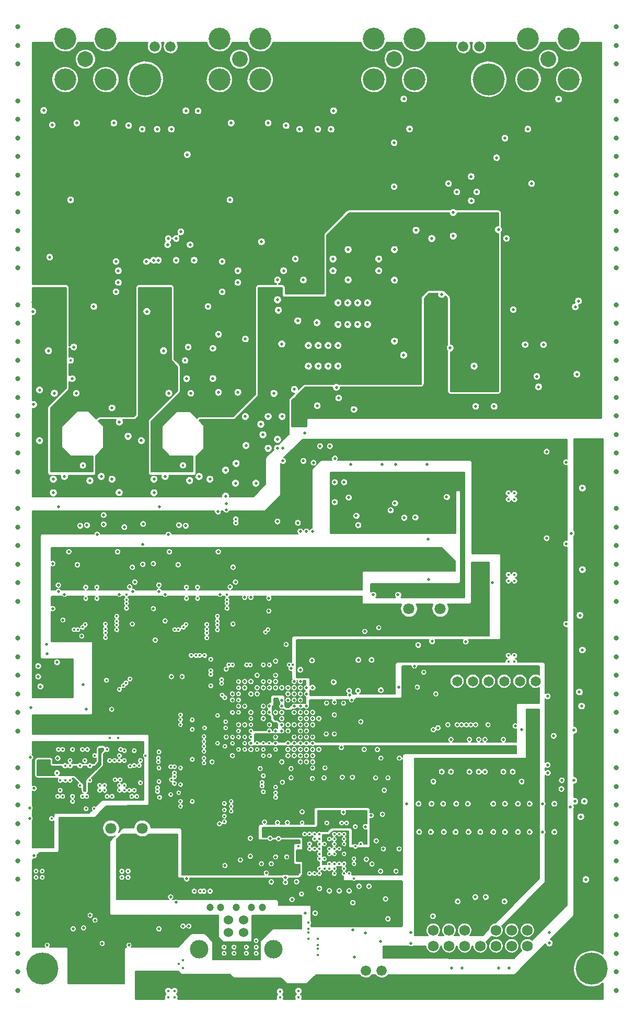
<source format=gbr>
G04 #@! TF.FileFunction,Copper,L4,Inr,Plane*
%FSLAX46Y46*%
G04 Gerber Fmt 4.6, Leading zero omitted, Abs format (unit mm)*
G04 Created by KiCad (PCBNEW 4.0.7) date 02/12/19 19:11:38*
%MOMM*%
%LPD*%
G01*
G04 APERTURE LIST*
%ADD10C,0.100000*%
%ADD11C,1.800000*%
%ADD12C,0.450000*%
%ADD13C,0.500000*%
%ADD14C,1.524000*%
%ADD15C,3.000000*%
%ADD16C,1.200000*%
%ADD17C,5.200000*%
%ADD18C,0.800000*%
%ADD19C,1.750000*%
%ADD20C,1.676400*%
%ADD21C,2.540000*%
%ADD22C,3.550000*%
%ADD23C,1.650000*%
%ADD24C,0.400000*%
%ADD25C,0.200000*%
%ADD26C,0.165000*%
%ADD27C,0.180000*%
%ADD28C,0.250000*%
%ADD29C,0.300000*%
G04 APERTURE END LIST*
D10*
D11*
X36630000Y-161680000D03*
X41710000Y-161680000D03*
D12*
X39139885Y-123854000D03*
X39699303Y-137500697D03*
X38000697Y-139199303D03*
X52150000Y-130850000D03*
X52153039Y-128658713D03*
X35717209Y-128599036D03*
X35717209Y-130791036D03*
X39139885Y-126046000D03*
X37570228Y-127330349D03*
X37570228Y-129522349D03*
X49604000Y-133673000D03*
X51796000Y-133673000D03*
X53870228Y-129522349D03*
X53870228Y-127330349D03*
X55439885Y-126046000D03*
X55439885Y-123854000D03*
X104500000Y-143000000D03*
X34350000Y-124450000D03*
X32550000Y-124450000D03*
X34350000Y-122650000D03*
X48850000Y-124450000D03*
X50650000Y-124450000D03*
X50650000Y-122650000D03*
X48850000Y-122650000D03*
X104500000Y-144225000D03*
X50111500Y-171850000D03*
X52688500Y-171850000D03*
X70150000Y-182138500D03*
X68650000Y-179538500D03*
X70150000Y-179561500D03*
X68650000Y-176961500D03*
D13*
X48300000Y-177500000D03*
X49250000Y-177500000D03*
D14*
X58150000Y-178490000D03*
X55650000Y-178490000D03*
X55650000Y-176490000D03*
X58150000Y-176490000D03*
D15*
X62920000Y-181200000D03*
X50880000Y-181200000D03*
D16*
X52650000Y-174490000D03*
X54400000Y-174490000D03*
X56900000Y-174490000D03*
X59400000Y-174490000D03*
X61150000Y-174490000D03*
D12*
X54950000Y-181900000D03*
X54950000Y-180900000D03*
X56550000Y-181900000D03*
X56550000Y-180900000D03*
X58550000Y-181900000D03*
X60150000Y-181900000D03*
X58550000Y-180900000D03*
X60150000Y-180900000D03*
X60150000Y-179850000D03*
D17*
X25500000Y-184400000D03*
D12*
X93500000Y-135675000D03*
X64000000Y-189000000D03*
X64000000Y-188100000D03*
X67000000Y-189000000D03*
X67000000Y-188000000D03*
X67500000Y-172300000D03*
D18*
X21500000Y-145900000D03*
X118500000Y-184900000D03*
X118500000Y-178900000D03*
D17*
X114500000Y-184400000D03*
D18*
X21500000Y-31900000D03*
X118500000Y-31900000D03*
X21500000Y-43900000D03*
X118500000Y-46900000D03*
X118500000Y-43900000D03*
X118500000Y-37900000D03*
X118500000Y-34900000D03*
D13*
X115800000Y-99800000D03*
X115800000Y-98800000D03*
X114500000Y-111950000D03*
X114500000Y-112950000D03*
X114500000Y-124950000D03*
X114500000Y-125950000D03*
D12*
X45900000Y-189000000D03*
X47650000Y-183650000D03*
D13*
X113900000Y-172700000D03*
X112700000Y-172700000D03*
D12*
X45900000Y-188000000D03*
D13*
X42200000Y-185200000D03*
X41000000Y-186200000D03*
X43400000Y-186200000D03*
X43400000Y-185200000D03*
D12*
X63300000Y-156650000D03*
X55000000Y-160600000D03*
X55000000Y-157650000D03*
X74200000Y-111700000D03*
X73200000Y-111700000D03*
X74200000Y-110700000D03*
X73200000Y-110700000D03*
X35050000Y-102150000D03*
X51100000Y-102200000D03*
X45400000Y-102165000D03*
X29150000Y-102150000D03*
X52800000Y-134300000D03*
X52800000Y-138600000D03*
X48648000Y-85940665D03*
X30122000Y-85940665D03*
X48300000Y-102900000D03*
X32077800Y-102925899D03*
X32550000Y-122650000D03*
X105650000Y-143000000D03*
X46900000Y-189000000D03*
X46900000Y-188000000D03*
D13*
X46300000Y-172800000D03*
X47150000Y-173650000D03*
X34050000Y-176550000D03*
D12*
X26500000Y-163100000D03*
X25500000Y-163100000D03*
X24500000Y-163100000D03*
X40400000Y-163100000D03*
X39400000Y-163100000D03*
X38400000Y-163100000D03*
X95500000Y-106400000D03*
X95500000Y-108400000D03*
X95500000Y-107400000D03*
X95500000Y-119600000D03*
X102000000Y-108400000D03*
X102000000Y-107400000D03*
X101000000Y-108400000D03*
X101000000Y-107400000D03*
X101000000Y-121600000D03*
X101000000Y-120600000D03*
X102000000Y-120600000D03*
X102000000Y-121600000D03*
X102000000Y-133700000D03*
X101000000Y-134700000D03*
X101000000Y-133700000D03*
X102000000Y-134700000D03*
X39400000Y-168600000D03*
X38400000Y-169600000D03*
X38400000Y-168600000D03*
X39400000Y-169600000D03*
X25500000Y-169600000D03*
X24500000Y-169600000D03*
X25500000Y-168600000D03*
X24500000Y-168600000D03*
X94500000Y-135675000D03*
X95500000Y-120600000D03*
X95500000Y-121600000D03*
X95500000Y-135675000D03*
X35900000Y-137700000D03*
X48250000Y-183050000D03*
X48250000Y-184250000D03*
X105650000Y-144225000D03*
X89900000Y-150600000D03*
X92900000Y-150600000D03*
X95900000Y-150600000D03*
X98900000Y-150600000D03*
X89900000Y-149300000D03*
X92900000Y-149300000D03*
X95900000Y-149300000D03*
X98900000Y-149300000D03*
D18*
X118500000Y-49900000D03*
X118500000Y-52900000D03*
X118500000Y-55900000D03*
X118500000Y-58900000D03*
X118500000Y-61900000D03*
X118500000Y-64900000D03*
X118500000Y-67900000D03*
X118500000Y-70900000D03*
X118500000Y-76900000D03*
X118500000Y-79900000D03*
X118500000Y-82900000D03*
X118500000Y-85900000D03*
X118500000Y-88900000D03*
X118500000Y-91900000D03*
X118500000Y-94900000D03*
X118500000Y-97900000D03*
X118500000Y-100900000D03*
X118500000Y-103900000D03*
X118500000Y-109900000D03*
X118500000Y-112900000D03*
X118500000Y-115900000D03*
X118500000Y-118900000D03*
X118500000Y-121900000D03*
X118500000Y-124900000D03*
X118500000Y-130900000D03*
X118500000Y-133900000D03*
X118500000Y-136900000D03*
X118500000Y-139900000D03*
X118500000Y-142900000D03*
X118500000Y-145900000D03*
X118500000Y-151900000D03*
X118500000Y-154900000D03*
X118500000Y-157900000D03*
X118500000Y-160900000D03*
X118500000Y-163900000D03*
X118500000Y-166900000D03*
X118500000Y-169900000D03*
X118500000Y-175900000D03*
X118500000Y-181900000D03*
X118500000Y-187900000D03*
X21500000Y-34900000D03*
X21500000Y-37900000D03*
X21500000Y-46900000D03*
X21500000Y-49900000D03*
X21500000Y-52900000D03*
X21500000Y-55900000D03*
X21500000Y-58900000D03*
X21500000Y-61900000D03*
X21500000Y-64900000D03*
X21500000Y-67900000D03*
X21500000Y-70900000D03*
X21500000Y-76900000D03*
X21500000Y-79900000D03*
X21500000Y-82900000D03*
X21500000Y-85900000D03*
X21500000Y-88900000D03*
X21500000Y-91900000D03*
X21500000Y-94900000D03*
X21500000Y-97900000D03*
X21500000Y-100900000D03*
X21500000Y-103900000D03*
X21500000Y-109900000D03*
X21500000Y-112900000D03*
X21500000Y-115900000D03*
X21500000Y-118900000D03*
X21500000Y-121900000D03*
X21500000Y-124900000D03*
X21500000Y-130900000D03*
X21500000Y-133900000D03*
X21500000Y-136900000D03*
X21500000Y-139900000D03*
X21500000Y-142900000D03*
X21500000Y-151900000D03*
X21500000Y-154900000D03*
X21500000Y-157900000D03*
X21500000Y-160900000D03*
X21500000Y-163900000D03*
X21500000Y-166900000D03*
X21500000Y-169900000D03*
X21500000Y-175500000D03*
X21500000Y-178900000D03*
X21500000Y-181900000D03*
X21500000Y-184900000D03*
D12*
X61300000Y-153150000D03*
X49800000Y-157300000D03*
X49800000Y-150500000D03*
X49800000Y-145650000D03*
X49800000Y-144100000D03*
X61300000Y-155750000D03*
X44500000Y-156650000D03*
X44400000Y-154100000D03*
X46900000Y-154400000D03*
X46900000Y-151700000D03*
X44400000Y-151900000D03*
D17*
X97800000Y-40400000D03*
D13*
X33250000Y-175750000D03*
X41000000Y-185200000D03*
D17*
X42200000Y-40400000D03*
D12*
X44400000Y-149300000D03*
D18*
X21500000Y-187900000D03*
D12*
X101900000Y-149300000D03*
X101900000Y-150600000D03*
D19*
X104074000Y-178160000D03*
X104074000Y-180700000D03*
X101534000Y-178160000D03*
X101534000Y-180700000D03*
X98994000Y-178160000D03*
X98994000Y-180700000D03*
X96454000Y-178160000D03*
X96454000Y-180700000D03*
X93914000Y-178160000D03*
X93914000Y-180700000D03*
X91374000Y-178160000D03*
X91374000Y-180700000D03*
X88834000Y-178160000D03*
X88834000Y-180700000D03*
D20*
X46289250Y-35092400D03*
X43710750Y-35092400D03*
X96289250Y-35092400D03*
X93710750Y-35092400D03*
X77907750Y-184707600D03*
X80486250Y-184707600D03*
D21*
X107496000Y-37146000D03*
D22*
X104198000Y-33848000D03*
X110798000Y-33848000D03*
X104198000Y-40448000D03*
X110798000Y-40448000D03*
D21*
X82496000Y-37146000D03*
D22*
X79198000Y-33848000D03*
X85798000Y-33848000D03*
X79198000Y-40448000D03*
X85798000Y-40448000D03*
D21*
X57496000Y-37146000D03*
D22*
X54198000Y-33848000D03*
X60798000Y-33848000D03*
X54198000Y-40448000D03*
X60798000Y-40448000D03*
D21*
X32496000Y-37146000D03*
D22*
X29198000Y-33848000D03*
X35798000Y-33848000D03*
X29198000Y-40448000D03*
X35798000Y-40448000D03*
D23*
X92700000Y-137850000D03*
X95240000Y-137850000D03*
X97780000Y-137850000D03*
X100320000Y-137850000D03*
X102860000Y-137850000D03*
X105400000Y-137850000D03*
D11*
X84890000Y-126120000D03*
X89970000Y-126120000D03*
D13*
X62100000Y-47500000D03*
X37100000Y-47500000D03*
X112850000Y-141887000D03*
X111850000Y-77250000D03*
X80300000Y-180000000D03*
X40100000Y-128600000D03*
X56400000Y-128600000D03*
X31900000Y-130550000D03*
X27200000Y-126100000D03*
X29100000Y-123800000D03*
X27200000Y-118800000D03*
X29800000Y-116900000D03*
X40100000Y-119400000D03*
X37713234Y-116903822D03*
X45400000Y-128100000D03*
X43500000Y-118800000D03*
X46100000Y-116900000D03*
X41800000Y-115700000D03*
X43500000Y-126100000D03*
X45400000Y-123800000D03*
X56400000Y-119400000D03*
X54013234Y-116903822D03*
X39400000Y-98200000D03*
X64900000Y-169650000D03*
X105900000Y-90200000D03*
X75800000Y-178100000D03*
X111600000Y-153900000D03*
X68100000Y-175400000D03*
X69700000Y-175400000D03*
X76650000Y-112550000D03*
X64300000Y-144900000D03*
X65300000Y-144900000D03*
X107650000Y-178550000D03*
X107650000Y-180250000D03*
X59200000Y-163300000D03*
X23500000Y-158400000D03*
X23500000Y-160100000D03*
X109136000Y-43614000D03*
X95450000Y-86850000D03*
X101800000Y-77700000D03*
X85000000Y-48450000D03*
X104150000Y-48450000D03*
X25730000Y-45470000D03*
X50730000Y-45530000D03*
X44100000Y-48500000D03*
X46400000Y-48500000D03*
X65000000Y-47900000D03*
X67200000Y-48500000D03*
X39500000Y-47900000D03*
X41700000Y-48500000D03*
X43528100Y-69700000D03*
X47184100Y-69700000D03*
X88800000Y-175900000D03*
X85200000Y-180300000D03*
X85200000Y-178500000D03*
X99400000Y-184300000D03*
X101100000Y-184300000D03*
X91800000Y-184300000D03*
X93500000Y-184300000D03*
X100400000Y-173500000D03*
X92800000Y-173500000D03*
X84061244Y-43592814D03*
X95650000Y-172800000D03*
X97350000Y-172800000D03*
X113300000Y-157300000D03*
X104450000Y-157700000D03*
X108450000Y-157700000D03*
X100450000Y-157700000D03*
X90450000Y-157700000D03*
X94450000Y-157700000D03*
X86450000Y-157700000D03*
X96200000Y-152500000D03*
X96202948Y-147300000D03*
X44400000Y-177950000D03*
X105600000Y-88500000D03*
X54050000Y-81700000D03*
X54050000Y-91100000D03*
X82600000Y-109000000D03*
X73150000Y-90300000D03*
X66350000Y-90600000D03*
X61250000Y-97950000D03*
X64350000Y-95000000D03*
X29100000Y-104700000D03*
X35050000Y-104700000D03*
X50900000Y-104700000D03*
X45400000Y-104700000D03*
X24850000Y-137100000D03*
X79788519Y-148911481D03*
X25050000Y-90700000D03*
X60100000Y-105800000D03*
X56900000Y-102600000D03*
X69450000Y-102500000D03*
X60900000Y-96250000D03*
X68050000Y-97650000D03*
X63600000Y-112000000D03*
X24850000Y-135400000D03*
X45950000Y-114100000D03*
X34400000Y-114100000D03*
X52650000Y-105150000D03*
X43600000Y-105150000D03*
X31650000Y-112700000D03*
D24*
X67000000Y-164600000D03*
D13*
X78800000Y-159600000D03*
X66900000Y-79500000D03*
X70000000Y-79800000D03*
X99400000Y-64750000D03*
X27300000Y-105150000D03*
X69250000Y-153600000D03*
X52988512Y-150911488D03*
D24*
X36800000Y-156500000D03*
D13*
X62100000Y-100150000D03*
X63750000Y-77800000D03*
X63600000Y-76100000D03*
X63600000Y-72900000D03*
X67800000Y-72900000D03*
X72700000Y-45500000D03*
X48775000Y-45500000D03*
X42450000Y-78000000D03*
X52350000Y-77200000D03*
X33850000Y-77200000D03*
X23950000Y-78000000D03*
X75450000Y-102750000D03*
X80550000Y-102750000D03*
X82750000Y-102750000D03*
X87850000Y-102750000D03*
X74360000Y-105600000D03*
X72840000Y-108830000D03*
X76350000Y-111050000D03*
X84100000Y-111350000D03*
X79100000Y-123850000D03*
X83100000Y-123850000D03*
X95716000Y-93367000D03*
X98688000Y-93367000D03*
X107350000Y-151400000D03*
X113550000Y-169950000D03*
X92450000Y-162250000D03*
X112750000Y-159800000D03*
X80750000Y-165000000D03*
X82800000Y-168600000D03*
D24*
X27900000Y-152700000D03*
D13*
X62200000Y-124400000D03*
X62200000Y-126500000D03*
X55300000Y-110100000D03*
X53950000Y-110400000D03*
X41850000Y-112400000D03*
X38800000Y-112900000D03*
X35450000Y-112450000D03*
X88050000Y-121400000D03*
X87990358Y-114846924D03*
X36800000Y-105150000D03*
X46400000Y-137100000D03*
X48150000Y-137100000D03*
X94100000Y-131450000D03*
X32650000Y-142400000D03*
X36750000Y-142400000D03*
X32075000Y-138400000D03*
X27900000Y-134800000D03*
X108350000Y-146700000D03*
X103150000Y-145700000D03*
X88850000Y-145700000D03*
X88850000Y-154100000D03*
X103150000Y-154100000D03*
X101700000Y-152500000D03*
D24*
X28100000Y-148900000D03*
X38200000Y-148900000D03*
D13*
X81500000Y-153500000D03*
X72800000Y-146400000D03*
X64400000Y-154200000D03*
X65800000Y-153500000D03*
X75750000Y-153400000D03*
X67600000Y-159000000D03*
X71150000Y-153500000D03*
X86250000Y-138800000D03*
X83250000Y-138800000D03*
X76650000Y-139400000D03*
X80350000Y-139300000D03*
X79500000Y-153500000D03*
X80350000Y-150300000D03*
X83350000Y-150300000D03*
X72700000Y-138000000D03*
X78850000Y-134400000D03*
X76700000Y-134400000D03*
X74250000Y-159100000D03*
X63300000Y-166300000D03*
X65100000Y-166300000D03*
X64900000Y-170400000D03*
X66700000Y-170300000D03*
X80600000Y-159400000D03*
X78000000Y-166700000D03*
X78400000Y-171050000D03*
X76800000Y-171050000D03*
X74100000Y-153400000D03*
X73950000Y-148600000D03*
X77650000Y-148900000D03*
D24*
X32800000Y-148900000D03*
X28000000Y-156500000D03*
X32700000Y-156500000D03*
D13*
X62600000Y-167400000D03*
X61000000Y-167400000D03*
X81100000Y-173100000D03*
D24*
X38100000Y-153800000D03*
D13*
X24200000Y-155200000D03*
X23600000Y-150200000D03*
X48750000Y-112700000D03*
X49450000Y-67193100D03*
X72800000Y-141250000D03*
X72800000Y-143300000D03*
X69200000Y-134500000D03*
X61500000Y-160650000D03*
X65200000Y-160750000D03*
X78900000Y-167450000D03*
D24*
X74400000Y-168200000D03*
D13*
X91552200Y-83902200D03*
X82552200Y-82802200D03*
X69300000Y-138900000D03*
X59300000Y-137900000D03*
X63300000Y-136900000D03*
X58300000Y-141900000D03*
X61300000Y-141900000D03*
X54200000Y-160950000D03*
X64300000Y-140900000D03*
X58300000Y-144900000D03*
D24*
X28800000Y-156500000D03*
D13*
X88450000Y-162250000D03*
X96450000Y-162250000D03*
X110350000Y-128600000D03*
X30500000Y-177950000D03*
X110350000Y-102400000D03*
X110350000Y-115600000D03*
D24*
X36000000Y-148900000D03*
X32000000Y-156500000D03*
X32000000Y-148900000D03*
X38800000Y-149100000D03*
X38800000Y-155500000D03*
X34000000Y-149900000D03*
X38000000Y-150700000D03*
X40400000Y-151500000D03*
X40000000Y-156500000D03*
X40800000Y-156500000D03*
X30400000Y-156500000D03*
X38000000Y-155500000D03*
X38000000Y-149900000D03*
X30400000Y-148900000D03*
X28800000Y-148900000D03*
X32400000Y-150700000D03*
X38800000Y-150700000D03*
X40400000Y-149100000D03*
X34800000Y-155500000D03*
X35600000Y-155500000D03*
X36000000Y-156500000D03*
D13*
X63300000Y-145900000D03*
X66300000Y-142900000D03*
X64300000Y-143900000D03*
X65300000Y-145900000D03*
D24*
X74000000Y-160800000D03*
D13*
X63600000Y-160750000D03*
X75200000Y-171800000D03*
D24*
X72800000Y-168200000D03*
D13*
X73600000Y-171800000D03*
D24*
X74400000Y-162600000D03*
X71600000Y-160800000D03*
X72800000Y-162600000D03*
X76200000Y-161400000D03*
X74800000Y-160800000D03*
X71200000Y-166600000D03*
X70400000Y-166600000D03*
X74400000Y-165800000D03*
D13*
X72000000Y-171800000D03*
D24*
X67600000Y-160750000D03*
X76200000Y-164600000D03*
D13*
X62300000Y-145900000D03*
X65300000Y-147900000D03*
D24*
X76000000Y-169800000D03*
X70400000Y-169000000D03*
X69600000Y-169000000D03*
X68800000Y-169000000D03*
D13*
X31000000Y-91243000D03*
X100460000Y-162250000D03*
X45800000Y-67200000D03*
X37450000Y-74803000D03*
X37450000Y-69900000D03*
X82550000Y-67976000D03*
X82550000Y-72924000D03*
X75050000Y-72874000D03*
X75050000Y-67976000D03*
X54648000Y-69900000D03*
X54645000Y-74824000D03*
X27450000Y-91243000D03*
X49550000Y-91250000D03*
X46000000Y-91243000D03*
X86050000Y-64850000D03*
X90176200Y-75257200D03*
X106688000Y-83367000D03*
X103716000Y-83367000D03*
X104762000Y-57300000D03*
X91300000Y-57300000D03*
X92656900Y-58653900D03*
X94980900Y-56149100D03*
X100696000Y-66185000D03*
X88600000Y-66193000D03*
X44500000Y-109595204D03*
X28174000Y-109624000D03*
X84040200Y-85064200D03*
X108450000Y-162250000D03*
X26502500Y-84367500D03*
X49133000Y-83750000D03*
X30607000Y-83750000D03*
X55897000Y-59933000D03*
X30099000Y-59950000D03*
X72286000Y-48500000D03*
X70127000Y-48500000D03*
X100200000Y-152500000D03*
X97200000Y-152500000D03*
X94702948Y-152500000D03*
X91700000Y-152500000D03*
X90200000Y-152500000D03*
X91700000Y-147300000D03*
X94700000Y-147300000D03*
X97202948Y-147300000D03*
X100202948Y-147300000D03*
X80000000Y-129200000D03*
X77750000Y-129800000D03*
X104450000Y-162250000D03*
X91001064Y-108002574D03*
X45155500Y-84367500D03*
X88650000Y-131400000D03*
X86400000Y-132000000D03*
X73500000Y-92000000D03*
X70050000Y-93250000D03*
X77850000Y-161400000D03*
X56300000Y-149900000D03*
X70300000Y-148900000D03*
X67300000Y-149900000D03*
X71300000Y-151900000D03*
X71550000Y-141400000D03*
X67300000Y-139900000D03*
X56300000Y-139900000D03*
X65800000Y-135800000D03*
X55300000Y-135900000D03*
X67300000Y-142900000D03*
X63300000Y-142900000D03*
X69300000Y-144900000D03*
X66300000Y-146900000D03*
X64300000Y-142900000D03*
X61300000Y-143900000D03*
X62300000Y-142900000D03*
X66300000Y-144900000D03*
X64300000Y-145900000D03*
X59300000Y-148900000D03*
X64300000Y-150900000D03*
X60800000Y-152000000D03*
X55300000Y-146903200D03*
X64300000Y-141900000D03*
X63300000Y-146900000D03*
X23650000Y-142150000D03*
X55100000Y-167700000D03*
X77800000Y-178650000D03*
X35200000Y-180300000D03*
X78900000Y-177200000D03*
X81100000Y-175100000D03*
X38100000Y-166100000D03*
D24*
X67000000Y-165415500D03*
D13*
X63600000Y-162300000D03*
X61500000Y-162300000D03*
X77850000Y-162900000D03*
X72700000Y-159100000D03*
D24*
X67200000Y-162600000D03*
X73600000Y-168200000D03*
X70800000Y-160800000D03*
X72400000Y-160800000D03*
X68800000Y-165800000D03*
X76200000Y-163800000D03*
X68000000Y-169000000D03*
D13*
X39550000Y-180600000D03*
X69939272Y-177200616D03*
X67300000Y-136900000D03*
X71400000Y-135800000D03*
X69300000Y-139900000D03*
X81250000Y-182250000D03*
X26400000Y-137100000D03*
X26400000Y-135400000D03*
X107350000Y-148400000D03*
X53100000Y-112600000D03*
X55300000Y-113700000D03*
X27900000Y-136200000D03*
X80000000Y-132000000D03*
X77750000Y-131400000D03*
X70600000Y-134500000D03*
X72715500Y-136600000D03*
X78900000Y-135800000D03*
X76700000Y-135800000D03*
X113000000Y-106600000D03*
X98450000Y-108650000D03*
X26400000Y-138800000D03*
X59730000Y-84185000D03*
X67200000Y-92850000D03*
X27300000Y-103700000D03*
X43600000Y-103700000D03*
X27650000Y-98000000D03*
X44150000Y-98000000D03*
X39950000Y-93100000D03*
X68050000Y-96150000D03*
X100850000Y-57300000D03*
X87500000Y-57300000D03*
X45400000Y-103650000D03*
X29100000Y-103700000D03*
X28200000Y-102750000D03*
X37950000Y-107300000D03*
X67800000Y-74500000D03*
X52350000Y-78700000D03*
X33850000Y-78700000D03*
X33208000Y-105375000D03*
X49364771Y-105366229D03*
X66637188Y-66718812D03*
X55969188Y-66718812D03*
X40856188Y-66718812D03*
X29934188Y-66718812D03*
X31000000Y-89719000D03*
X49550000Y-89719000D03*
X90176200Y-76762200D03*
X105227000Y-78890000D03*
X106688000Y-80097000D03*
X103716000Y-80097000D03*
X103250000Y-57300000D03*
X92011000Y-55950000D03*
X100113000Y-54600000D03*
X89800000Y-57300000D03*
X100704000Y-68343000D03*
X64300000Y-91250000D03*
X36800000Y-103650000D03*
X35050000Y-103650000D03*
X52650000Y-103650000D03*
X26000000Y-94350000D03*
X42500000Y-94400000D03*
X45982000Y-89719000D03*
X50900000Y-103650000D03*
X63600000Y-74500000D03*
X42450000Y-76500000D03*
X23950000Y-76500000D03*
X27450000Y-89719000D03*
X97917000Y-64735000D03*
X84550000Y-64850000D03*
X98724309Y-90090309D03*
X95679691Y-90090309D03*
X97227000Y-88974000D03*
X88600000Y-68344000D03*
X84040200Y-83540200D03*
X37822000Y-71400000D03*
X57200000Y-71400000D03*
X72600000Y-71400000D03*
X80000000Y-71400000D03*
X64600000Y-71400000D03*
X37822000Y-73300000D03*
X57164000Y-73300000D03*
X72600000Y-69500000D03*
X80000000Y-69500000D03*
X66500000Y-69500000D03*
X53150000Y-83950000D03*
X48900000Y-88900000D03*
X47500000Y-119000000D03*
X43600000Y-107350000D03*
X31200000Y-119000000D03*
X27300000Y-107350000D03*
X95650000Y-174200000D03*
X97350000Y-174200000D03*
X53150000Y-88850000D03*
X30372000Y-88872000D03*
X111050000Y-158250000D03*
X111800000Y-157300000D03*
X106550000Y-157700000D03*
X98550000Y-157700000D03*
X102550000Y-157700000D03*
X92550000Y-157700000D03*
X88550000Y-157700000D03*
X84550000Y-157698000D03*
X86550000Y-162250000D03*
X94550000Y-162250000D03*
X106550000Y-162250000D03*
X102550000Y-162250000D03*
X98560000Y-162250000D03*
X90550000Y-162250000D03*
D12*
X51111500Y-171850000D03*
D13*
X61018812Y-66718812D03*
X47200000Y-66200000D03*
X26700000Y-69200000D03*
X42400000Y-69900000D03*
X89250000Y-139900000D03*
X78200000Y-76600000D03*
X76600000Y-76600000D03*
D12*
X51688500Y-171850000D03*
D13*
X47950000Y-65100000D03*
X73400000Y-83500000D03*
X50100000Y-69700000D03*
X70200000Y-83500000D03*
X71800000Y-83500000D03*
X45900000Y-66200000D03*
X44290100Y-69700000D03*
X68600000Y-83500000D03*
D24*
X72800000Y-164200000D03*
D13*
X69300000Y-147900000D03*
X92075000Y-65786000D03*
X92075000Y-61976000D03*
X63035000Y-91265000D03*
X64500000Y-102200000D03*
X64500000Y-100100000D03*
X64300000Y-83250000D03*
X67300000Y-136000000D03*
X66300000Y-137900000D03*
X68300000Y-113600000D03*
X68300000Y-138900000D03*
X69300000Y-113600000D03*
X68300000Y-139900000D03*
X69300000Y-148900000D03*
D24*
X70400000Y-164200000D03*
X71200000Y-164200000D03*
D13*
X67300000Y-147900000D03*
X99100000Y-53100000D03*
X95864900Y-58653900D03*
X56100000Y-47500000D03*
X31100000Y-47500000D03*
X55200000Y-151400000D03*
X62300000Y-143900000D03*
X60300000Y-135900000D03*
X55200000Y-141400000D03*
X60300000Y-143900000D03*
X60300000Y-142900000D03*
X61300000Y-139900000D03*
X61300000Y-144900000D03*
X65300000Y-141900000D03*
X63300000Y-144900000D03*
X62300000Y-148900000D03*
X57300000Y-147900000D03*
X57300000Y-136900000D03*
X65300000Y-137900000D03*
X58300000Y-140900000D03*
X59300000Y-149900000D03*
X56300000Y-144900000D03*
X57400000Y-128600000D03*
X40100000Y-127100000D03*
X56400000Y-127100000D03*
X90650000Y-129800000D03*
X27200000Y-124600000D03*
X28900000Y-130750000D03*
X28900000Y-129450000D03*
X43800000Y-128100000D03*
X43500000Y-124600000D03*
X56700000Y-168150000D03*
X65140500Y-164800000D03*
X57600000Y-163300000D03*
X86400000Y-129200000D03*
X88650000Y-129800000D03*
X78800000Y-160800000D03*
X67100000Y-176400000D03*
X63800000Y-124400000D03*
X63800000Y-126500000D03*
X46400000Y-135700000D03*
X48150000Y-135700000D03*
X94100000Y-129850000D03*
X81500000Y-151900000D03*
X75750000Y-152000000D03*
X69200000Y-159000000D03*
X79500000Y-151900000D03*
X78000000Y-165200000D03*
X60800000Y-166200000D03*
X63300000Y-164800000D03*
X64900000Y-168900000D03*
X66700000Y-169000000D03*
X80600000Y-161000000D03*
X74100000Y-152000000D03*
X83300000Y-156350000D03*
X77600000Y-168800000D03*
X79250000Y-168800000D03*
X52700000Y-160950000D03*
X113000000Y-119800000D03*
X98450000Y-121850000D03*
D24*
X66995688Y-163794783D03*
X73600000Y-165800000D03*
D13*
X78900000Y-164450000D03*
D24*
X73600000Y-163400000D03*
X69200000Y-160750000D03*
X76200000Y-165400000D03*
X76000000Y-169000000D03*
X67000000Y-167800000D03*
D13*
X26250000Y-133400000D03*
X61300000Y-140900000D03*
X62300000Y-140900000D03*
X32750000Y-112600000D03*
X35455500Y-110950000D03*
X47650000Y-112600000D03*
X63300000Y-143900000D03*
X62300000Y-146900000D03*
X63300000Y-140900000D03*
X65300000Y-146900000D03*
X60300000Y-146900000D03*
X86300000Y-141600000D03*
X83250000Y-141600000D03*
X76650000Y-140800000D03*
X80350000Y-140900000D03*
X80350000Y-147500000D03*
X83350000Y-147500000D03*
X73950000Y-147200000D03*
X79800000Y-146900000D03*
X77650000Y-146900000D03*
X66300000Y-143900000D03*
X98450000Y-135675000D03*
X113000000Y-132800000D03*
X66300000Y-145900000D03*
X63300000Y-141900000D03*
X61300000Y-146900000D03*
X71500000Y-146400000D03*
X68300000Y-147900000D03*
X70300000Y-143900000D03*
X69300000Y-150900000D03*
X65800000Y-152000000D03*
X65300000Y-148900000D03*
D24*
X39200000Y-156500000D03*
X38400000Y-156500000D03*
X37600000Y-156500000D03*
D13*
X25800000Y-155200000D03*
D24*
X36400000Y-154700000D03*
D13*
X24200000Y-166100000D03*
D24*
X29600000Y-156500000D03*
D13*
X26300000Y-180600000D03*
D24*
X36800000Y-148900000D03*
X34000000Y-150700000D03*
X41200000Y-149100000D03*
X41400000Y-155100000D03*
X40400000Y-149900000D03*
X31200000Y-156500000D03*
X29600000Y-148900000D03*
X31200000Y-148900000D03*
X38800000Y-149900000D03*
X39600000Y-149100000D03*
X35600000Y-149900000D03*
X35200000Y-156500000D03*
X33200000Y-155500000D03*
D13*
X83300000Y-165000000D03*
D24*
X72000000Y-168200000D03*
D13*
X80300000Y-168600000D03*
D24*
X71200000Y-168200000D03*
D12*
X68650000Y-178538500D03*
X68650000Y-177961500D03*
D13*
X41550000Y-98900000D03*
X57200000Y-91100000D03*
X58400000Y-82450000D03*
X63600000Y-98700000D03*
X62100000Y-95000000D03*
X25050000Y-98900000D03*
X58400000Y-95000000D03*
X87300000Y-136400000D03*
X65300000Y-139900000D03*
X65300000Y-138900000D03*
X65300000Y-140900000D03*
X75100000Y-108090000D03*
X85900000Y-111300000D03*
X49000000Y-52600000D03*
X75000000Y-76600000D03*
X73400000Y-76600000D03*
X27112000Y-47793000D03*
X70500000Y-99800000D03*
X60300000Y-139900000D03*
X72100000Y-99800000D03*
X65000000Y-131900000D03*
D12*
X50404000Y-133673000D03*
X57300000Y-138900000D03*
X50996000Y-133673000D03*
X57300000Y-137900000D03*
X66096000Y-135200000D03*
X56850000Y-111604000D03*
X56850000Y-112196000D03*
X65504000Y-135200000D03*
D13*
X75600000Y-140900000D03*
X68300000Y-141900000D03*
X66300000Y-141900000D03*
X75300000Y-140100000D03*
X78200000Y-80100000D03*
X76600000Y-80100000D03*
X67300000Y-140900000D03*
X75200000Y-139400000D03*
X62300000Y-144900000D03*
X63750000Y-163350000D03*
D24*
X76000000Y-166600000D03*
D13*
X61300000Y-142900000D03*
X62400000Y-163300000D03*
D24*
X74400000Y-167397990D03*
X51700000Y-146800000D03*
X61300000Y-147900000D03*
X51700000Y-147600000D03*
X58300000Y-147900000D03*
X51800000Y-145400000D03*
X62300000Y-147900000D03*
X55000000Y-158700000D03*
X63300000Y-155000000D03*
X51700000Y-148400000D03*
X61300000Y-148900000D03*
X51700000Y-151100000D03*
X63300000Y-148900000D03*
X51700000Y-149200000D03*
X61300000Y-149900000D03*
X55000000Y-159700000D03*
X63300000Y-155900000D03*
D12*
X46900000Y-152704000D03*
X61100000Y-154222157D03*
X46900000Y-153296000D03*
X61100000Y-154814157D03*
D13*
X59300000Y-147900000D03*
X28000000Y-150300000D03*
D12*
X27000000Y-160100000D03*
X44300000Y-150896000D03*
D24*
X57300000Y-146900000D03*
D12*
X44300000Y-150304000D03*
D24*
X57300000Y-145900000D03*
D12*
X44170000Y-155696000D03*
D24*
X57300000Y-148900000D03*
D12*
X44170000Y-155104000D03*
D24*
X58300000Y-148900000D03*
X51700000Y-150300000D03*
X62300000Y-149900000D03*
D13*
X55950000Y-122600000D03*
X39650000Y-122600000D03*
X56800000Y-121800000D03*
X40500000Y-121800000D03*
D24*
X74400000Y-163400000D03*
D13*
X68300000Y-146900000D03*
X67300000Y-144900000D03*
D24*
X72800000Y-165000000D03*
X77100000Y-164200000D03*
D13*
X68300000Y-143900000D03*
D24*
X72800000Y-165800000D03*
D13*
X69300000Y-143900000D03*
X68300000Y-149900000D03*
D24*
X70411500Y-163400000D03*
D13*
X93400000Y-144900000D03*
X74300000Y-141400000D03*
D24*
X74400000Y-164200000D03*
D13*
X67300000Y-146900000D03*
D24*
X73600000Y-165000000D03*
D13*
X68300000Y-144900000D03*
X67300000Y-145900000D03*
D24*
X72000000Y-165800000D03*
D13*
X77100000Y-144400000D03*
X69300000Y-142900000D03*
X66300000Y-147900000D03*
D24*
X73600000Y-162600000D03*
D13*
X68300000Y-145900000D03*
D24*
X72000000Y-165000000D03*
X69600000Y-165000000D03*
D13*
X67300000Y-150900000D03*
X66300000Y-140900000D03*
X94200000Y-144900000D03*
X95700000Y-144900000D03*
X66300000Y-138900000D03*
X97700000Y-144900000D03*
X67300000Y-137900000D03*
D24*
X70400000Y-165000000D03*
D13*
X66300000Y-149900000D03*
X69300000Y-151900000D03*
D24*
X69600000Y-162600000D03*
X68800000Y-162600000D03*
D13*
X68300000Y-148900000D03*
X67300000Y-148900000D03*
D24*
X68000000Y-162600000D03*
D13*
X59300000Y-142900000D03*
X109600000Y-155300000D03*
X67300000Y-113600000D03*
X67300000Y-138900000D03*
X65300000Y-149900000D03*
D24*
X69600000Y-163400000D03*
D13*
X68300000Y-150900000D03*
D24*
X68800000Y-164200000D03*
D13*
X94900000Y-144900000D03*
X66300000Y-139900000D03*
X107400000Y-152700000D03*
X61300000Y-138900000D03*
X109650000Y-153900000D03*
X63300000Y-137900000D03*
X63300000Y-134600000D03*
X69300000Y-146900000D03*
D24*
X72800000Y-163400000D03*
D13*
X66300000Y-148900000D03*
D24*
X68800000Y-165000000D03*
D13*
X67300000Y-143900000D03*
D24*
X70400000Y-165800000D03*
D13*
X67300000Y-141900000D03*
X92700000Y-144900000D03*
X63300000Y-147900000D03*
D24*
X73600000Y-167397990D03*
D13*
X91200000Y-144900000D03*
X68300000Y-142900000D03*
D24*
X59300000Y-145900000D03*
X37300000Y-153800000D03*
X59300000Y-144900000D03*
X37200000Y-150700000D03*
X56300000Y-147900000D03*
X38800000Y-154700000D03*
X59300000Y-143900000D03*
X37800000Y-147000000D03*
X55100000Y-148400000D03*
X39700000Y-151600000D03*
X60300000Y-148900000D03*
X39600000Y-155500000D03*
X55200000Y-145400000D03*
X38000000Y-154700000D03*
X58300000Y-146900000D03*
X41400000Y-150700000D03*
D13*
X57300000Y-144900000D03*
D24*
X72000000Y-167400000D03*
X55200000Y-144400000D03*
X35600000Y-154700000D03*
X57300000Y-142900000D03*
X36400000Y-147000000D03*
X60300000Y-147900000D03*
X40400000Y-155500000D03*
X53900000Y-143400000D03*
X34800000Y-154700000D03*
D12*
X56300000Y-142900000D03*
D24*
X36400000Y-150700000D03*
X56300000Y-146903200D03*
X42200000Y-149900000D03*
X59300000Y-146900000D03*
X41400000Y-154300000D03*
X53900000Y-147900000D03*
X41200000Y-151500000D03*
D12*
X70150000Y-181138500D03*
X70150000Y-180561500D03*
D13*
X112350000Y-76300000D03*
X112500000Y-139600000D03*
X72900000Y-101800000D03*
X112100000Y-88150000D03*
X69300000Y-149900000D03*
D24*
X70400000Y-162600000D03*
D13*
X59300000Y-139900000D03*
X73400000Y-86850000D03*
X60300000Y-136900000D03*
X75000000Y-80100000D03*
X73400000Y-80100000D03*
X60300000Y-138900000D03*
X58300000Y-137900000D03*
X70200000Y-86850000D03*
X58300000Y-138900000D03*
X71800000Y-86850000D03*
X56300000Y-140900000D03*
X68600000Y-86850000D03*
X59300000Y-124300000D03*
X58500000Y-99700000D03*
X62300000Y-141900000D03*
X80900000Y-155500000D03*
D24*
X76000000Y-167400000D03*
D13*
X63300000Y-138900000D03*
X89600000Y-145400000D03*
X102100000Y-145100000D03*
X62300000Y-138900000D03*
D12*
X39059303Y-138140697D03*
X31246000Y-129500000D03*
X38640697Y-138559303D03*
X30654000Y-129500000D03*
X32459303Y-128690697D03*
X54640697Y-140100697D03*
X55059303Y-140519303D03*
X32040697Y-129109303D03*
X57300000Y-139900000D03*
X35717209Y-129991036D03*
X57300000Y-140900000D03*
X35717209Y-129399036D03*
X54550000Y-138196000D03*
X37570228Y-128722349D03*
X54550000Y-137604000D03*
X37570228Y-128130349D03*
X52800000Y-136746000D03*
X39139885Y-125246000D03*
X52800000Y-136154000D03*
X39139885Y-124654000D03*
X46954000Y-129500000D03*
X55704000Y-135200000D03*
X47546000Y-129500000D03*
X56296000Y-135200000D03*
X62300000Y-137900000D03*
X52153039Y-129458713D03*
X61300000Y-137900000D03*
X52153039Y-130050713D03*
X48759303Y-128690697D03*
X59196000Y-135200000D03*
X58604000Y-135200000D03*
X48340697Y-129109303D03*
X53870228Y-128722349D03*
X61300000Y-135200000D03*
X53870228Y-128130349D03*
X62300000Y-135200000D03*
D13*
X29100000Y-122800000D03*
X27200000Y-120300000D03*
X31300000Y-116900000D03*
X40100000Y-120900000D03*
X36200000Y-116900000D03*
X43500000Y-120300000D03*
X47600000Y-116900000D03*
X52500000Y-116900000D03*
X45400000Y-122800000D03*
X56400000Y-120900000D03*
X88050000Y-119800000D03*
X87990358Y-116446924D03*
X91700000Y-118650000D03*
X90900000Y-118650000D03*
D24*
X30800000Y-152800000D03*
X25800000Y-151000000D03*
X25000000Y-153000000D03*
X25800000Y-152350000D03*
X32400000Y-155500000D03*
X35192500Y-148900000D03*
D13*
X100450000Y-49950000D03*
X94996000Y-60071000D03*
X82500000Y-57800000D03*
X82500000Y-50700000D03*
D24*
X47900000Y-143300000D03*
X30000000Y-150700000D03*
X47900000Y-144900000D03*
X31600000Y-151500000D03*
X47900000Y-151900000D03*
X30000000Y-151500000D03*
X46400000Y-153800000D03*
X30000000Y-153900000D03*
X47900000Y-154600000D03*
X33200000Y-153900000D03*
X46300000Y-156200000D03*
X29200000Y-153900000D03*
X47900000Y-157300000D03*
X28400000Y-155500000D03*
X56100000Y-158100000D03*
X33900000Y-158500000D03*
X56100000Y-158900000D03*
X32600000Y-158500000D03*
X47900000Y-158100000D03*
X30400000Y-157300000D03*
X56100000Y-157300000D03*
X31600000Y-154700000D03*
X47900000Y-144100000D03*
X33200000Y-151500000D03*
D13*
X66900000Y-112200000D03*
X67800000Y-102200000D03*
X63600000Y-100150000D03*
X77900000Y-111050000D03*
X91001064Y-105202574D03*
X91032608Y-111333470D03*
X92925000Y-104450000D03*
X92125000Y-104450000D03*
X80600000Y-123850000D03*
X84600000Y-123850000D03*
X82400000Y-110800000D03*
D12*
X55439885Y-124654000D03*
D24*
X62059303Y-129490697D03*
D12*
X55439885Y-125246000D03*
D24*
X61640697Y-129909303D03*
D13*
X81900000Y-110150000D03*
X76000000Y-93850000D03*
X111200000Y-113900000D03*
X112600000Y-127200000D03*
X107200000Y-100700000D03*
X107200000Y-114700000D03*
X32200000Y-177800000D03*
X62600000Y-170350000D03*
D24*
X70400000Y-168200000D03*
D13*
X72838000Y-105602000D03*
X36800000Y-93600000D03*
X56800000Y-105800000D03*
X55300000Y-109100000D03*
D24*
X74400000Y-169000000D03*
D13*
X61800000Y-168900000D03*
X75824999Y-173700000D03*
X64300000Y-138900000D03*
X85800000Y-135400000D03*
X24100000Y-93050000D03*
X55200000Y-107900000D03*
X111600000Y-145800000D03*
X107350000Y-140300000D03*
X70400000Y-171400000D03*
D24*
X75200000Y-169000000D03*
X72800000Y-169000000D03*
D13*
X65950000Y-173200000D03*
D24*
X72800000Y-167400000D03*
D13*
X59200000Y-166200000D03*
X55200000Y-103700000D03*
X38000000Y-95900000D03*
D24*
X29200000Y-151500000D03*
X46300000Y-151700000D03*
X47600000Y-155900000D03*
X28400000Y-153900000D03*
D13*
X48900000Y-169850000D03*
X57600000Y-166800000D03*
X25200000Y-138700000D03*
X76050000Y-182550000D03*
X44400000Y-123300000D03*
D24*
X72000000Y-163400000D03*
D13*
X79600000Y-163700000D03*
X81500000Y-176300000D03*
X28100000Y-123300000D03*
X26200000Y-131900000D03*
X43800000Y-131200000D03*
X54300000Y-123800000D03*
X38000000Y-123800000D03*
X28850000Y-127950000D03*
X28100000Y-122300000D03*
X41800000Y-118900000D03*
X28100000Y-122300000D03*
X44400000Y-122300000D03*
X57300000Y-141900000D03*
X40200000Y-123300000D03*
X58300000Y-124300000D03*
D25*
G36*
X91424146Y-62030654D02*
X91447157Y-62156031D01*
X91494082Y-62274551D01*
X91563135Y-62381700D01*
X91651684Y-62473395D01*
X91756357Y-62546145D01*
X91873167Y-62597178D01*
X91997665Y-62624550D01*
X92125109Y-62627220D01*
X92250644Y-62605085D01*
X92369488Y-62558988D01*
X92477116Y-62490685D01*
X92569428Y-62402778D01*
X92642906Y-62298616D01*
X92694754Y-62182165D01*
X92722995Y-62057861D01*
X92723803Y-62000000D01*
X99295092Y-62000000D01*
X99319414Y-62002396D01*
X99338083Y-62008059D01*
X99355289Y-62017256D01*
X99370369Y-62029631D01*
X99382744Y-62044711D01*
X99391941Y-62061917D01*
X99397604Y-62080586D01*
X99400000Y-62104908D01*
X99400000Y-64099956D01*
X99340804Y-64099543D01*
X99215590Y-64123429D01*
X99097401Y-64171181D01*
X98990737Y-64240979D01*
X98899662Y-64330166D01*
X98827645Y-64435345D01*
X98777428Y-64552509D01*
X98750925Y-64677195D01*
X98749146Y-64804654D01*
X98772157Y-64930031D01*
X98819082Y-65048551D01*
X98888135Y-65155700D01*
X98976684Y-65247395D01*
X99081357Y-65320145D01*
X99198167Y-65371178D01*
X99322665Y-65398550D01*
X99400000Y-65400170D01*
X99400000Y-90845092D01*
X99397604Y-90869414D01*
X99391941Y-90888083D01*
X99382744Y-90905289D01*
X99370369Y-90920369D01*
X99355289Y-90932744D01*
X99338083Y-90941941D01*
X99319414Y-90947604D01*
X99295092Y-90950000D01*
X91704908Y-90950000D01*
X91680586Y-90947604D01*
X91661917Y-90941941D01*
X91644711Y-90932744D01*
X91629631Y-90920369D01*
X91617256Y-90905289D01*
X91608059Y-90888083D01*
X91602396Y-90869414D01*
X91600000Y-90845092D01*
X91600000Y-86904654D01*
X94799146Y-86904654D01*
X94822157Y-87030031D01*
X94869082Y-87148551D01*
X94938135Y-87255700D01*
X95026684Y-87347395D01*
X95131357Y-87420145D01*
X95248167Y-87471178D01*
X95372665Y-87498550D01*
X95500109Y-87501220D01*
X95625644Y-87479085D01*
X95744488Y-87432988D01*
X95852116Y-87364685D01*
X95944428Y-87276778D01*
X96017906Y-87172616D01*
X96069754Y-87056165D01*
X96097995Y-86931861D01*
X96100028Y-86786264D01*
X96075268Y-86661220D01*
X96026693Y-86543367D01*
X95956151Y-86437193D01*
X95866330Y-86346743D01*
X95760652Y-86275462D01*
X95643140Y-86226065D01*
X95518272Y-86200433D01*
X95390804Y-86199543D01*
X95265590Y-86223429D01*
X95147401Y-86271181D01*
X95040737Y-86340979D01*
X94949662Y-86430166D01*
X94877645Y-86535345D01*
X94827428Y-86652509D01*
X94800925Y-86777195D01*
X94799146Y-86904654D01*
X91600000Y-86904654D01*
X91600000Y-84553372D01*
X91602309Y-84553420D01*
X91727844Y-84531285D01*
X91846688Y-84485188D01*
X91954316Y-84416885D01*
X92046628Y-84328978D01*
X92120106Y-84224816D01*
X92171954Y-84108365D01*
X92200195Y-83984061D01*
X92202228Y-83838464D01*
X92177468Y-83713420D01*
X92128893Y-83595567D01*
X92058351Y-83489393D01*
X91968530Y-83398943D01*
X91862852Y-83327662D01*
X91745340Y-83278265D01*
X91620472Y-83252633D01*
X91600000Y-83252490D01*
X91600000Y-75782775D01*
X91599519Y-75772981D01*
X91595682Y-75733991D01*
X91591863Y-75714776D01*
X91580498Y-75677283D01*
X91573007Y-75659184D01*
X91554551Y-75624625D01*
X91543675Y-75608333D01*
X91518836Y-75578035D01*
X91512255Y-75570765D01*
X90629229Y-74686713D01*
X90621968Y-74680125D01*
X90591709Y-74655258D01*
X90575437Y-74644366D01*
X90540912Y-74625872D01*
X90522825Y-74618359D01*
X90485357Y-74606949D01*
X90466155Y-74603106D01*
X90427183Y-74599217D01*
X90417392Y-74598723D01*
X88082804Y-74595467D01*
X88073021Y-74595933D01*
X88034072Y-74599707D01*
X88014875Y-74603490D01*
X87977406Y-74614776D01*
X87959315Y-74622224D01*
X87924761Y-74640589D01*
X87908463Y-74651420D01*
X87878147Y-74676163D01*
X87870872Y-74682719D01*
X86988486Y-75559984D01*
X86983122Y-75565755D01*
X86962602Y-75589653D01*
X86953313Y-75602376D01*
X86936800Y-75629201D01*
X86929626Y-75643219D01*
X86917529Y-75672303D01*
X86912644Y-75687278D01*
X86905264Y-75717901D01*
X86902792Y-75733454D01*
X86900311Y-75764856D01*
X86900000Y-75772732D01*
X86900000Y-89695092D01*
X86897604Y-89719414D01*
X86891941Y-89738083D01*
X86882744Y-89755289D01*
X86870369Y-89770369D01*
X86855289Y-89782744D01*
X86838083Y-89791941D01*
X86819414Y-89797604D01*
X86795092Y-89800000D01*
X73569564Y-89800000D01*
X73566330Y-89796743D01*
X73460652Y-89725462D01*
X73343140Y-89676065D01*
X73218272Y-89650433D01*
X73090804Y-89649543D01*
X72965590Y-89673429D01*
X72847401Y-89721181D01*
X72740737Y-89790979D01*
X72731525Y-89800000D01*
X67982843Y-89800000D01*
X67974998Y-89800308D01*
X67943711Y-89802770D01*
X67928210Y-89805225D01*
X67897693Y-89812552D01*
X67882770Y-89817401D01*
X67853776Y-89829411D01*
X67839795Y-89836535D01*
X67813036Y-89852933D01*
X67800342Y-89862155D01*
X67776477Y-89882537D01*
X67770710Y-89887868D01*
X66998296Y-90660282D01*
X67000028Y-90536264D01*
X66975268Y-90411220D01*
X66926693Y-90293367D01*
X66856151Y-90187193D01*
X66766330Y-90096743D01*
X66660652Y-90025462D01*
X66543140Y-89976065D01*
X66418272Y-89950433D01*
X66290804Y-89949543D01*
X66165590Y-89973429D01*
X66047401Y-90021181D01*
X65940737Y-90090979D01*
X65849662Y-90180166D01*
X65777645Y-90285345D01*
X65727428Y-90402509D01*
X65700925Y-90527195D01*
X65699146Y-90654654D01*
X65722157Y-90780031D01*
X65769082Y-90898551D01*
X65838135Y-91005700D01*
X65926684Y-91097395D01*
X66031357Y-91170145D01*
X66148167Y-91221178D01*
X66272665Y-91248550D01*
X66400109Y-91251220D01*
X66408910Y-91249668D01*
X65537876Y-92120702D01*
X65532545Y-92126470D01*
X65512161Y-92150338D01*
X65502939Y-92163031D01*
X65486539Y-92189793D01*
X65479413Y-92203779D01*
X65467403Y-92232778D01*
X65462554Y-92247705D01*
X65455229Y-92278226D01*
X65452776Y-92293725D01*
X65450316Y-92325016D01*
X65450008Y-92332864D01*
X65450560Y-97862663D01*
X65449025Y-97882182D01*
X65445373Y-97897399D01*
X65439387Y-97911852D01*
X65431212Y-97925193D01*
X65418496Y-97940082D01*
X63820860Y-99537717D01*
X63793140Y-99526065D01*
X63668272Y-99500433D01*
X63540804Y-99499543D01*
X63415590Y-99523429D01*
X63297401Y-99571181D01*
X63190737Y-99640979D01*
X63099662Y-99730166D01*
X63027645Y-99835345D01*
X62977428Y-99952509D01*
X62950925Y-100077195D01*
X62949146Y-100204654D01*
X62972157Y-100330031D01*
X62988151Y-100370427D01*
X61787868Y-101570709D01*
X61782537Y-101576476D01*
X61762155Y-101600341D01*
X61752933Y-101613035D01*
X61736535Y-101639794D01*
X61729411Y-101653775D01*
X61717401Y-101682769D01*
X61712552Y-101697692D01*
X61705225Y-101728209D01*
X61702770Y-101743710D01*
X61700308Y-101774997D01*
X61700000Y-101782842D01*
X61700000Y-105913226D01*
X61698464Y-105932751D01*
X61694811Y-105947963D01*
X61688824Y-105962416D01*
X61680652Y-105975752D01*
X61667930Y-105990648D01*
X59690648Y-107967930D01*
X59675752Y-107980652D01*
X59662416Y-107988824D01*
X59647963Y-107994811D01*
X59632751Y-107998464D01*
X59613226Y-108000000D01*
X55843874Y-108000000D01*
X55847995Y-107981861D01*
X55850028Y-107836264D01*
X55825268Y-107711220D01*
X55776693Y-107593367D01*
X55706151Y-107487193D01*
X55616330Y-107396743D01*
X55510652Y-107325462D01*
X55393140Y-107276065D01*
X55268272Y-107250433D01*
X55140804Y-107249543D01*
X55015590Y-107273429D01*
X54897401Y-107321181D01*
X54790737Y-107390979D01*
X54699662Y-107480166D01*
X54627645Y-107585345D01*
X54577428Y-107702509D01*
X54550925Y-107827195D01*
X54549146Y-107954654D01*
X54557469Y-108000000D01*
X43657028Y-108000000D01*
X43775644Y-107979085D01*
X43894488Y-107932988D01*
X44002116Y-107864685D01*
X44094428Y-107776778D01*
X44167906Y-107672616D01*
X44219754Y-107556165D01*
X44247995Y-107431861D01*
X44250028Y-107286264D01*
X44225268Y-107161220D01*
X44176693Y-107043367D01*
X44106151Y-106937193D01*
X44016330Y-106846743D01*
X43910652Y-106775462D01*
X43793140Y-106726065D01*
X43668272Y-106700433D01*
X43540804Y-106699543D01*
X43415590Y-106723429D01*
X43297401Y-106771181D01*
X43190737Y-106840979D01*
X43099662Y-106930166D01*
X43027645Y-107035345D01*
X42977428Y-107152509D01*
X42950925Y-107277195D01*
X42949146Y-107404654D01*
X42972157Y-107530031D01*
X43019082Y-107648551D01*
X43088135Y-107755700D01*
X43176684Y-107847395D01*
X43281357Y-107920145D01*
X43398167Y-107971178D01*
X43522665Y-107998550D01*
X43591876Y-108000000D01*
X27357028Y-108000000D01*
X27475644Y-107979085D01*
X27594488Y-107932988D01*
X27702116Y-107864685D01*
X27794428Y-107776778D01*
X27867906Y-107672616D01*
X27919754Y-107556165D01*
X27947995Y-107431861D01*
X27949073Y-107354654D01*
X37299146Y-107354654D01*
X37322157Y-107480031D01*
X37369082Y-107598551D01*
X37438135Y-107705700D01*
X37526684Y-107797395D01*
X37631357Y-107870145D01*
X37748167Y-107921178D01*
X37872665Y-107948550D01*
X38000109Y-107951220D01*
X38125644Y-107929085D01*
X38244488Y-107882988D01*
X38352116Y-107814685D01*
X38444428Y-107726778D01*
X38517906Y-107622616D01*
X38569754Y-107506165D01*
X38597995Y-107381861D01*
X38600028Y-107236264D01*
X38575268Y-107111220D01*
X38526693Y-106993367D01*
X38456151Y-106887193D01*
X38366330Y-106796743D01*
X38260652Y-106725462D01*
X38143140Y-106676065D01*
X38018272Y-106650433D01*
X37890804Y-106649543D01*
X37765590Y-106673429D01*
X37647401Y-106721181D01*
X37540737Y-106790979D01*
X37449662Y-106880166D01*
X37377645Y-106985345D01*
X37327428Y-107102509D01*
X37300925Y-107227195D01*
X37299146Y-107354654D01*
X27949073Y-107354654D01*
X27950028Y-107286264D01*
X27925268Y-107161220D01*
X27876693Y-107043367D01*
X27806151Y-106937193D01*
X27716330Y-106846743D01*
X27610652Y-106775462D01*
X27493140Y-106726065D01*
X27368272Y-106700433D01*
X27240804Y-106699543D01*
X27115590Y-106723429D01*
X26997401Y-106771181D01*
X26890737Y-106840979D01*
X26799662Y-106930166D01*
X26727645Y-107035345D01*
X26677428Y-107152509D01*
X26650925Y-107277195D01*
X26649146Y-107404654D01*
X26672157Y-107530031D01*
X26719082Y-107648551D01*
X26788135Y-107755700D01*
X26876684Y-107847395D01*
X26981357Y-107920145D01*
X27098167Y-107971178D01*
X27222665Y-107998550D01*
X27291876Y-108000000D01*
X24004908Y-108000000D01*
X23980586Y-107997604D01*
X23961917Y-107991941D01*
X23944711Y-107982744D01*
X23929631Y-107970369D01*
X23917256Y-107955289D01*
X23908059Y-107938083D01*
X23902396Y-107919414D01*
X23900000Y-107895092D01*
X23900000Y-98954654D01*
X24399146Y-98954654D01*
X24422157Y-99080031D01*
X24469082Y-99198551D01*
X24538135Y-99305700D01*
X24626684Y-99397395D01*
X24731357Y-99470145D01*
X24848167Y-99521178D01*
X24972665Y-99548550D01*
X25100109Y-99551220D01*
X25225644Y-99529085D01*
X25344488Y-99482988D01*
X25452116Y-99414685D01*
X25544428Y-99326778D01*
X25617906Y-99222616D01*
X25669754Y-99106165D01*
X25697995Y-98981861D01*
X25700028Y-98836264D01*
X25675268Y-98711220D01*
X25626693Y-98593367D01*
X25556151Y-98487193D01*
X25466330Y-98396743D01*
X25360652Y-98325462D01*
X25243140Y-98276065D01*
X25118272Y-98250433D01*
X24990804Y-98249543D01*
X24865590Y-98273429D01*
X24747401Y-98321181D01*
X24640737Y-98390979D01*
X24549662Y-98480166D01*
X24477645Y-98585345D01*
X24427428Y-98702509D01*
X24400925Y-98827195D01*
X24399146Y-98954654D01*
X23900000Y-98954654D01*
X23900000Y-93671581D01*
X24022665Y-93698550D01*
X24150109Y-93701220D01*
X24275644Y-93679085D01*
X24394488Y-93632988D01*
X24502116Y-93564685D01*
X24594428Y-93476778D01*
X24667906Y-93372616D01*
X24719754Y-93256165D01*
X24747995Y-93131861D01*
X24750028Y-92986264D01*
X24725268Y-92861220D01*
X24676693Y-92743367D01*
X24606151Y-92637193D01*
X24516330Y-92546743D01*
X24410652Y-92475462D01*
X24293140Y-92426065D01*
X24168272Y-92400433D01*
X24040804Y-92399543D01*
X23915590Y-92423429D01*
X23900000Y-92429728D01*
X23900000Y-90754654D01*
X24399146Y-90754654D01*
X24422157Y-90880031D01*
X24469082Y-90998551D01*
X24538135Y-91105700D01*
X24626684Y-91197395D01*
X24731357Y-91270145D01*
X24848167Y-91321178D01*
X24972665Y-91348550D01*
X25100109Y-91351220D01*
X25225644Y-91329085D01*
X25306677Y-91297654D01*
X26799146Y-91297654D01*
X26822157Y-91423031D01*
X26869082Y-91541551D01*
X26938135Y-91648700D01*
X27026684Y-91740395D01*
X27131357Y-91813145D01*
X27248167Y-91864178D01*
X27372665Y-91891550D01*
X27500109Y-91894220D01*
X27625644Y-91872085D01*
X27744488Y-91825988D01*
X27852116Y-91757685D01*
X27944428Y-91669778D01*
X28017906Y-91565616D01*
X28069754Y-91449165D01*
X28097995Y-91324861D01*
X28100028Y-91179264D01*
X28075268Y-91054220D01*
X28026693Y-90936367D01*
X27956151Y-90830193D01*
X27866330Y-90739743D01*
X27760652Y-90668462D01*
X27643140Y-90619065D01*
X27518272Y-90593433D01*
X27390804Y-90592543D01*
X27265590Y-90616429D01*
X27147401Y-90664181D01*
X27040737Y-90733979D01*
X26949662Y-90823166D01*
X26877645Y-90928345D01*
X26827428Y-91045509D01*
X26800925Y-91170195D01*
X26799146Y-91297654D01*
X25306677Y-91297654D01*
X25344488Y-91282988D01*
X25452116Y-91214685D01*
X25544428Y-91126778D01*
X25617906Y-91022616D01*
X25669754Y-90906165D01*
X25697995Y-90781861D01*
X25700028Y-90636264D01*
X25675268Y-90511220D01*
X25626693Y-90393367D01*
X25556151Y-90287193D01*
X25466330Y-90196743D01*
X25360652Y-90125462D01*
X25243140Y-90076065D01*
X25118272Y-90050433D01*
X24990804Y-90049543D01*
X24865590Y-90073429D01*
X24747401Y-90121181D01*
X24640737Y-90190979D01*
X24549662Y-90280166D01*
X24477645Y-90385345D01*
X24427428Y-90502509D01*
X24400925Y-90627195D01*
X24399146Y-90754654D01*
X23900000Y-90754654D01*
X23900000Y-84422154D01*
X25851646Y-84422154D01*
X25874657Y-84547531D01*
X25921582Y-84666051D01*
X25990635Y-84773200D01*
X26079184Y-84864895D01*
X26183857Y-84937645D01*
X26300667Y-84988678D01*
X26425165Y-85016050D01*
X26552609Y-85018720D01*
X26678144Y-84996585D01*
X26796988Y-84950488D01*
X26904616Y-84882185D01*
X26996928Y-84794278D01*
X27070406Y-84690116D01*
X27122254Y-84573665D01*
X27150495Y-84449361D01*
X27152528Y-84303764D01*
X27127768Y-84178720D01*
X27079193Y-84060867D01*
X27008651Y-83954693D01*
X26918830Y-83864243D01*
X26813152Y-83792962D01*
X26695640Y-83743565D01*
X26570772Y-83717933D01*
X26443304Y-83717043D01*
X26318090Y-83740929D01*
X26199901Y-83788681D01*
X26093237Y-83858479D01*
X26002162Y-83947666D01*
X25930145Y-84052845D01*
X25879928Y-84170009D01*
X25853425Y-84294695D01*
X25851646Y-84422154D01*
X23900000Y-84422154D01*
X23900000Y-78649123D01*
X24000109Y-78651220D01*
X24125644Y-78629085D01*
X24244488Y-78582988D01*
X24352116Y-78514685D01*
X24444428Y-78426778D01*
X24517906Y-78322616D01*
X24569754Y-78206165D01*
X24597995Y-78081861D01*
X24600028Y-77936264D01*
X24575268Y-77811220D01*
X24526693Y-77693367D01*
X24456151Y-77587193D01*
X24366330Y-77496743D01*
X24260652Y-77425462D01*
X24143140Y-77376065D01*
X24018272Y-77350433D01*
X23900000Y-77349607D01*
X23900000Y-74204908D01*
X23902396Y-74180586D01*
X23908059Y-74161917D01*
X23917256Y-74144711D01*
X23929631Y-74129631D01*
X23944711Y-74117256D01*
X23961917Y-74108059D01*
X23980586Y-74102396D01*
X24004908Y-74100000D01*
X29295092Y-74100000D01*
X29319414Y-74102396D01*
X29338083Y-74108059D01*
X29355289Y-74117256D01*
X29370369Y-74129631D01*
X29382744Y-74144711D01*
X29391941Y-74161917D01*
X29397604Y-74180586D01*
X29400000Y-74204908D01*
X29400000Y-90312249D01*
X29397604Y-90336571D01*
X29391941Y-90355240D01*
X29382744Y-90372446D01*
X29367241Y-90391337D01*
X26487868Y-93270710D01*
X26481278Y-93277982D01*
X26456405Y-93308290D01*
X26445514Y-93324589D01*
X26427032Y-93359166D01*
X26419530Y-93377278D01*
X26408149Y-93414797D01*
X26404325Y-93434023D01*
X26400482Y-93473041D01*
X26400000Y-93482843D01*
X26400000Y-104200000D01*
X26400482Y-104209802D01*
X26404325Y-104248820D01*
X26408149Y-104268046D01*
X26419530Y-104305565D01*
X26427032Y-104323677D01*
X26445514Y-104358254D01*
X26456406Y-104374554D01*
X26481279Y-104404861D01*
X26495139Y-104418721D01*
X26525446Y-104443594D01*
X26541746Y-104454486D01*
X26576323Y-104472968D01*
X26594435Y-104480470D01*
X26631954Y-104491851D01*
X26651180Y-104495675D01*
X26690198Y-104499518D01*
X26700000Y-104500000D01*
X27238408Y-104500000D01*
X27115590Y-104523429D01*
X26997401Y-104571181D01*
X26890737Y-104640979D01*
X26799662Y-104730166D01*
X26727645Y-104835345D01*
X26677428Y-104952509D01*
X26650925Y-105077195D01*
X26649146Y-105204654D01*
X26672157Y-105330031D01*
X26719082Y-105448551D01*
X26788135Y-105555700D01*
X26876684Y-105647395D01*
X26981357Y-105720145D01*
X27098167Y-105771178D01*
X27222665Y-105798550D01*
X27350109Y-105801220D01*
X27475644Y-105779085D01*
X27594488Y-105732988D01*
X27702116Y-105664685D01*
X27794428Y-105576778D01*
X27867906Y-105472616D01*
X27887034Y-105429654D01*
X32557146Y-105429654D01*
X32580157Y-105555031D01*
X32627082Y-105673551D01*
X32696135Y-105780700D01*
X32784684Y-105872395D01*
X32889357Y-105945145D01*
X33006167Y-105996178D01*
X33130665Y-106023550D01*
X33258109Y-106026220D01*
X33383644Y-106004085D01*
X33502488Y-105957988D01*
X33610116Y-105889685D01*
X33702428Y-105801778D01*
X33775906Y-105697616D01*
X33827754Y-105581165D01*
X33855995Y-105456861D01*
X33858028Y-105311264D01*
X33833268Y-105186220D01*
X33784693Y-105068367D01*
X33714151Y-104962193D01*
X33624330Y-104871743D01*
X33518652Y-104800462D01*
X33409678Y-104754654D01*
X34399146Y-104754654D01*
X34422157Y-104880031D01*
X34469082Y-104998551D01*
X34538135Y-105105700D01*
X34626684Y-105197395D01*
X34731357Y-105270145D01*
X34848167Y-105321178D01*
X34972665Y-105348550D01*
X35100109Y-105351220D01*
X35225644Y-105329085D01*
X35344488Y-105282988D01*
X35452116Y-105214685D01*
X35462649Y-105204654D01*
X36149146Y-105204654D01*
X36172157Y-105330031D01*
X36219082Y-105448551D01*
X36288135Y-105555700D01*
X36376684Y-105647395D01*
X36481357Y-105720145D01*
X36598167Y-105771178D01*
X36722665Y-105798550D01*
X36850109Y-105801220D01*
X36975644Y-105779085D01*
X37094488Y-105732988D01*
X37202116Y-105664685D01*
X37294428Y-105576778D01*
X37367906Y-105472616D01*
X37419754Y-105356165D01*
X37447995Y-105231861D01*
X37450028Y-105086264D01*
X37425268Y-104961220D01*
X37376693Y-104843367D01*
X37306151Y-104737193D01*
X37216330Y-104646743D01*
X37110652Y-104575462D01*
X36993140Y-104526065D01*
X36868272Y-104500433D01*
X36740804Y-104499543D01*
X36615590Y-104523429D01*
X36497401Y-104571181D01*
X36390737Y-104640979D01*
X36299662Y-104730166D01*
X36227645Y-104835345D01*
X36177428Y-104952509D01*
X36150925Y-105077195D01*
X36149146Y-105204654D01*
X35462649Y-105204654D01*
X35544428Y-105126778D01*
X35617906Y-105022616D01*
X35669754Y-104906165D01*
X35697995Y-104781861D01*
X35700028Y-104636264D01*
X35675268Y-104511220D01*
X35626693Y-104393367D01*
X35556151Y-104287193D01*
X35466330Y-104196743D01*
X35360652Y-104125462D01*
X35243140Y-104076065D01*
X35118272Y-104050433D01*
X34990804Y-104049543D01*
X34865590Y-104073429D01*
X34747401Y-104121181D01*
X34640737Y-104190979D01*
X34549662Y-104280166D01*
X34477645Y-104385345D01*
X34427428Y-104502509D01*
X34400925Y-104627195D01*
X34399146Y-104754654D01*
X33409678Y-104754654D01*
X33401140Y-104751065D01*
X33276272Y-104725433D01*
X33148804Y-104724543D01*
X33023590Y-104748429D01*
X32905401Y-104796181D01*
X32798737Y-104865979D01*
X32707662Y-104955166D01*
X32635645Y-105060345D01*
X32585428Y-105177509D01*
X32558925Y-105302195D01*
X32557146Y-105429654D01*
X27887034Y-105429654D01*
X27919754Y-105356165D01*
X27947995Y-105231861D01*
X27950028Y-105086264D01*
X27925268Y-104961220D01*
X27876693Y-104843367D01*
X27806151Y-104737193D01*
X27716330Y-104646743D01*
X27610652Y-104575462D01*
X27493140Y-104526065D01*
X27368272Y-104500433D01*
X27306257Y-104500000D01*
X28478503Y-104500000D01*
X28477428Y-104502509D01*
X28450925Y-104627195D01*
X28449146Y-104754654D01*
X28472157Y-104880031D01*
X28519082Y-104998551D01*
X28588135Y-105105700D01*
X28676684Y-105197395D01*
X28781357Y-105270145D01*
X28898167Y-105321178D01*
X29022665Y-105348550D01*
X29150109Y-105351220D01*
X29275644Y-105329085D01*
X29394488Y-105282988D01*
X29502116Y-105214685D01*
X29594428Y-105126778D01*
X29667906Y-105022616D01*
X29719754Y-104906165D01*
X29747995Y-104781861D01*
X29750028Y-104636264D01*
X29725268Y-104511220D01*
X29720643Y-104500000D01*
X33851201Y-104500000D01*
X33860966Y-104499522D01*
X33899837Y-104495708D01*
X33918991Y-104491913D01*
X33956379Y-104480618D01*
X33974433Y-104473172D01*
X34008912Y-104454826D01*
X34025174Y-104444013D01*
X34055431Y-104419315D01*
X34069282Y-104405548D01*
X34094162Y-104375440D01*
X34105073Y-104359243D01*
X34123626Y-104324875D01*
X34131180Y-104306868D01*
X34142701Y-104269548D01*
X34146611Y-104250416D01*
X34150659Y-104211570D01*
X34151196Y-104201807D01*
X34168306Y-101361516D01*
X35370711Y-100159111D01*
X35392121Y-100127306D01*
X35400000Y-100088400D01*
X35400000Y-98954654D01*
X40899146Y-98954654D01*
X40922157Y-99080031D01*
X40969082Y-99198551D01*
X41038135Y-99305700D01*
X41126684Y-99397395D01*
X41231357Y-99470145D01*
X41348167Y-99521178D01*
X41472665Y-99548550D01*
X41600109Y-99551220D01*
X41725644Y-99529085D01*
X41844488Y-99482988D01*
X41952116Y-99414685D01*
X42044428Y-99326778D01*
X42117906Y-99222616D01*
X42169754Y-99106165D01*
X42197995Y-98981861D01*
X42200028Y-98836264D01*
X42175268Y-98711220D01*
X42126693Y-98593367D01*
X42056151Y-98487193D01*
X41966330Y-98396743D01*
X41860652Y-98325462D01*
X41743140Y-98276065D01*
X41618272Y-98250433D01*
X41490804Y-98249543D01*
X41365590Y-98273429D01*
X41247401Y-98321181D01*
X41140737Y-98390979D01*
X41049662Y-98480166D01*
X40977645Y-98585345D01*
X40927428Y-98702509D01*
X40900925Y-98827195D01*
X40899146Y-98954654D01*
X35400000Y-98954654D01*
X35400000Y-98254654D01*
X38749146Y-98254654D01*
X38772157Y-98380031D01*
X38819082Y-98498551D01*
X38888135Y-98605700D01*
X38976684Y-98697395D01*
X39081357Y-98770145D01*
X39198167Y-98821178D01*
X39322665Y-98848550D01*
X39450109Y-98851220D01*
X39575644Y-98829085D01*
X39694488Y-98782988D01*
X39802116Y-98714685D01*
X39894428Y-98626778D01*
X39967906Y-98522616D01*
X40019754Y-98406165D01*
X40047995Y-98281861D01*
X40050028Y-98136264D01*
X40025268Y-98011220D01*
X39976693Y-97893367D01*
X39906151Y-97787193D01*
X39816330Y-97696743D01*
X39710652Y-97625462D01*
X39593140Y-97576065D01*
X39468272Y-97550433D01*
X39340804Y-97549543D01*
X39215590Y-97573429D01*
X39097401Y-97621181D01*
X38990737Y-97690979D01*
X38899662Y-97780166D01*
X38827645Y-97885345D01*
X38777428Y-98002509D01*
X38750925Y-98127195D01*
X38749146Y-98254654D01*
X35400000Y-98254654D01*
X35400000Y-96600000D01*
X35392650Y-96562371D01*
X35370711Y-96529289D01*
X34591422Y-95750000D01*
X34809359Y-95532063D01*
X34824240Y-95519353D01*
X34837582Y-95511177D01*
X34852036Y-95505191D01*
X34867250Y-95501538D01*
X34886770Y-95500003D01*
X37486023Y-95500086D01*
X37427645Y-95585345D01*
X37377428Y-95702509D01*
X37350925Y-95827195D01*
X37349146Y-95954654D01*
X37372157Y-96080031D01*
X37419082Y-96198551D01*
X37488135Y-96305700D01*
X37576684Y-96397395D01*
X37681357Y-96470145D01*
X37798167Y-96521178D01*
X37922665Y-96548550D01*
X38050109Y-96551220D01*
X38175644Y-96529085D01*
X38294488Y-96482988D01*
X38402116Y-96414685D01*
X38494428Y-96326778D01*
X38567906Y-96222616D01*
X38619754Y-96106165D01*
X38647995Y-95981861D01*
X38650028Y-95836264D01*
X38625268Y-95711220D01*
X38576693Y-95593367D01*
X38514739Y-95500118D01*
X40416971Y-95500179D01*
X40424815Y-95499871D01*
X40456104Y-95497410D01*
X40471605Y-95494956D01*
X40502123Y-95487630D01*
X40517048Y-95482781D01*
X40546044Y-95470771D01*
X40560028Y-95463645D01*
X40586788Y-95447246D01*
X40599482Y-95438023D01*
X40623347Y-95417640D01*
X40629113Y-95412311D01*
X41012133Y-95029291D01*
X41018724Y-95022018D01*
X41043596Y-94991710D01*
X41054486Y-94975412D01*
X41072968Y-94940835D01*
X41080470Y-94922723D01*
X41091851Y-94885204D01*
X41095675Y-94865978D01*
X41099518Y-94826961D01*
X41100000Y-94817159D01*
X41100000Y-91297654D01*
X45349146Y-91297654D01*
X45372157Y-91423031D01*
X45419082Y-91541551D01*
X45488135Y-91648700D01*
X45576684Y-91740395D01*
X45681357Y-91813145D01*
X45798167Y-91864178D01*
X45922665Y-91891550D01*
X46050109Y-91894220D01*
X46175644Y-91872085D01*
X46294488Y-91825988D01*
X46402116Y-91757685D01*
X46494428Y-91669778D01*
X46567906Y-91565616D01*
X46619754Y-91449165D01*
X46647995Y-91324861D01*
X46650028Y-91179264D01*
X46625268Y-91054220D01*
X46576693Y-90936367D01*
X46506151Y-90830193D01*
X46416330Y-90739743D01*
X46310652Y-90668462D01*
X46193140Y-90619065D01*
X46068272Y-90593433D01*
X45940804Y-90592543D01*
X45815590Y-90616429D01*
X45697401Y-90664181D01*
X45590737Y-90733979D01*
X45499662Y-90823166D01*
X45427645Y-90928345D01*
X45377428Y-91045509D01*
X45350925Y-91170195D01*
X45349146Y-91297654D01*
X41100000Y-91297654D01*
X41100000Y-84422154D01*
X44504646Y-84422154D01*
X44527657Y-84547531D01*
X44574582Y-84666051D01*
X44643635Y-84773200D01*
X44732184Y-84864895D01*
X44836857Y-84937645D01*
X44953667Y-84988678D01*
X45078165Y-85016050D01*
X45205609Y-85018720D01*
X45331144Y-84996585D01*
X45449988Y-84950488D01*
X45557616Y-84882185D01*
X45649928Y-84794278D01*
X45723406Y-84690116D01*
X45775254Y-84573665D01*
X45803495Y-84449361D01*
X45805528Y-84303764D01*
X45780768Y-84178720D01*
X45732193Y-84060867D01*
X45661651Y-83954693D01*
X45571830Y-83864243D01*
X45466152Y-83792962D01*
X45348640Y-83743565D01*
X45223772Y-83717933D01*
X45096304Y-83717043D01*
X44971090Y-83740929D01*
X44852901Y-83788681D01*
X44746237Y-83858479D01*
X44655162Y-83947666D01*
X44583145Y-84052845D01*
X44532928Y-84170009D01*
X44506425Y-84294695D01*
X44504646Y-84422154D01*
X41100000Y-84422154D01*
X41100000Y-78054654D01*
X41799146Y-78054654D01*
X41822157Y-78180031D01*
X41869082Y-78298551D01*
X41938135Y-78405700D01*
X42026684Y-78497395D01*
X42131357Y-78570145D01*
X42248167Y-78621178D01*
X42372665Y-78648550D01*
X42500109Y-78651220D01*
X42625644Y-78629085D01*
X42744488Y-78582988D01*
X42852116Y-78514685D01*
X42944428Y-78426778D01*
X43017906Y-78322616D01*
X43069754Y-78206165D01*
X43097995Y-78081861D01*
X43100028Y-77936264D01*
X43075268Y-77811220D01*
X43026693Y-77693367D01*
X42956151Y-77587193D01*
X42866330Y-77496743D01*
X42760652Y-77425462D01*
X42643140Y-77376065D01*
X42518272Y-77350433D01*
X42390804Y-77349543D01*
X42265590Y-77373429D01*
X42147401Y-77421181D01*
X42040737Y-77490979D01*
X41949662Y-77580166D01*
X41877645Y-77685345D01*
X41827428Y-77802509D01*
X41800925Y-77927195D01*
X41799146Y-78054654D01*
X41100000Y-78054654D01*
X41100000Y-74204908D01*
X41102396Y-74180586D01*
X41108059Y-74161917D01*
X41117256Y-74144711D01*
X41129631Y-74129631D01*
X41144711Y-74117256D01*
X41161917Y-74108059D01*
X41180586Y-74102396D01*
X41204908Y-74100000D01*
X46295092Y-74100000D01*
X46319414Y-74102396D01*
X46338083Y-74108059D01*
X46355289Y-74117256D01*
X46370369Y-74129631D01*
X46382744Y-74144711D01*
X46391941Y-74161917D01*
X46397604Y-74180586D01*
X46400000Y-74204908D01*
X46400000Y-85817157D01*
X46400308Y-85825002D01*
X46402770Y-85856289D01*
X46405225Y-85871790D01*
X46412552Y-85902307D01*
X46417401Y-85917230D01*
X46429411Y-85946224D01*
X46436535Y-85960205D01*
X46452933Y-85986964D01*
X46462155Y-85999658D01*
X46482537Y-86023523D01*
X46487868Y-86029290D01*
X47367930Y-86909352D01*
X47380652Y-86924248D01*
X47388824Y-86937584D01*
X47394811Y-86952037D01*
X47398464Y-86967249D01*
X47400000Y-86986774D01*
X47400000Y-90813226D01*
X47398464Y-90832751D01*
X47394811Y-90847963D01*
X47388824Y-90862416D01*
X47380652Y-90875752D01*
X47367930Y-90890648D01*
X42787868Y-95470710D01*
X42782537Y-95476477D01*
X42762155Y-95500342D01*
X42752933Y-95513036D01*
X42736535Y-95539795D01*
X42729411Y-95553776D01*
X42717401Y-95582770D01*
X42712552Y-95597693D01*
X42705225Y-95628210D01*
X42702770Y-95643711D01*
X42700308Y-95674998D01*
X42700000Y-95682843D01*
X42700000Y-104199625D01*
X42700481Y-104209425D01*
X42704323Y-104248441D01*
X42708148Y-104267669D01*
X42719528Y-104305185D01*
X42727029Y-104323294D01*
X42745509Y-104357870D01*
X42756398Y-104374169D01*
X42781267Y-104404475D01*
X42795127Y-104418336D01*
X42825431Y-104443209D01*
X42841730Y-104454101D01*
X42876304Y-104472584D01*
X42894411Y-104480086D01*
X42931926Y-104491470D01*
X42951154Y-104495297D01*
X42990169Y-104499143D01*
X42999968Y-104499625D01*
X43540075Y-104499682D01*
X43415590Y-104523429D01*
X43297401Y-104571181D01*
X43190737Y-104640979D01*
X43099662Y-104730166D01*
X43027645Y-104835345D01*
X42977428Y-104952509D01*
X42950925Y-105077195D01*
X42949146Y-105204654D01*
X42972157Y-105330031D01*
X43019082Y-105448551D01*
X43088135Y-105555700D01*
X43176684Y-105647395D01*
X43281357Y-105720145D01*
X43398167Y-105771178D01*
X43522665Y-105798550D01*
X43650109Y-105801220D01*
X43775644Y-105779085D01*
X43894488Y-105732988D01*
X44002116Y-105664685D01*
X44094428Y-105576778D01*
X44167906Y-105472616D01*
X44190939Y-105420883D01*
X48713917Y-105420883D01*
X48736928Y-105546260D01*
X48783853Y-105664780D01*
X48852906Y-105771929D01*
X48941455Y-105863624D01*
X49046128Y-105936374D01*
X49162938Y-105987407D01*
X49287436Y-106014779D01*
X49414880Y-106017449D01*
X49540415Y-105995314D01*
X49659259Y-105949217D01*
X49766887Y-105880914D01*
X49794462Y-105854654D01*
X56149146Y-105854654D01*
X56172157Y-105980031D01*
X56219082Y-106098551D01*
X56288135Y-106205700D01*
X56376684Y-106297395D01*
X56481357Y-106370145D01*
X56598167Y-106421178D01*
X56722665Y-106448550D01*
X56850109Y-106451220D01*
X56975644Y-106429085D01*
X57094488Y-106382988D01*
X57202116Y-106314685D01*
X57294428Y-106226778D01*
X57367906Y-106122616D01*
X57419754Y-106006165D01*
X57447995Y-105881861D01*
X57448374Y-105854654D01*
X59449146Y-105854654D01*
X59472157Y-105980031D01*
X59519082Y-106098551D01*
X59588135Y-106205700D01*
X59676684Y-106297395D01*
X59781357Y-106370145D01*
X59898167Y-106421178D01*
X60022665Y-106448550D01*
X60150109Y-106451220D01*
X60275644Y-106429085D01*
X60394488Y-106382988D01*
X60502116Y-106314685D01*
X60594428Y-106226778D01*
X60667906Y-106122616D01*
X60719754Y-106006165D01*
X60747995Y-105881861D01*
X60750028Y-105736264D01*
X60725268Y-105611220D01*
X60676693Y-105493367D01*
X60606151Y-105387193D01*
X60516330Y-105296743D01*
X60410652Y-105225462D01*
X60293140Y-105176065D01*
X60168272Y-105150433D01*
X60040804Y-105149543D01*
X59915590Y-105173429D01*
X59797401Y-105221181D01*
X59690737Y-105290979D01*
X59599662Y-105380166D01*
X59527645Y-105485345D01*
X59477428Y-105602509D01*
X59450925Y-105727195D01*
X59449146Y-105854654D01*
X57448374Y-105854654D01*
X57450028Y-105736264D01*
X57425268Y-105611220D01*
X57376693Y-105493367D01*
X57306151Y-105387193D01*
X57216330Y-105296743D01*
X57110652Y-105225462D01*
X56993140Y-105176065D01*
X56868272Y-105150433D01*
X56740804Y-105149543D01*
X56615590Y-105173429D01*
X56497401Y-105221181D01*
X56390737Y-105290979D01*
X56299662Y-105380166D01*
X56227645Y-105485345D01*
X56177428Y-105602509D01*
X56150925Y-105727195D01*
X56149146Y-105854654D01*
X49794462Y-105854654D01*
X49859199Y-105793007D01*
X49932677Y-105688845D01*
X49984525Y-105572394D01*
X50012766Y-105448090D01*
X50014799Y-105302493D01*
X49990039Y-105177449D01*
X49941464Y-105059596D01*
X49870922Y-104953422D01*
X49781101Y-104862972D01*
X49675423Y-104791691D01*
X49557911Y-104742294D01*
X49433043Y-104716662D01*
X49305575Y-104715772D01*
X49180361Y-104739658D01*
X49062172Y-104787410D01*
X48955508Y-104857208D01*
X48864433Y-104946395D01*
X48792416Y-105051574D01*
X48742199Y-105168738D01*
X48715696Y-105293424D01*
X48713917Y-105420883D01*
X44190939Y-105420883D01*
X44219754Y-105356165D01*
X44247995Y-105231861D01*
X44250028Y-105086264D01*
X44225268Y-104961220D01*
X44176693Y-104843367D01*
X44106151Y-104737193D01*
X44016330Y-104646743D01*
X43910652Y-104575462D01*
X43793140Y-104526065D01*
X43668272Y-104500433D01*
X43561037Y-104499684D01*
X44778584Y-104499813D01*
X44777428Y-104502509D01*
X44750925Y-104627195D01*
X44749146Y-104754654D01*
X44772157Y-104880031D01*
X44819082Y-104998551D01*
X44888135Y-105105700D01*
X44976684Y-105197395D01*
X45081357Y-105270145D01*
X45198167Y-105321178D01*
X45322665Y-105348550D01*
X45450109Y-105351220D01*
X45575644Y-105329085D01*
X45694488Y-105282988D01*
X45802116Y-105214685D01*
X45894428Y-105126778D01*
X45967906Y-105022616D01*
X46019754Y-104906165D01*
X46047995Y-104781861D01*
X46050028Y-104636264D01*
X46025268Y-104511220D01*
X46020620Y-104499944D01*
X50099968Y-104500375D01*
X50108684Y-104499995D01*
X50143416Y-104496960D01*
X50160585Y-104493935D01*
X50194263Y-104484914D01*
X50210644Y-104478953D01*
X50242243Y-104464221D01*
X50257341Y-104455506D01*
X50285902Y-104435510D01*
X50299255Y-104424306D01*
X50319714Y-104403850D01*
X50277428Y-104502509D01*
X50250925Y-104627195D01*
X50249146Y-104754654D01*
X50272157Y-104880031D01*
X50319082Y-104998551D01*
X50388135Y-105105700D01*
X50476684Y-105197395D01*
X50581357Y-105270145D01*
X50698167Y-105321178D01*
X50822665Y-105348550D01*
X50950109Y-105351220D01*
X51075644Y-105329085D01*
X51194488Y-105282988D01*
X51302116Y-105214685D01*
X51312649Y-105204654D01*
X51999146Y-105204654D01*
X52022157Y-105330031D01*
X52069082Y-105448551D01*
X52138135Y-105555700D01*
X52226684Y-105647395D01*
X52331357Y-105720145D01*
X52448167Y-105771178D01*
X52572665Y-105798550D01*
X52700109Y-105801220D01*
X52825644Y-105779085D01*
X52944488Y-105732988D01*
X53052116Y-105664685D01*
X53144428Y-105576778D01*
X53217906Y-105472616D01*
X53269754Y-105356165D01*
X53297995Y-105231861D01*
X53300028Y-105086264D01*
X53275268Y-104961220D01*
X53226693Y-104843367D01*
X53156151Y-104737193D01*
X53066330Y-104646743D01*
X52960652Y-104575462D01*
X52843140Y-104526065D01*
X52718272Y-104500433D01*
X52590804Y-104499543D01*
X52465590Y-104523429D01*
X52347401Y-104571181D01*
X52240737Y-104640979D01*
X52149662Y-104730166D01*
X52077645Y-104835345D01*
X52027428Y-104952509D01*
X52000925Y-105077195D01*
X51999146Y-105204654D01*
X51312649Y-105204654D01*
X51394428Y-105126778D01*
X51467906Y-105022616D01*
X51519754Y-104906165D01*
X51547995Y-104781861D01*
X51550028Y-104636264D01*
X51525268Y-104511220D01*
X51476693Y-104393367D01*
X51406151Y-104287193D01*
X51316330Y-104196743D01*
X51210652Y-104125462D01*
X51093140Y-104076065D01*
X50968272Y-104050433D01*
X50840804Y-104049543D01*
X50715590Y-104073429D01*
X50597401Y-104121181D01*
X50490737Y-104190979D01*
X50399662Y-104280166D01*
X50378622Y-104310894D01*
X50384529Y-104294666D01*
X50393553Y-104260990D01*
X50396580Y-104243824D01*
X50399619Y-104209092D01*
X50400000Y-104200375D01*
X50400000Y-103754654D01*
X54549146Y-103754654D01*
X54572157Y-103880031D01*
X54619082Y-103998551D01*
X54688135Y-104105700D01*
X54776684Y-104197395D01*
X54881357Y-104270145D01*
X54998167Y-104321178D01*
X55122665Y-104348550D01*
X55250109Y-104351220D01*
X55375644Y-104329085D01*
X55494488Y-104282988D01*
X55602116Y-104214685D01*
X55694428Y-104126778D01*
X55767906Y-104022616D01*
X55819754Y-103906165D01*
X55847995Y-103781861D01*
X55850028Y-103636264D01*
X55825268Y-103511220D01*
X55776693Y-103393367D01*
X55706151Y-103287193D01*
X55616330Y-103196743D01*
X55510652Y-103125462D01*
X55393140Y-103076065D01*
X55268272Y-103050433D01*
X55140804Y-103049543D01*
X55015590Y-103073429D01*
X54897401Y-103121181D01*
X54790737Y-103190979D01*
X54699662Y-103280166D01*
X54627645Y-103385345D01*
X54577428Y-103502509D01*
X54550925Y-103627195D01*
X54549146Y-103754654D01*
X50400000Y-103754654D01*
X50400000Y-102654654D01*
X56249146Y-102654654D01*
X56272157Y-102780031D01*
X56319082Y-102898551D01*
X56388135Y-103005700D01*
X56476684Y-103097395D01*
X56581357Y-103170145D01*
X56698167Y-103221178D01*
X56822665Y-103248550D01*
X56950109Y-103251220D01*
X57075644Y-103229085D01*
X57194488Y-103182988D01*
X57302116Y-103114685D01*
X57394428Y-103026778D01*
X57467906Y-102922616D01*
X57519754Y-102806165D01*
X57547995Y-102681861D01*
X57550028Y-102536264D01*
X57525268Y-102411220D01*
X57476693Y-102293367D01*
X57406151Y-102187193D01*
X57316330Y-102096743D01*
X57210652Y-102025462D01*
X57093140Y-101976065D01*
X56968272Y-101950433D01*
X56840804Y-101949543D01*
X56715590Y-101973429D01*
X56597401Y-102021181D01*
X56490737Y-102090979D01*
X56399662Y-102180166D01*
X56327645Y-102285345D01*
X56277428Y-102402509D01*
X56250925Y-102527195D01*
X56249146Y-102654654D01*
X50400000Y-102654654D01*
X50400000Y-101457703D01*
X50415629Y-101454650D01*
X50448711Y-101432711D01*
X51670711Y-100210711D01*
X51692121Y-100178906D01*
X51700000Y-100140000D01*
X51700000Y-99754654D01*
X57849146Y-99754654D01*
X57872157Y-99880031D01*
X57919082Y-99998551D01*
X57988135Y-100105700D01*
X58076684Y-100197395D01*
X58181357Y-100270145D01*
X58298167Y-100321178D01*
X58422665Y-100348550D01*
X58550109Y-100351220D01*
X58675644Y-100329085D01*
X58794488Y-100282988D01*
X58902116Y-100214685D01*
X58912649Y-100204654D01*
X61449146Y-100204654D01*
X61472157Y-100330031D01*
X61519082Y-100448551D01*
X61588135Y-100555700D01*
X61676684Y-100647395D01*
X61781357Y-100720145D01*
X61898167Y-100771178D01*
X62022665Y-100798550D01*
X62150109Y-100801220D01*
X62275644Y-100779085D01*
X62394488Y-100732988D01*
X62502116Y-100664685D01*
X62594428Y-100576778D01*
X62667906Y-100472616D01*
X62719754Y-100356165D01*
X62747995Y-100231861D01*
X62750028Y-100086264D01*
X62725268Y-99961220D01*
X62676693Y-99843367D01*
X62606151Y-99737193D01*
X62516330Y-99646743D01*
X62410652Y-99575462D01*
X62293140Y-99526065D01*
X62168272Y-99500433D01*
X62040804Y-99499543D01*
X61915590Y-99523429D01*
X61797401Y-99571181D01*
X61690737Y-99640979D01*
X61599662Y-99730166D01*
X61527645Y-99835345D01*
X61477428Y-99952509D01*
X61450925Y-100077195D01*
X61449146Y-100204654D01*
X58912649Y-100204654D01*
X58994428Y-100126778D01*
X59067906Y-100022616D01*
X59119754Y-99906165D01*
X59147995Y-99781861D01*
X59150028Y-99636264D01*
X59125268Y-99511220D01*
X59076693Y-99393367D01*
X59006151Y-99287193D01*
X58916330Y-99196743D01*
X58810652Y-99125462D01*
X58693140Y-99076065D01*
X58568272Y-99050433D01*
X58440804Y-99049543D01*
X58315590Y-99073429D01*
X58197401Y-99121181D01*
X58090737Y-99190979D01*
X57999662Y-99280166D01*
X57927645Y-99385345D01*
X57877428Y-99502509D01*
X57850925Y-99627195D01*
X57849146Y-99754654D01*
X51700000Y-99754654D01*
X51700000Y-98754654D01*
X62949146Y-98754654D01*
X62972157Y-98880031D01*
X63019082Y-98998551D01*
X63088135Y-99105700D01*
X63176684Y-99197395D01*
X63281357Y-99270145D01*
X63398167Y-99321178D01*
X63522665Y-99348550D01*
X63650109Y-99351220D01*
X63775644Y-99329085D01*
X63894488Y-99282988D01*
X64002116Y-99214685D01*
X64094428Y-99126778D01*
X64167906Y-99022616D01*
X64219754Y-98906165D01*
X64247995Y-98781861D01*
X64250028Y-98636264D01*
X64225268Y-98511220D01*
X64176693Y-98393367D01*
X64106151Y-98287193D01*
X64016330Y-98196743D01*
X63910652Y-98125462D01*
X63793140Y-98076065D01*
X63668272Y-98050433D01*
X63540804Y-98049543D01*
X63415590Y-98073429D01*
X63297401Y-98121181D01*
X63190737Y-98190979D01*
X63099662Y-98280166D01*
X63027645Y-98385345D01*
X62977428Y-98502509D01*
X62950925Y-98627195D01*
X62949146Y-98754654D01*
X51700000Y-98754654D01*
X51700000Y-98004654D01*
X60599146Y-98004654D01*
X60622157Y-98130031D01*
X60669082Y-98248551D01*
X60738135Y-98355700D01*
X60826684Y-98447395D01*
X60931357Y-98520145D01*
X61048167Y-98571178D01*
X61172665Y-98598550D01*
X61300109Y-98601220D01*
X61425644Y-98579085D01*
X61544488Y-98532988D01*
X61652116Y-98464685D01*
X61744428Y-98376778D01*
X61817906Y-98272616D01*
X61869754Y-98156165D01*
X61897995Y-98031861D01*
X61900028Y-97886264D01*
X61875268Y-97761220D01*
X61826693Y-97643367D01*
X61756151Y-97537193D01*
X61666330Y-97446743D01*
X61560652Y-97375462D01*
X61443140Y-97326065D01*
X61318272Y-97300433D01*
X61190804Y-97299543D01*
X61065590Y-97323429D01*
X60947401Y-97371181D01*
X60840737Y-97440979D01*
X60749662Y-97530166D01*
X60677645Y-97635345D01*
X60627428Y-97752509D01*
X60600925Y-97877195D01*
X60599146Y-98004654D01*
X51700000Y-98004654D01*
X51700000Y-96500000D01*
X51692650Y-96462371D01*
X51670711Y-96429289D01*
X51546076Y-96304654D01*
X60249146Y-96304654D01*
X60272157Y-96430031D01*
X60319082Y-96548551D01*
X60388135Y-96655700D01*
X60476684Y-96747395D01*
X60581357Y-96820145D01*
X60698167Y-96871178D01*
X60822665Y-96898550D01*
X60950109Y-96901220D01*
X61075644Y-96879085D01*
X61194488Y-96832988D01*
X61302116Y-96764685D01*
X61394428Y-96676778D01*
X61467906Y-96572616D01*
X61519754Y-96456165D01*
X61547995Y-96331861D01*
X61550028Y-96186264D01*
X61525268Y-96061220D01*
X61476693Y-95943367D01*
X61406151Y-95837193D01*
X61316330Y-95746743D01*
X61210652Y-95675462D01*
X61093140Y-95626065D01*
X60968272Y-95600433D01*
X60840804Y-95599543D01*
X60715590Y-95623429D01*
X60597401Y-95671181D01*
X60490737Y-95740979D01*
X60399662Y-95830166D01*
X60327645Y-95935345D01*
X60277428Y-96052509D01*
X60250925Y-96177195D01*
X60249146Y-96304654D01*
X51546076Y-96304654D01*
X50891422Y-95650000D01*
X51009352Y-95532070D01*
X51024248Y-95519348D01*
X51037584Y-95511176D01*
X51052037Y-95505189D01*
X51067249Y-95501536D01*
X51086774Y-95500000D01*
X56517157Y-95500000D01*
X56525002Y-95499692D01*
X56556289Y-95497230D01*
X56571790Y-95494775D01*
X56602307Y-95487448D01*
X56617230Y-95482599D01*
X56646224Y-95470589D01*
X56660205Y-95463465D01*
X56686964Y-95447067D01*
X56699658Y-95437845D01*
X56723523Y-95417463D01*
X56729290Y-95412132D01*
X57086768Y-95054654D01*
X57749146Y-95054654D01*
X57772157Y-95180031D01*
X57819082Y-95298551D01*
X57888135Y-95405700D01*
X57976684Y-95497395D01*
X58081357Y-95570145D01*
X58198167Y-95621178D01*
X58322665Y-95648550D01*
X58450109Y-95651220D01*
X58575644Y-95629085D01*
X58694488Y-95582988D01*
X58802116Y-95514685D01*
X58894428Y-95426778D01*
X58967906Y-95322616D01*
X59019754Y-95206165D01*
X59047995Y-95081861D01*
X59048374Y-95054654D01*
X61449146Y-95054654D01*
X61472157Y-95180031D01*
X61519082Y-95298551D01*
X61588135Y-95405700D01*
X61676684Y-95497395D01*
X61781357Y-95570145D01*
X61898167Y-95621178D01*
X62022665Y-95648550D01*
X62150109Y-95651220D01*
X62275644Y-95629085D01*
X62394488Y-95582988D01*
X62502116Y-95514685D01*
X62594428Y-95426778D01*
X62667906Y-95322616D01*
X62719754Y-95206165D01*
X62747995Y-95081861D01*
X62748374Y-95054654D01*
X63699146Y-95054654D01*
X63722157Y-95180031D01*
X63769082Y-95298551D01*
X63838135Y-95405700D01*
X63926684Y-95497395D01*
X64031357Y-95570145D01*
X64148167Y-95621178D01*
X64272665Y-95648550D01*
X64400109Y-95651220D01*
X64525644Y-95629085D01*
X64644488Y-95582988D01*
X64752116Y-95514685D01*
X64844428Y-95426778D01*
X64917906Y-95322616D01*
X64969754Y-95206165D01*
X64997995Y-95081861D01*
X65000028Y-94936264D01*
X64975268Y-94811220D01*
X64926693Y-94693367D01*
X64856151Y-94587193D01*
X64766330Y-94496743D01*
X64660652Y-94425462D01*
X64543140Y-94376065D01*
X64418272Y-94350433D01*
X64290804Y-94349543D01*
X64165590Y-94373429D01*
X64047401Y-94421181D01*
X63940737Y-94490979D01*
X63849662Y-94580166D01*
X63777645Y-94685345D01*
X63727428Y-94802509D01*
X63700925Y-94927195D01*
X63699146Y-95054654D01*
X62748374Y-95054654D01*
X62750028Y-94936264D01*
X62725268Y-94811220D01*
X62676693Y-94693367D01*
X62606151Y-94587193D01*
X62516330Y-94496743D01*
X62410652Y-94425462D01*
X62293140Y-94376065D01*
X62168272Y-94350433D01*
X62040804Y-94349543D01*
X61915590Y-94373429D01*
X61797401Y-94421181D01*
X61690737Y-94490979D01*
X61599662Y-94580166D01*
X61527645Y-94685345D01*
X61477428Y-94802509D01*
X61450925Y-94927195D01*
X61449146Y-95054654D01*
X59048374Y-95054654D01*
X59050028Y-94936264D01*
X59025268Y-94811220D01*
X58976693Y-94693367D01*
X58906151Y-94587193D01*
X58816330Y-94496743D01*
X58710652Y-94425462D01*
X58593140Y-94376065D01*
X58468272Y-94350433D01*
X58340804Y-94349543D01*
X58215590Y-94373429D01*
X58097401Y-94421181D01*
X57990737Y-94490979D01*
X57899662Y-94580166D01*
X57827645Y-94685345D01*
X57777428Y-94802509D01*
X57750925Y-94927195D01*
X57749146Y-95054654D01*
X57086768Y-95054654D01*
X60412132Y-91729290D01*
X60417463Y-91723523D01*
X60437845Y-91699658D01*
X60447067Y-91686964D01*
X60463465Y-91660205D01*
X60470589Y-91646224D01*
X60482599Y-91617230D01*
X60487448Y-91602307D01*
X60494775Y-91571790D01*
X60497230Y-91556289D01*
X60499692Y-91525002D01*
X60500000Y-91517157D01*
X60500000Y-91319654D01*
X62384146Y-91319654D01*
X62407157Y-91445031D01*
X62454082Y-91563551D01*
X62523135Y-91670700D01*
X62611684Y-91762395D01*
X62716357Y-91835145D01*
X62833167Y-91886178D01*
X62957665Y-91913550D01*
X63085109Y-91916220D01*
X63210644Y-91894085D01*
X63329488Y-91847988D01*
X63437116Y-91779685D01*
X63529428Y-91691778D01*
X63602906Y-91587616D01*
X63654754Y-91471165D01*
X63682995Y-91346861D01*
X63685028Y-91201264D01*
X63660268Y-91076220D01*
X63611693Y-90958367D01*
X63541151Y-90852193D01*
X63451330Y-90761743D01*
X63345652Y-90690462D01*
X63228140Y-90641065D01*
X63103272Y-90615433D01*
X62975804Y-90614543D01*
X62850590Y-90638429D01*
X62732401Y-90686181D01*
X62625737Y-90755979D01*
X62534662Y-90845166D01*
X62462645Y-90950345D01*
X62412428Y-91067509D01*
X62385925Y-91192195D01*
X62384146Y-91319654D01*
X60500000Y-91319654D01*
X60500000Y-86904654D01*
X67949146Y-86904654D01*
X67972157Y-87030031D01*
X68019082Y-87148551D01*
X68088135Y-87255700D01*
X68176684Y-87347395D01*
X68281357Y-87420145D01*
X68398167Y-87471178D01*
X68522665Y-87498550D01*
X68650109Y-87501220D01*
X68775644Y-87479085D01*
X68894488Y-87432988D01*
X69002116Y-87364685D01*
X69094428Y-87276778D01*
X69167906Y-87172616D01*
X69219754Y-87056165D01*
X69247995Y-86931861D01*
X69248374Y-86904654D01*
X69549146Y-86904654D01*
X69572157Y-87030031D01*
X69619082Y-87148551D01*
X69688135Y-87255700D01*
X69776684Y-87347395D01*
X69881357Y-87420145D01*
X69998167Y-87471178D01*
X70122665Y-87498550D01*
X70250109Y-87501220D01*
X70375644Y-87479085D01*
X70494488Y-87432988D01*
X70602116Y-87364685D01*
X70694428Y-87276778D01*
X70767906Y-87172616D01*
X70819754Y-87056165D01*
X70847995Y-86931861D01*
X70848374Y-86904654D01*
X71149146Y-86904654D01*
X71172157Y-87030031D01*
X71219082Y-87148551D01*
X71288135Y-87255700D01*
X71376684Y-87347395D01*
X71481357Y-87420145D01*
X71598167Y-87471178D01*
X71722665Y-87498550D01*
X71850109Y-87501220D01*
X71975644Y-87479085D01*
X72094488Y-87432988D01*
X72202116Y-87364685D01*
X72294428Y-87276778D01*
X72367906Y-87172616D01*
X72419754Y-87056165D01*
X72447995Y-86931861D01*
X72448374Y-86904654D01*
X72749146Y-86904654D01*
X72772157Y-87030031D01*
X72819082Y-87148551D01*
X72888135Y-87255700D01*
X72976684Y-87347395D01*
X73081357Y-87420145D01*
X73198167Y-87471178D01*
X73322665Y-87498550D01*
X73450109Y-87501220D01*
X73575644Y-87479085D01*
X73694488Y-87432988D01*
X73802116Y-87364685D01*
X73894428Y-87276778D01*
X73967906Y-87172616D01*
X74019754Y-87056165D01*
X74047995Y-86931861D01*
X74050028Y-86786264D01*
X74025268Y-86661220D01*
X73976693Y-86543367D01*
X73906151Y-86437193D01*
X73816330Y-86346743D01*
X73710652Y-86275462D01*
X73593140Y-86226065D01*
X73468272Y-86200433D01*
X73340804Y-86199543D01*
X73215590Y-86223429D01*
X73097401Y-86271181D01*
X72990737Y-86340979D01*
X72899662Y-86430166D01*
X72827645Y-86535345D01*
X72777428Y-86652509D01*
X72750925Y-86777195D01*
X72749146Y-86904654D01*
X72448374Y-86904654D01*
X72450028Y-86786264D01*
X72425268Y-86661220D01*
X72376693Y-86543367D01*
X72306151Y-86437193D01*
X72216330Y-86346743D01*
X72110652Y-86275462D01*
X71993140Y-86226065D01*
X71868272Y-86200433D01*
X71740804Y-86199543D01*
X71615590Y-86223429D01*
X71497401Y-86271181D01*
X71390737Y-86340979D01*
X71299662Y-86430166D01*
X71227645Y-86535345D01*
X71177428Y-86652509D01*
X71150925Y-86777195D01*
X71149146Y-86904654D01*
X70848374Y-86904654D01*
X70850028Y-86786264D01*
X70825268Y-86661220D01*
X70776693Y-86543367D01*
X70706151Y-86437193D01*
X70616330Y-86346743D01*
X70510652Y-86275462D01*
X70393140Y-86226065D01*
X70268272Y-86200433D01*
X70140804Y-86199543D01*
X70015590Y-86223429D01*
X69897401Y-86271181D01*
X69790737Y-86340979D01*
X69699662Y-86430166D01*
X69627645Y-86535345D01*
X69577428Y-86652509D01*
X69550925Y-86777195D01*
X69549146Y-86904654D01*
X69248374Y-86904654D01*
X69250028Y-86786264D01*
X69225268Y-86661220D01*
X69176693Y-86543367D01*
X69106151Y-86437193D01*
X69016330Y-86346743D01*
X68910652Y-86275462D01*
X68793140Y-86226065D01*
X68668272Y-86200433D01*
X68540804Y-86199543D01*
X68415590Y-86223429D01*
X68297401Y-86271181D01*
X68190737Y-86340979D01*
X68099662Y-86430166D01*
X68027645Y-86535345D01*
X67977428Y-86652509D01*
X67950925Y-86777195D01*
X67949146Y-86904654D01*
X60500000Y-86904654D01*
X60500000Y-85118854D01*
X83389346Y-85118854D01*
X83412357Y-85244231D01*
X83459282Y-85362751D01*
X83528335Y-85469900D01*
X83616884Y-85561595D01*
X83721557Y-85634345D01*
X83838367Y-85685378D01*
X83962865Y-85712750D01*
X84090309Y-85715420D01*
X84215844Y-85693285D01*
X84334688Y-85647188D01*
X84442316Y-85578885D01*
X84534628Y-85490978D01*
X84608106Y-85386816D01*
X84659954Y-85270365D01*
X84688195Y-85146061D01*
X84690228Y-85000464D01*
X84665468Y-84875420D01*
X84616893Y-84757567D01*
X84546351Y-84651393D01*
X84456530Y-84560943D01*
X84350852Y-84489662D01*
X84233340Y-84440265D01*
X84108472Y-84414633D01*
X83981004Y-84413743D01*
X83855790Y-84437629D01*
X83737601Y-84485381D01*
X83630937Y-84555179D01*
X83539862Y-84644366D01*
X83467845Y-84749545D01*
X83417628Y-84866709D01*
X83391125Y-84991395D01*
X83389346Y-85118854D01*
X60500000Y-85118854D01*
X60500000Y-83304654D01*
X63649146Y-83304654D01*
X63672157Y-83430031D01*
X63719082Y-83548551D01*
X63788135Y-83655700D01*
X63876684Y-83747395D01*
X63981357Y-83820145D01*
X64098167Y-83871178D01*
X64222665Y-83898550D01*
X64350109Y-83901220D01*
X64475644Y-83879085D01*
X64594488Y-83832988D01*
X64702116Y-83764685D01*
X64794428Y-83676778D01*
X64867906Y-83572616D01*
X64875903Y-83554654D01*
X67949146Y-83554654D01*
X67972157Y-83680031D01*
X68019082Y-83798551D01*
X68088135Y-83905700D01*
X68176684Y-83997395D01*
X68281357Y-84070145D01*
X68398167Y-84121178D01*
X68522665Y-84148550D01*
X68650109Y-84151220D01*
X68775644Y-84129085D01*
X68894488Y-84082988D01*
X69002116Y-84014685D01*
X69094428Y-83926778D01*
X69167906Y-83822616D01*
X69219754Y-83706165D01*
X69247995Y-83581861D01*
X69248374Y-83554654D01*
X69549146Y-83554654D01*
X69572157Y-83680031D01*
X69619082Y-83798551D01*
X69688135Y-83905700D01*
X69776684Y-83997395D01*
X69881357Y-84070145D01*
X69998167Y-84121178D01*
X70122665Y-84148550D01*
X70250109Y-84151220D01*
X70375644Y-84129085D01*
X70494488Y-84082988D01*
X70602116Y-84014685D01*
X70694428Y-83926778D01*
X70767906Y-83822616D01*
X70819754Y-83706165D01*
X70847995Y-83581861D01*
X70848374Y-83554654D01*
X71149146Y-83554654D01*
X71172157Y-83680031D01*
X71219082Y-83798551D01*
X71288135Y-83905700D01*
X71376684Y-83997395D01*
X71481357Y-84070145D01*
X71598167Y-84121178D01*
X71722665Y-84148550D01*
X71850109Y-84151220D01*
X71975644Y-84129085D01*
X72094488Y-84082988D01*
X72202116Y-84014685D01*
X72294428Y-83926778D01*
X72367906Y-83822616D01*
X72419754Y-83706165D01*
X72447995Y-83581861D01*
X72448374Y-83554654D01*
X72749146Y-83554654D01*
X72772157Y-83680031D01*
X72819082Y-83798551D01*
X72888135Y-83905700D01*
X72976684Y-83997395D01*
X73081357Y-84070145D01*
X73198167Y-84121178D01*
X73322665Y-84148550D01*
X73450109Y-84151220D01*
X73575644Y-84129085D01*
X73694488Y-84082988D01*
X73802116Y-84014685D01*
X73894428Y-83926778D01*
X73967906Y-83822616D01*
X74019754Y-83706165D01*
X74047995Y-83581861D01*
X74050028Y-83436264D01*
X74025268Y-83311220D01*
X73976693Y-83193367D01*
X73906151Y-83087193D01*
X73816330Y-82996743D01*
X73710652Y-82925462D01*
X73593140Y-82876065D01*
X73499553Y-82856854D01*
X81901346Y-82856854D01*
X81924357Y-82982231D01*
X81971282Y-83100751D01*
X82040335Y-83207900D01*
X82128884Y-83299595D01*
X82233557Y-83372345D01*
X82350367Y-83423378D01*
X82474865Y-83450750D01*
X82602309Y-83453420D01*
X82727844Y-83431285D01*
X82846688Y-83385188D01*
X82954316Y-83316885D01*
X83046628Y-83228978D01*
X83120106Y-83124816D01*
X83171954Y-83008365D01*
X83200195Y-82884061D01*
X83202228Y-82738464D01*
X83177468Y-82613420D01*
X83128893Y-82495567D01*
X83058351Y-82389393D01*
X82968530Y-82298943D01*
X82862852Y-82227662D01*
X82745340Y-82178265D01*
X82620472Y-82152633D01*
X82493004Y-82151743D01*
X82367790Y-82175629D01*
X82249601Y-82223381D01*
X82142937Y-82293179D01*
X82051862Y-82382366D01*
X81979845Y-82487545D01*
X81929628Y-82604709D01*
X81903125Y-82729395D01*
X81901346Y-82856854D01*
X73499553Y-82856854D01*
X73468272Y-82850433D01*
X73340804Y-82849543D01*
X73215590Y-82873429D01*
X73097401Y-82921181D01*
X72990737Y-82990979D01*
X72899662Y-83080166D01*
X72827645Y-83185345D01*
X72777428Y-83302509D01*
X72750925Y-83427195D01*
X72749146Y-83554654D01*
X72448374Y-83554654D01*
X72450028Y-83436264D01*
X72425268Y-83311220D01*
X72376693Y-83193367D01*
X72306151Y-83087193D01*
X72216330Y-82996743D01*
X72110652Y-82925462D01*
X71993140Y-82876065D01*
X71868272Y-82850433D01*
X71740804Y-82849543D01*
X71615590Y-82873429D01*
X71497401Y-82921181D01*
X71390737Y-82990979D01*
X71299662Y-83080166D01*
X71227645Y-83185345D01*
X71177428Y-83302509D01*
X71150925Y-83427195D01*
X71149146Y-83554654D01*
X70848374Y-83554654D01*
X70850028Y-83436264D01*
X70825268Y-83311220D01*
X70776693Y-83193367D01*
X70706151Y-83087193D01*
X70616330Y-82996743D01*
X70510652Y-82925462D01*
X70393140Y-82876065D01*
X70268272Y-82850433D01*
X70140804Y-82849543D01*
X70015590Y-82873429D01*
X69897401Y-82921181D01*
X69790737Y-82990979D01*
X69699662Y-83080166D01*
X69627645Y-83185345D01*
X69577428Y-83302509D01*
X69550925Y-83427195D01*
X69549146Y-83554654D01*
X69248374Y-83554654D01*
X69250028Y-83436264D01*
X69225268Y-83311220D01*
X69176693Y-83193367D01*
X69106151Y-83087193D01*
X69016330Y-82996743D01*
X68910652Y-82925462D01*
X68793140Y-82876065D01*
X68668272Y-82850433D01*
X68540804Y-82849543D01*
X68415590Y-82873429D01*
X68297401Y-82921181D01*
X68190737Y-82990979D01*
X68099662Y-83080166D01*
X68027645Y-83185345D01*
X67977428Y-83302509D01*
X67950925Y-83427195D01*
X67949146Y-83554654D01*
X64875903Y-83554654D01*
X64919754Y-83456165D01*
X64947995Y-83331861D01*
X64950028Y-83186264D01*
X64925268Y-83061220D01*
X64876693Y-82943367D01*
X64806151Y-82837193D01*
X64716330Y-82746743D01*
X64610652Y-82675462D01*
X64493140Y-82626065D01*
X64368272Y-82600433D01*
X64240804Y-82599543D01*
X64115590Y-82623429D01*
X63997401Y-82671181D01*
X63890737Y-82740979D01*
X63799662Y-82830166D01*
X63727645Y-82935345D01*
X63677428Y-83052509D01*
X63650925Y-83177195D01*
X63649146Y-83304654D01*
X60500000Y-83304654D01*
X60500000Y-79554654D01*
X66249146Y-79554654D01*
X66272157Y-79680031D01*
X66319082Y-79798551D01*
X66388135Y-79905700D01*
X66476684Y-79997395D01*
X66581357Y-80070145D01*
X66698167Y-80121178D01*
X66822665Y-80148550D01*
X66950109Y-80151220D01*
X67075644Y-80129085D01*
X67194488Y-80082988D01*
X67302116Y-80014685D01*
X67394428Y-79926778D01*
X67445305Y-79854654D01*
X69349146Y-79854654D01*
X69372157Y-79980031D01*
X69419082Y-80098551D01*
X69488135Y-80205700D01*
X69576684Y-80297395D01*
X69681357Y-80370145D01*
X69798167Y-80421178D01*
X69922665Y-80448550D01*
X70050109Y-80451220D01*
X70175644Y-80429085D01*
X70294488Y-80382988D01*
X70402116Y-80314685D01*
X70494428Y-80226778D01*
X70545305Y-80154654D01*
X72749146Y-80154654D01*
X72772157Y-80280031D01*
X72819082Y-80398551D01*
X72888135Y-80505700D01*
X72976684Y-80597395D01*
X73081357Y-80670145D01*
X73198167Y-80721178D01*
X73322665Y-80748550D01*
X73450109Y-80751220D01*
X73575644Y-80729085D01*
X73694488Y-80682988D01*
X73802116Y-80614685D01*
X73894428Y-80526778D01*
X73967906Y-80422616D01*
X74019754Y-80306165D01*
X74047995Y-80181861D01*
X74048374Y-80154654D01*
X74349146Y-80154654D01*
X74372157Y-80280031D01*
X74419082Y-80398551D01*
X74488135Y-80505700D01*
X74576684Y-80597395D01*
X74681357Y-80670145D01*
X74798167Y-80721178D01*
X74922665Y-80748550D01*
X75050109Y-80751220D01*
X75175644Y-80729085D01*
X75294488Y-80682988D01*
X75402116Y-80614685D01*
X75494428Y-80526778D01*
X75567906Y-80422616D01*
X75619754Y-80306165D01*
X75647995Y-80181861D01*
X75648374Y-80154654D01*
X75949146Y-80154654D01*
X75972157Y-80280031D01*
X76019082Y-80398551D01*
X76088135Y-80505700D01*
X76176684Y-80597395D01*
X76281357Y-80670145D01*
X76398167Y-80721178D01*
X76522665Y-80748550D01*
X76650109Y-80751220D01*
X76775644Y-80729085D01*
X76894488Y-80682988D01*
X77002116Y-80614685D01*
X77094428Y-80526778D01*
X77167906Y-80422616D01*
X77219754Y-80306165D01*
X77247995Y-80181861D01*
X77248374Y-80154654D01*
X77549146Y-80154654D01*
X77572157Y-80280031D01*
X77619082Y-80398551D01*
X77688135Y-80505700D01*
X77776684Y-80597395D01*
X77881357Y-80670145D01*
X77998167Y-80721178D01*
X78122665Y-80748550D01*
X78250109Y-80751220D01*
X78375644Y-80729085D01*
X78494488Y-80682988D01*
X78602116Y-80614685D01*
X78694428Y-80526778D01*
X78767906Y-80422616D01*
X78819754Y-80306165D01*
X78847995Y-80181861D01*
X78850028Y-80036264D01*
X78825268Y-79911220D01*
X78776693Y-79793367D01*
X78706151Y-79687193D01*
X78616330Y-79596743D01*
X78510652Y-79525462D01*
X78393140Y-79476065D01*
X78268272Y-79450433D01*
X78140804Y-79449543D01*
X78015590Y-79473429D01*
X77897401Y-79521181D01*
X77790737Y-79590979D01*
X77699662Y-79680166D01*
X77627645Y-79785345D01*
X77577428Y-79902509D01*
X77550925Y-80027195D01*
X77549146Y-80154654D01*
X77248374Y-80154654D01*
X77250028Y-80036264D01*
X77225268Y-79911220D01*
X77176693Y-79793367D01*
X77106151Y-79687193D01*
X77016330Y-79596743D01*
X76910652Y-79525462D01*
X76793140Y-79476065D01*
X76668272Y-79450433D01*
X76540804Y-79449543D01*
X76415590Y-79473429D01*
X76297401Y-79521181D01*
X76190737Y-79590979D01*
X76099662Y-79680166D01*
X76027645Y-79785345D01*
X75977428Y-79902509D01*
X75950925Y-80027195D01*
X75949146Y-80154654D01*
X75648374Y-80154654D01*
X75650028Y-80036264D01*
X75625268Y-79911220D01*
X75576693Y-79793367D01*
X75506151Y-79687193D01*
X75416330Y-79596743D01*
X75310652Y-79525462D01*
X75193140Y-79476065D01*
X75068272Y-79450433D01*
X74940804Y-79449543D01*
X74815590Y-79473429D01*
X74697401Y-79521181D01*
X74590737Y-79590979D01*
X74499662Y-79680166D01*
X74427645Y-79785345D01*
X74377428Y-79902509D01*
X74350925Y-80027195D01*
X74349146Y-80154654D01*
X74048374Y-80154654D01*
X74050028Y-80036264D01*
X74025268Y-79911220D01*
X73976693Y-79793367D01*
X73906151Y-79687193D01*
X73816330Y-79596743D01*
X73710652Y-79525462D01*
X73593140Y-79476065D01*
X73468272Y-79450433D01*
X73340804Y-79449543D01*
X73215590Y-79473429D01*
X73097401Y-79521181D01*
X72990737Y-79590979D01*
X72899662Y-79680166D01*
X72827645Y-79785345D01*
X72777428Y-79902509D01*
X72750925Y-80027195D01*
X72749146Y-80154654D01*
X70545305Y-80154654D01*
X70567906Y-80122616D01*
X70619754Y-80006165D01*
X70647995Y-79881861D01*
X70650028Y-79736264D01*
X70625268Y-79611220D01*
X70576693Y-79493367D01*
X70506151Y-79387193D01*
X70416330Y-79296743D01*
X70310652Y-79225462D01*
X70193140Y-79176065D01*
X70068272Y-79150433D01*
X69940804Y-79149543D01*
X69815590Y-79173429D01*
X69697401Y-79221181D01*
X69590737Y-79290979D01*
X69499662Y-79380166D01*
X69427645Y-79485345D01*
X69377428Y-79602509D01*
X69350925Y-79727195D01*
X69349146Y-79854654D01*
X67445305Y-79854654D01*
X67467906Y-79822616D01*
X67519754Y-79706165D01*
X67547995Y-79581861D01*
X67550028Y-79436264D01*
X67525268Y-79311220D01*
X67476693Y-79193367D01*
X67406151Y-79087193D01*
X67316330Y-78996743D01*
X67210652Y-78925462D01*
X67093140Y-78876065D01*
X66968272Y-78850433D01*
X66840804Y-78849543D01*
X66715590Y-78873429D01*
X66597401Y-78921181D01*
X66490737Y-78990979D01*
X66399662Y-79080166D01*
X66327645Y-79185345D01*
X66277428Y-79302509D01*
X66250925Y-79427195D01*
X66249146Y-79554654D01*
X60500000Y-79554654D01*
X60500000Y-77854654D01*
X63099146Y-77854654D01*
X63122157Y-77980031D01*
X63169082Y-78098551D01*
X63238135Y-78205700D01*
X63326684Y-78297395D01*
X63431357Y-78370145D01*
X63548167Y-78421178D01*
X63672665Y-78448550D01*
X63800109Y-78451220D01*
X63925644Y-78429085D01*
X64044488Y-78382988D01*
X64152116Y-78314685D01*
X64244428Y-78226778D01*
X64317906Y-78122616D01*
X64369754Y-78006165D01*
X64397995Y-77881861D01*
X64400028Y-77736264D01*
X64375268Y-77611220D01*
X64326693Y-77493367D01*
X64256151Y-77387193D01*
X64166330Y-77296743D01*
X64060652Y-77225462D01*
X63943140Y-77176065D01*
X63818272Y-77150433D01*
X63690804Y-77149543D01*
X63565590Y-77173429D01*
X63447401Y-77221181D01*
X63340737Y-77290979D01*
X63249662Y-77380166D01*
X63177645Y-77485345D01*
X63127428Y-77602509D01*
X63100925Y-77727195D01*
X63099146Y-77854654D01*
X60500000Y-77854654D01*
X60500000Y-76154654D01*
X62949146Y-76154654D01*
X62972157Y-76280031D01*
X63019082Y-76398551D01*
X63088135Y-76505700D01*
X63176684Y-76597395D01*
X63281357Y-76670145D01*
X63398167Y-76721178D01*
X63522665Y-76748550D01*
X63650109Y-76751220D01*
X63775644Y-76729085D01*
X63894488Y-76682988D01*
X63939135Y-76654654D01*
X72749146Y-76654654D01*
X72772157Y-76780031D01*
X72819082Y-76898551D01*
X72888135Y-77005700D01*
X72976684Y-77097395D01*
X73081357Y-77170145D01*
X73198167Y-77221178D01*
X73322665Y-77248550D01*
X73450109Y-77251220D01*
X73575644Y-77229085D01*
X73694488Y-77182988D01*
X73802116Y-77114685D01*
X73894428Y-77026778D01*
X73967906Y-76922616D01*
X74019754Y-76806165D01*
X74047995Y-76681861D01*
X74048374Y-76654654D01*
X74349146Y-76654654D01*
X74372157Y-76780031D01*
X74419082Y-76898551D01*
X74488135Y-77005700D01*
X74576684Y-77097395D01*
X74681357Y-77170145D01*
X74798167Y-77221178D01*
X74922665Y-77248550D01*
X75050109Y-77251220D01*
X75175644Y-77229085D01*
X75294488Y-77182988D01*
X75402116Y-77114685D01*
X75494428Y-77026778D01*
X75567906Y-76922616D01*
X75619754Y-76806165D01*
X75647995Y-76681861D01*
X75648374Y-76654654D01*
X75949146Y-76654654D01*
X75972157Y-76780031D01*
X76019082Y-76898551D01*
X76088135Y-77005700D01*
X76176684Y-77097395D01*
X76281357Y-77170145D01*
X76398167Y-77221178D01*
X76522665Y-77248550D01*
X76650109Y-77251220D01*
X76775644Y-77229085D01*
X76894488Y-77182988D01*
X77002116Y-77114685D01*
X77094428Y-77026778D01*
X77167906Y-76922616D01*
X77219754Y-76806165D01*
X77247995Y-76681861D01*
X77248374Y-76654654D01*
X77549146Y-76654654D01*
X77572157Y-76780031D01*
X77619082Y-76898551D01*
X77688135Y-77005700D01*
X77776684Y-77097395D01*
X77881357Y-77170145D01*
X77998167Y-77221178D01*
X78122665Y-77248550D01*
X78250109Y-77251220D01*
X78375644Y-77229085D01*
X78494488Y-77182988D01*
X78602116Y-77114685D01*
X78694428Y-77026778D01*
X78767906Y-76922616D01*
X78819754Y-76806165D01*
X78847995Y-76681861D01*
X78850028Y-76536264D01*
X78825268Y-76411220D01*
X78776693Y-76293367D01*
X78706151Y-76187193D01*
X78616330Y-76096743D01*
X78510652Y-76025462D01*
X78393140Y-75976065D01*
X78268272Y-75950433D01*
X78140804Y-75949543D01*
X78015590Y-75973429D01*
X77897401Y-76021181D01*
X77790737Y-76090979D01*
X77699662Y-76180166D01*
X77627645Y-76285345D01*
X77577428Y-76402509D01*
X77550925Y-76527195D01*
X77549146Y-76654654D01*
X77248374Y-76654654D01*
X77250028Y-76536264D01*
X77225268Y-76411220D01*
X77176693Y-76293367D01*
X77106151Y-76187193D01*
X77016330Y-76096743D01*
X76910652Y-76025462D01*
X76793140Y-75976065D01*
X76668272Y-75950433D01*
X76540804Y-75949543D01*
X76415590Y-75973429D01*
X76297401Y-76021181D01*
X76190737Y-76090979D01*
X76099662Y-76180166D01*
X76027645Y-76285345D01*
X75977428Y-76402509D01*
X75950925Y-76527195D01*
X75949146Y-76654654D01*
X75648374Y-76654654D01*
X75650028Y-76536264D01*
X75625268Y-76411220D01*
X75576693Y-76293367D01*
X75506151Y-76187193D01*
X75416330Y-76096743D01*
X75310652Y-76025462D01*
X75193140Y-75976065D01*
X75068272Y-75950433D01*
X74940804Y-75949543D01*
X74815590Y-75973429D01*
X74697401Y-76021181D01*
X74590737Y-76090979D01*
X74499662Y-76180166D01*
X74427645Y-76285345D01*
X74377428Y-76402509D01*
X74350925Y-76527195D01*
X74349146Y-76654654D01*
X74048374Y-76654654D01*
X74050028Y-76536264D01*
X74025268Y-76411220D01*
X73976693Y-76293367D01*
X73906151Y-76187193D01*
X73816330Y-76096743D01*
X73710652Y-76025462D01*
X73593140Y-75976065D01*
X73468272Y-75950433D01*
X73340804Y-75949543D01*
X73215590Y-75973429D01*
X73097401Y-76021181D01*
X72990737Y-76090979D01*
X72899662Y-76180166D01*
X72827645Y-76285345D01*
X72777428Y-76402509D01*
X72750925Y-76527195D01*
X72749146Y-76654654D01*
X63939135Y-76654654D01*
X64002116Y-76614685D01*
X64094428Y-76526778D01*
X64167906Y-76422616D01*
X64219754Y-76306165D01*
X64247995Y-76181861D01*
X64250028Y-76036264D01*
X64225268Y-75911220D01*
X64176693Y-75793367D01*
X64106151Y-75687193D01*
X64016330Y-75596743D01*
X63910652Y-75525462D01*
X63793140Y-75476065D01*
X63668272Y-75450433D01*
X63540804Y-75449543D01*
X63415590Y-75473429D01*
X63297401Y-75521181D01*
X63190737Y-75590979D01*
X63099662Y-75680166D01*
X63027645Y-75785345D01*
X62977428Y-75902509D01*
X62950925Y-76027195D01*
X62949146Y-76154654D01*
X60500000Y-76154654D01*
X60500000Y-74204908D01*
X60502396Y-74180586D01*
X60508059Y-74161917D01*
X60517256Y-74144711D01*
X60529631Y-74129631D01*
X60544711Y-74117256D01*
X60561917Y-74108059D01*
X60580586Y-74102396D01*
X60604908Y-74100000D01*
X64295092Y-74100000D01*
X64319414Y-74102396D01*
X64338083Y-74108059D01*
X64355289Y-74117256D01*
X64370369Y-74129631D01*
X64382744Y-74144711D01*
X64391941Y-74161917D01*
X64397604Y-74180586D01*
X64400000Y-74204908D01*
X64400000Y-75350000D01*
X64400482Y-75359802D01*
X64404325Y-75398820D01*
X64408149Y-75418046D01*
X64419530Y-75455565D01*
X64427032Y-75473677D01*
X64445514Y-75508254D01*
X64456406Y-75524554D01*
X64481279Y-75554861D01*
X64495139Y-75568721D01*
X64525446Y-75593594D01*
X64541746Y-75604486D01*
X64576323Y-75622968D01*
X64594435Y-75630470D01*
X64631954Y-75641851D01*
X64651180Y-75645675D01*
X64690198Y-75649518D01*
X64700000Y-75650000D01*
X71300000Y-75650000D01*
X71309802Y-75649518D01*
X71348820Y-75645675D01*
X71368046Y-75641851D01*
X71405565Y-75630470D01*
X71423677Y-75622968D01*
X71458254Y-75604486D01*
X71474554Y-75593594D01*
X71504861Y-75568721D01*
X71518721Y-75554861D01*
X71543594Y-75524554D01*
X71554486Y-75508254D01*
X71572968Y-75473677D01*
X71580470Y-75455565D01*
X71591851Y-75418046D01*
X71595675Y-75398820D01*
X71599518Y-75359802D01*
X71600000Y-75350000D01*
X71600000Y-72928654D01*
X74399146Y-72928654D01*
X74422157Y-73054031D01*
X74469082Y-73172551D01*
X74538135Y-73279700D01*
X74626684Y-73371395D01*
X74731357Y-73444145D01*
X74848167Y-73495178D01*
X74972665Y-73522550D01*
X75100109Y-73525220D01*
X75225644Y-73503085D01*
X75344488Y-73456988D01*
X75452116Y-73388685D01*
X75544428Y-73300778D01*
X75617906Y-73196616D01*
X75669754Y-73080165D01*
X75692816Y-72978654D01*
X81899146Y-72978654D01*
X81922157Y-73104031D01*
X81969082Y-73222551D01*
X82038135Y-73329700D01*
X82126684Y-73421395D01*
X82231357Y-73494145D01*
X82348167Y-73545178D01*
X82472665Y-73572550D01*
X82600109Y-73575220D01*
X82725644Y-73553085D01*
X82844488Y-73506988D01*
X82952116Y-73438685D01*
X83044428Y-73350778D01*
X83117906Y-73246616D01*
X83169754Y-73130165D01*
X83197995Y-73005861D01*
X83200028Y-72860264D01*
X83175268Y-72735220D01*
X83126693Y-72617367D01*
X83056151Y-72511193D01*
X82966330Y-72420743D01*
X82860652Y-72349462D01*
X82743140Y-72300065D01*
X82618272Y-72274433D01*
X82490804Y-72273543D01*
X82365590Y-72297429D01*
X82247401Y-72345181D01*
X82140737Y-72414979D01*
X82049662Y-72504166D01*
X81977645Y-72609345D01*
X81927428Y-72726509D01*
X81900925Y-72851195D01*
X81899146Y-72978654D01*
X75692816Y-72978654D01*
X75697995Y-72955861D01*
X75700028Y-72810264D01*
X75675268Y-72685220D01*
X75626693Y-72567367D01*
X75556151Y-72461193D01*
X75466330Y-72370743D01*
X75360652Y-72299462D01*
X75243140Y-72250065D01*
X75118272Y-72224433D01*
X74990804Y-72223543D01*
X74865590Y-72247429D01*
X74747401Y-72295181D01*
X74640737Y-72364979D01*
X74549662Y-72454166D01*
X74477645Y-72559345D01*
X74427428Y-72676509D01*
X74400925Y-72801195D01*
X74399146Y-72928654D01*
X71600000Y-72928654D01*
X71600000Y-71454654D01*
X71949146Y-71454654D01*
X71972157Y-71580031D01*
X72019082Y-71698551D01*
X72088135Y-71805700D01*
X72176684Y-71897395D01*
X72281357Y-71970145D01*
X72398167Y-72021178D01*
X72522665Y-72048550D01*
X72650109Y-72051220D01*
X72775644Y-72029085D01*
X72894488Y-71982988D01*
X73002116Y-71914685D01*
X73094428Y-71826778D01*
X73167906Y-71722616D01*
X73219754Y-71606165D01*
X73247995Y-71481861D01*
X73248374Y-71454654D01*
X79349146Y-71454654D01*
X79372157Y-71580031D01*
X79419082Y-71698551D01*
X79488135Y-71805700D01*
X79576684Y-71897395D01*
X79681357Y-71970145D01*
X79798167Y-72021178D01*
X79922665Y-72048550D01*
X80050109Y-72051220D01*
X80175644Y-72029085D01*
X80294488Y-71982988D01*
X80402116Y-71914685D01*
X80494428Y-71826778D01*
X80567906Y-71722616D01*
X80619754Y-71606165D01*
X80647995Y-71481861D01*
X80650028Y-71336264D01*
X80625268Y-71211220D01*
X80576693Y-71093367D01*
X80506151Y-70987193D01*
X80416330Y-70896743D01*
X80310652Y-70825462D01*
X80193140Y-70776065D01*
X80068272Y-70750433D01*
X79940804Y-70749543D01*
X79815590Y-70773429D01*
X79697401Y-70821181D01*
X79590737Y-70890979D01*
X79499662Y-70980166D01*
X79427645Y-71085345D01*
X79377428Y-71202509D01*
X79350925Y-71327195D01*
X79349146Y-71454654D01*
X73248374Y-71454654D01*
X73250028Y-71336264D01*
X73225268Y-71211220D01*
X73176693Y-71093367D01*
X73106151Y-70987193D01*
X73016330Y-70896743D01*
X72910652Y-70825462D01*
X72793140Y-70776065D01*
X72668272Y-70750433D01*
X72540804Y-70749543D01*
X72415590Y-70773429D01*
X72297401Y-70821181D01*
X72190737Y-70890979D01*
X72099662Y-70980166D01*
X72027645Y-71085345D01*
X71977428Y-71202509D01*
X71950925Y-71327195D01*
X71949146Y-71454654D01*
X71600000Y-71454654D01*
X71600000Y-69554654D01*
X71949146Y-69554654D01*
X71972157Y-69680031D01*
X72019082Y-69798551D01*
X72088135Y-69905700D01*
X72176684Y-69997395D01*
X72281357Y-70070145D01*
X72398167Y-70121178D01*
X72522665Y-70148550D01*
X72650109Y-70151220D01*
X72775644Y-70129085D01*
X72894488Y-70082988D01*
X73002116Y-70014685D01*
X73094428Y-69926778D01*
X73167906Y-69822616D01*
X73219754Y-69706165D01*
X73247995Y-69581861D01*
X73248374Y-69554654D01*
X79349146Y-69554654D01*
X79372157Y-69680031D01*
X79419082Y-69798551D01*
X79488135Y-69905700D01*
X79576684Y-69997395D01*
X79681357Y-70070145D01*
X79798167Y-70121178D01*
X79922665Y-70148550D01*
X80050109Y-70151220D01*
X80175644Y-70129085D01*
X80294488Y-70082988D01*
X80402116Y-70014685D01*
X80494428Y-69926778D01*
X80567906Y-69822616D01*
X80619754Y-69706165D01*
X80647995Y-69581861D01*
X80650028Y-69436264D01*
X80625268Y-69311220D01*
X80576693Y-69193367D01*
X80506151Y-69087193D01*
X80416330Y-68996743D01*
X80310652Y-68925462D01*
X80193140Y-68876065D01*
X80068272Y-68850433D01*
X79940804Y-68849543D01*
X79815590Y-68873429D01*
X79697401Y-68921181D01*
X79590737Y-68990979D01*
X79499662Y-69080166D01*
X79427645Y-69185345D01*
X79377428Y-69302509D01*
X79350925Y-69427195D01*
X79349146Y-69554654D01*
X73248374Y-69554654D01*
X73250028Y-69436264D01*
X73225268Y-69311220D01*
X73176693Y-69193367D01*
X73106151Y-69087193D01*
X73016330Y-68996743D01*
X72910652Y-68925462D01*
X72793140Y-68876065D01*
X72668272Y-68850433D01*
X72540804Y-68849543D01*
X72415590Y-68873429D01*
X72297401Y-68921181D01*
X72190737Y-68990979D01*
X72099662Y-69080166D01*
X72027645Y-69185345D01*
X71977428Y-69302509D01*
X71950925Y-69427195D01*
X71949146Y-69554654D01*
X71600000Y-69554654D01*
X71600000Y-68030654D01*
X74399146Y-68030654D01*
X74422157Y-68156031D01*
X74469082Y-68274551D01*
X74538135Y-68381700D01*
X74626684Y-68473395D01*
X74731357Y-68546145D01*
X74848167Y-68597178D01*
X74972665Y-68624550D01*
X75100109Y-68627220D01*
X75225644Y-68605085D01*
X75344488Y-68558988D01*
X75452116Y-68490685D01*
X75544428Y-68402778D01*
X75617906Y-68298616D01*
X75669754Y-68182165D01*
X75697995Y-68057861D01*
X75698374Y-68030654D01*
X81899146Y-68030654D01*
X81922157Y-68156031D01*
X81969082Y-68274551D01*
X82038135Y-68381700D01*
X82126684Y-68473395D01*
X82231357Y-68546145D01*
X82348167Y-68597178D01*
X82472665Y-68624550D01*
X82600109Y-68627220D01*
X82725644Y-68605085D01*
X82844488Y-68558988D01*
X82952116Y-68490685D01*
X83044428Y-68402778D01*
X83117906Y-68298616D01*
X83169754Y-68182165D01*
X83197995Y-68057861D01*
X83200028Y-67912264D01*
X83175268Y-67787220D01*
X83126693Y-67669367D01*
X83056151Y-67563193D01*
X82966330Y-67472743D01*
X82860652Y-67401462D01*
X82743140Y-67352065D01*
X82618272Y-67326433D01*
X82490804Y-67325543D01*
X82365590Y-67349429D01*
X82247401Y-67397181D01*
X82140737Y-67466979D01*
X82049662Y-67556166D01*
X81977645Y-67661345D01*
X81927428Y-67778509D01*
X81900925Y-67903195D01*
X81899146Y-68030654D01*
X75698374Y-68030654D01*
X75700028Y-67912264D01*
X75675268Y-67787220D01*
X75626693Y-67669367D01*
X75556151Y-67563193D01*
X75466330Y-67472743D01*
X75360652Y-67401462D01*
X75243140Y-67352065D01*
X75118272Y-67326433D01*
X74990804Y-67325543D01*
X74865590Y-67349429D01*
X74747401Y-67397181D01*
X74640737Y-67466979D01*
X74549662Y-67556166D01*
X74477645Y-67661345D01*
X74427428Y-67778509D01*
X74400925Y-67903195D01*
X74399146Y-68030654D01*
X71600000Y-68030654D01*
X71600000Y-66247654D01*
X87949146Y-66247654D01*
X87972157Y-66373031D01*
X88019082Y-66491551D01*
X88088135Y-66598700D01*
X88176684Y-66690395D01*
X88281357Y-66763145D01*
X88398167Y-66814178D01*
X88522665Y-66841550D01*
X88650109Y-66844220D01*
X88775644Y-66822085D01*
X88894488Y-66775988D01*
X89002116Y-66707685D01*
X89094428Y-66619778D01*
X89167906Y-66515616D01*
X89219754Y-66399165D01*
X89247995Y-66274861D01*
X89250028Y-66129264D01*
X89225268Y-66004220D01*
X89176693Y-65886367D01*
X89146322Y-65840654D01*
X91424146Y-65840654D01*
X91447157Y-65966031D01*
X91494082Y-66084551D01*
X91563135Y-66191700D01*
X91651684Y-66283395D01*
X91756357Y-66356145D01*
X91873167Y-66407178D01*
X91997665Y-66434550D01*
X92125109Y-66437220D01*
X92250644Y-66415085D01*
X92369488Y-66368988D01*
X92477116Y-66300685D01*
X92569428Y-66212778D01*
X92642906Y-66108616D01*
X92694754Y-65992165D01*
X92722995Y-65867861D01*
X92725028Y-65722264D01*
X92700268Y-65597220D01*
X92651693Y-65479367D01*
X92581151Y-65373193D01*
X92491330Y-65282743D01*
X92385652Y-65211462D01*
X92268140Y-65162065D01*
X92143272Y-65136433D01*
X92015804Y-65135543D01*
X91890590Y-65159429D01*
X91772401Y-65207181D01*
X91665737Y-65276979D01*
X91574662Y-65366166D01*
X91502645Y-65471345D01*
X91452428Y-65588509D01*
X91425925Y-65713195D01*
X91424146Y-65840654D01*
X89146322Y-65840654D01*
X89106151Y-65780193D01*
X89016330Y-65689743D01*
X88910652Y-65618462D01*
X88793140Y-65569065D01*
X88668272Y-65543433D01*
X88540804Y-65542543D01*
X88415590Y-65566429D01*
X88297401Y-65614181D01*
X88190737Y-65683979D01*
X88099662Y-65773166D01*
X88027645Y-65878345D01*
X87977428Y-65995509D01*
X87950925Y-66120195D01*
X87949146Y-66247654D01*
X71600000Y-66247654D01*
X71600000Y-65686774D01*
X71601536Y-65667249D01*
X71605189Y-65652037D01*
X71611176Y-65637584D01*
X71619348Y-65624248D01*
X71632070Y-65609352D01*
X72336768Y-64904654D01*
X85399146Y-64904654D01*
X85422157Y-65030031D01*
X85469082Y-65148551D01*
X85538135Y-65255700D01*
X85626684Y-65347395D01*
X85731357Y-65420145D01*
X85848167Y-65471178D01*
X85972665Y-65498550D01*
X86100109Y-65501220D01*
X86225644Y-65479085D01*
X86344488Y-65432988D01*
X86452116Y-65364685D01*
X86544428Y-65276778D01*
X86617906Y-65172616D01*
X86669754Y-65056165D01*
X86697995Y-64931861D01*
X86700028Y-64786264D01*
X86675268Y-64661220D01*
X86626693Y-64543367D01*
X86556151Y-64437193D01*
X86466330Y-64346743D01*
X86360652Y-64275462D01*
X86243140Y-64226065D01*
X86118272Y-64200433D01*
X85990804Y-64199543D01*
X85865590Y-64223429D01*
X85747401Y-64271181D01*
X85640737Y-64340979D01*
X85549662Y-64430166D01*
X85477645Y-64535345D01*
X85427428Y-64652509D01*
X85400925Y-64777195D01*
X85399146Y-64904654D01*
X72336768Y-64904654D01*
X75209352Y-62032070D01*
X75224248Y-62019348D01*
X75237584Y-62011176D01*
X75252037Y-62005189D01*
X75267249Y-62001536D01*
X75286774Y-62000000D01*
X91424574Y-62000000D01*
X91424146Y-62030654D01*
X91424146Y-62030654D01*
G37*
X91424146Y-62030654D02*
X91447157Y-62156031D01*
X91494082Y-62274551D01*
X91563135Y-62381700D01*
X91651684Y-62473395D01*
X91756357Y-62546145D01*
X91873167Y-62597178D01*
X91997665Y-62624550D01*
X92125109Y-62627220D01*
X92250644Y-62605085D01*
X92369488Y-62558988D01*
X92477116Y-62490685D01*
X92569428Y-62402778D01*
X92642906Y-62298616D01*
X92694754Y-62182165D01*
X92722995Y-62057861D01*
X92723803Y-62000000D01*
X99295092Y-62000000D01*
X99319414Y-62002396D01*
X99338083Y-62008059D01*
X99355289Y-62017256D01*
X99370369Y-62029631D01*
X99382744Y-62044711D01*
X99391941Y-62061917D01*
X99397604Y-62080586D01*
X99400000Y-62104908D01*
X99400000Y-64099956D01*
X99340804Y-64099543D01*
X99215590Y-64123429D01*
X99097401Y-64171181D01*
X98990737Y-64240979D01*
X98899662Y-64330166D01*
X98827645Y-64435345D01*
X98777428Y-64552509D01*
X98750925Y-64677195D01*
X98749146Y-64804654D01*
X98772157Y-64930031D01*
X98819082Y-65048551D01*
X98888135Y-65155700D01*
X98976684Y-65247395D01*
X99081357Y-65320145D01*
X99198167Y-65371178D01*
X99322665Y-65398550D01*
X99400000Y-65400170D01*
X99400000Y-90845092D01*
X99397604Y-90869414D01*
X99391941Y-90888083D01*
X99382744Y-90905289D01*
X99370369Y-90920369D01*
X99355289Y-90932744D01*
X99338083Y-90941941D01*
X99319414Y-90947604D01*
X99295092Y-90950000D01*
X91704908Y-90950000D01*
X91680586Y-90947604D01*
X91661917Y-90941941D01*
X91644711Y-90932744D01*
X91629631Y-90920369D01*
X91617256Y-90905289D01*
X91608059Y-90888083D01*
X91602396Y-90869414D01*
X91600000Y-90845092D01*
X91600000Y-86904654D01*
X94799146Y-86904654D01*
X94822157Y-87030031D01*
X94869082Y-87148551D01*
X94938135Y-87255700D01*
X95026684Y-87347395D01*
X95131357Y-87420145D01*
X95248167Y-87471178D01*
X95372665Y-87498550D01*
X95500109Y-87501220D01*
X95625644Y-87479085D01*
X95744488Y-87432988D01*
X95852116Y-87364685D01*
X95944428Y-87276778D01*
X96017906Y-87172616D01*
X96069754Y-87056165D01*
X96097995Y-86931861D01*
X96100028Y-86786264D01*
X96075268Y-86661220D01*
X96026693Y-86543367D01*
X95956151Y-86437193D01*
X95866330Y-86346743D01*
X95760652Y-86275462D01*
X95643140Y-86226065D01*
X95518272Y-86200433D01*
X95390804Y-86199543D01*
X95265590Y-86223429D01*
X95147401Y-86271181D01*
X95040737Y-86340979D01*
X94949662Y-86430166D01*
X94877645Y-86535345D01*
X94827428Y-86652509D01*
X94800925Y-86777195D01*
X94799146Y-86904654D01*
X91600000Y-86904654D01*
X91600000Y-84553372D01*
X91602309Y-84553420D01*
X91727844Y-84531285D01*
X91846688Y-84485188D01*
X91954316Y-84416885D01*
X92046628Y-84328978D01*
X92120106Y-84224816D01*
X92171954Y-84108365D01*
X92200195Y-83984061D01*
X92202228Y-83838464D01*
X92177468Y-83713420D01*
X92128893Y-83595567D01*
X92058351Y-83489393D01*
X91968530Y-83398943D01*
X91862852Y-83327662D01*
X91745340Y-83278265D01*
X91620472Y-83252633D01*
X91600000Y-83252490D01*
X91600000Y-75782775D01*
X91599519Y-75772981D01*
X91595682Y-75733991D01*
X91591863Y-75714776D01*
X91580498Y-75677283D01*
X91573007Y-75659184D01*
X91554551Y-75624625D01*
X91543675Y-75608333D01*
X91518836Y-75578035D01*
X91512255Y-75570765D01*
X90629229Y-74686713D01*
X90621968Y-74680125D01*
X90591709Y-74655258D01*
X90575437Y-74644366D01*
X90540912Y-74625872D01*
X90522825Y-74618359D01*
X90485357Y-74606949D01*
X90466155Y-74603106D01*
X90427183Y-74599217D01*
X90417392Y-74598723D01*
X88082804Y-74595467D01*
X88073021Y-74595933D01*
X88034072Y-74599707D01*
X88014875Y-74603490D01*
X87977406Y-74614776D01*
X87959315Y-74622224D01*
X87924761Y-74640589D01*
X87908463Y-74651420D01*
X87878147Y-74676163D01*
X87870872Y-74682719D01*
X86988486Y-75559984D01*
X86983122Y-75565755D01*
X86962602Y-75589653D01*
X86953313Y-75602376D01*
X86936800Y-75629201D01*
X86929626Y-75643219D01*
X86917529Y-75672303D01*
X86912644Y-75687278D01*
X86905264Y-75717901D01*
X86902792Y-75733454D01*
X86900311Y-75764856D01*
X86900000Y-75772732D01*
X86900000Y-89695092D01*
X86897604Y-89719414D01*
X86891941Y-89738083D01*
X86882744Y-89755289D01*
X86870369Y-89770369D01*
X86855289Y-89782744D01*
X86838083Y-89791941D01*
X86819414Y-89797604D01*
X86795092Y-89800000D01*
X73569564Y-89800000D01*
X73566330Y-89796743D01*
X73460652Y-89725462D01*
X73343140Y-89676065D01*
X73218272Y-89650433D01*
X73090804Y-89649543D01*
X72965590Y-89673429D01*
X72847401Y-89721181D01*
X72740737Y-89790979D01*
X72731525Y-89800000D01*
X67982843Y-89800000D01*
X67974998Y-89800308D01*
X67943711Y-89802770D01*
X67928210Y-89805225D01*
X67897693Y-89812552D01*
X67882770Y-89817401D01*
X67853776Y-89829411D01*
X67839795Y-89836535D01*
X67813036Y-89852933D01*
X67800342Y-89862155D01*
X67776477Y-89882537D01*
X67770710Y-89887868D01*
X66998296Y-90660282D01*
X67000028Y-90536264D01*
X66975268Y-90411220D01*
X66926693Y-90293367D01*
X66856151Y-90187193D01*
X66766330Y-90096743D01*
X66660652Y-90025462D01*
X66543140Y-89976065D01*
X66418272Y-89950433D01*
X66290804Y-89949543D01*
X66165590Y-89973429D01*
X66047401Y-90021181D01*
X65940737Y-90090979D01*
X65849662Y-90180166D01*
X65777645Y-90285345D01*
X65727428Y-90402509D01*
X65700925Y-90527195D01*
X65699146Y-90654654D01*
X65722157Y-90780031D01*
X65769082Y-90898551D01*
X65838135Y-91005700D01*
X65926684Y-91097395D01*
X66031357Y-91170145D01*
X66148167Y-91221178D01*
X66272665Y-91248550D01*
X66400109Y-91251220D01*
X66408910Y-91249668D01*
X65537876Y-92120702D01*
X65532545Y-92126470D01*
X65512161Y-92150338D01*
X65502939Y-92163031D01*
X65486539Y-92189793D01*
X65479413Y-92203779D01*
X65467403Y-92232778D01*
X65462554Y-92247705D01*
X65455229Y-92278226D01*
X65452776Y-92293725D01*
X65450316Y-92325016D01*
X65450008Y-92332864D01*
X65450560Y-97862663D01*
X65449025Y-97882182D01*
X65445373Y-97897399D01*
X65439387Y-97911852D01*
X65431212Y-97925193D01*
X65418496Y-97940082D01*
X63820860Y-99537717D01*
X63793140Y-99526065D01*
X63668272Y-99500433D01*
X63540804Y-99499543D01*
X63415590Y-99523429D01*
X63297401Y-99571181D01*
X63190737Y-99640979D01*
X63099662Y-99730166D01*
X63027645Y-99835345D01*
X62977428Y-99952509D01*
X62950925Y-100077195D01*
X62949146Y-100204654D01*
X62972157Y-100330031D01*
X62988151Y-100370427D01*
X61787868Y-101570709D01*
X61782537Y-101576476D01*
X61762155Y-101600341D01*
X61752933Y-101613035D01*
X61736535Y-101639794D01*
X61729411Y-101653775D01*
X61717401Y-101682769D01*
X61712552Y-101697692D01*
X61705225Y-101728209D01*
X61702770Y-101743710D01*
X61700308Y-101774997D01*
X61700000Y-101782842D01*
X61700000Y-105913226D01*
X61698464Y-105932751D01*
X61694811Y-105947963D01*
X61688824Y-105962416D01*
X61680652Y-105975752D01*
X61667930Y-105990648D01*
X59690648Y-107967930D01*
X59675752Y-107980652D01*
X59662416Y-107988824D01*
X59647963Y-107994811D01*
X59632751Y-107998464D01*
X59613226Y-108000000D01*
X55843874Y-108000000D01*
X55847995Y-107981861D01*
X55850028Y-107836264D01*
X55825268Y-107711220D01*
X55776693Y-107593367D01*
X55706151Y-107487193D01*
X55616330Y-107396743D01*
X55510652Y-107325462D01*
X55393140Y-107276065D01*
X55268272Y-107250433D01*
X55140804Y-107249543D01*
X55015590Y-107273429D01*
X54897401Y-107321181D01*
X54790737Y-107390979D01*
X54699662Y-107480166D01*
X54627645Y-107585345D01*
X54577428Y-107702509D01*
X54550925Y-107827195D01*
X54549146Y-107954654D01*
X54557469Y-108000000D01*
X43657028Y-108000000D01*
X43775644Y-107979085D01*
X43894488Y-107932988D01*
X44002116Y-107864685D01*
X44094428Y-107776778D01*
X44167906Y-107672616D01*
X44219754Y-107556165D01*
X44247995Y-107431861D01*
X44250028Y-107286264D01*
X44225268Y-107161220D01*
X44176693Y-107043367D01*
X44106151Y-106937193D01*
X44016330Y-106846743D01*
X43910652Y-106775462D01*
X43793140Y-106726065D01*
X43668272Y-106700433D01*
X43540804Y-106699543D01*
X43415590Y-106723429D01*
X43297401Y-106771181D01*
X43190737Y-106840979D01*
X43099662Y-106930166D01*
X43027645Y-107035345D01*
X42977428Y-107152509D01*
X42950925Y-107277195D01*
X42949146Y-107404654D01*
X42972157Y-107530031D01*
X43019082Y-107648551D01*
X43088135Y-107755700D01*
X43176684Y-107847395D01*
X43281357Y-107920145D01*
X43398167Y-107971178D01*
X43522665Y-107998550D01*
X43591876Y-108000000D01*
X27357028Y-108000000D01*
X27475644Y-107979085D01*
X27594488Y-107932988D01*
X27702116Y-107864685D01*
X27794428Y-107776778D01*
X27867906Y-107672616D01*
X27919754Y-107556165D01*
X27947995Y-107431861D01*
X27949073Y-107354654D01*
X37299146Y-107354654D01*
X37322157Y-107480031D01*
X37369082Y-107598551D01*
X37438135Y-107705700D01*
X37526684Y-107797395D01*
X37631357Y-107870145D01*
X37748167Y-107921178D01*
X37872665Y-107948550D01*
X38000109Y-107951220D01*
X38125644Y-107929085D01*
X38244488Y-107882988D01*
X38352116Y-107814685D01*
X38444428Y-107726778D01*
X38517906Y-107622616D01*
X38569754Y-107506165D01*
X38597995Y-107381861D01*
X38600028Y-107236264D01*
X38575268Y-107111220D01*
X38526693Y-106993367D01*
X38456151Y-106887193D01*
X38366330Y-106796743D01*
X38260652Y-106725462D01*
X38143140Y-106676065D01*
X38018272Y-106650433D01*
X37890804Y-106649543D01*
X37765590Y-106673429D01*
X37647401Y-106721181D01*
X37540737Y-106790979D01*
X37449662Y-106880166D01*
X37377645Y-106985345D01*
X37327428Y-107102509D01*
X37300925Y-107227195D01*
X37299146Y-107354654D01*
X27949073Y-107354654D01*
X27950028Y-107286264D01*
X27925268Y-107161220D01*
X27876693Y-107043367D01*
X27806151Y-106937193D01*
X27716330Y-106846743D01*
X27610652Y-106775462D01*
X27493140Y-106726065D01*
X27368272Y-106700433D01*
X27240804Y-106699543D01*
X27115590Y-106723429D01*
X26997401Y-106771181D01*
X26890737Y-106840979D01*
X26799662Y-106930166D01*
X26727645Y-107035345D01*
X26677428Y-107152509D01*
X26650925Y-107277195D01*
X26649146Y-107404654D01*
X26672157Y-107530031D01*
X26719082Y-107648551D01*
X26788135Y-107755700D01*
X26876684Y-107847395D01*
X26981357Y-107920145D01*
X27098167Y-107971178D01*
X27222665Y-107998550D01*
X27291876Y-108000000D01*
X24004908Y-108000000D01*
X23980586Y-107997604D01*
X23961917Y-107991941D01*
X23944711Y-107982744D01*
X23929631Y-107970369D01*
X23917256Y-107955289D01*
X23908059Y-107938083D01*
X23902396Y-107919414D01*
X23900000Y-107895092D01*
X23900000Y-98954654D01*
X24399146Y-98954654D01*
X24422157Y-99080031D01*
X24469082Y-99198551D01*
X24538135Y-99305700D01*
X24626684Y-99397395D01*
X24731357Y-99470145D01*
X24848167Y-99521178D01*
X24972665Y-99548550D01*
X25100109Y-99551220D01*
X25225644Y-99529085D01*
X25344488Y-99482988D01*
X25452116Y-99414685D01*
X25544428Y-99326778D01*
X25617906Y-99222616D01*
X25669754Y-99106165D01*
X25697995Y-98981861D01*
X25700028Y-98836264D01*
X25675268Y-98711220D01*
X25626693Y-98593367D01*
X25556151Y-98487193D01*
X25466330Y-98396743D01*
X25360652Y-98325462D01*
X25243140Y-98276065D01*
X25118272Y-98250433D01*
X24990804Y-98249543D01*
X24865590Y-98273429D01*
X24747401Y-98321181D01*
X24640737Y-98390979D01*
X24549662Y-98480166D01*
X24477645Y-98585345D01*
X24427428Y-98702509D01*
X24400925Y-98827195D01*
X24399146Y-98954654D01*
X23900000Y-98954654D01*
X23900000Y-93671581D01*
X24022665Y-93698550D01*
X24150109Y-93701220D01*
X24275644Y-93679085D01*
X24394488Y-93632988D01*
X24502116Y-93564685D01*
X24594428Y-93476778D01*
X24667906Y-93372616D01*
X24719754Y-93256165D01*
X24747995Y-93131861D01*
X24750028Y-92986264D01*
X24725268Y-92861220D01*
X24676693Y-92743367D01*
X24606151Y-92637193D01*
X24516330Y-92546743D01*
X24410652Y-92475462D01*
X24293140Y-92426065D01*
X24168272Y-92400433D01*
X24040804Y-92399543D01*
X23915590Y-92423429D01*
X23900000Y-92429728D01*
X23900000Y-90754654D01*
X24399146Y-90754654D01*
X24422157Y-90880031D01*
X24469082Y-90998551D01*
X24538135Y-91105700D01*
X24626684Y-91197395D01*
X24731357Y-91270145D01*
X24848167Y-91321178D01*
X24972665Y-91348550D01*
X25100109Y-91351220D01*
X25225644Y-91329085D01*
X25306677Y-91297654D01*
X26799146Y-91297654D01*
X26822157Y-91423031D01*
X26869082Y-91541551D01*
X26938135Y-91648700D01*
X27026684Y-91740395D01*
X27131357Y-91813145D01*
X27248167Y-91864178D01*
X27372665Y-91891550D01*
X27500109Y-91894220D01*
X27625644Y-91872085D01*
X27744488Y-91825988D01*
X27852116Y-91757685D01*
X27944428Y-91669778D01*
X28017906Y-91565616D01*
X28069754Y-91449165D01*
X28097995Y-91324861D01*
X28100028Y-91179264D01*
X28075268Y-91054220D01*
X28026693Y-90936367D01*
X27956151Y-90830193D01*
X27866330Y-90739743D01*
X27760652Y-90668462D01*
X27643140Y-90619065D01*
X27518272Y-90593433D01*
X27390804Y-90592543D01*
X27265590Y-90616429D01*
X27147401Y-90664181D01*
X27040737Y-90733979D01*
X26949662Y-90823166D01*
X26877645Y-90928345D01*
X26827428Y-91045509D01*
X26800925Y-91170195D01*
X26799146Y-91297654D01*
X25306677Y-91297654D01*
X25344488Y-91282988D01*
X25452116Y-91214685D01*
X25544428Y-91126778D01*
X25617906Y-91022616D01*
X25669754Y-90906165D01*
X25697995Y-90781861D01*
X25700028Y-90636264D01*
X25675268Y-90511220D01*
X25626693Y-90393367D01*
X25556151Y-90287193D01*
X25466330Y-90196743D01*
X25360652Y-90125462D01*
X25243140Y-90076065D01*
X25118272Y-90050433D01*
X24990804Y-90049543D01*
X24865590Y-90073429D01*
X24747401Y-90121181D01*
X24640737Y-90190979D01*
X24549662Y-90280166D01*
X24477645Y-90385345D01*
X24427428Y-90502509D01*
X24400925Y-90627195D01*
X24399146Y-90754654D01*
X23900000Y-90754654D01*
X23900000Y-84422154D01*
X25851646Y-84422154D01*
X25874657Y-84547531D01*
X25921582Y-84666051D01*
X25990635Y-84773200D01*
X26079184Y-84864895D01*
X26183857Y-84937645D01*
X26300667Y-84988678D01*
X26425165Y-85016050D01*
X26552609Y-85018720D01*
X26678144Y-84996585D01*
X26796988Y-84950488D01*
X26904616Y-84882185D01*
X26996928Y-84794278D01*
X27070406Y-84690116D01*
X27122254Y-84573665D01*
X27150495Y-84449361D01*
X27152528Y-84303764D01*
X27127768Y-84178720D01*
X27079193Y-84060867D01*
X27008651Y-83954693D01*
X26918830Y-83864243D01*
X26813152Y-83792962D01*
X26695640Y-83743565D01*
X26570772Y-83717933D01*
X26443304Y-83717043D01*
X26318090Y-83740929D01*
X26199901Y-83788681D01*
X26093237Y-83858479D01*
X26002162Y-83947666D01*
X25930145Y-84052845D01*
X25879928Y-84170009D01*
X25853425Y-84294695D01*
X25851646Y-84422154D01*
X23900000Y-84422154D01*
X23900000Y-78649123D01*
X24000109Y-78651220D01*
X24125644Y-78629085D01*
X24244488Y-78582988D01*
X24352116Y-78514685D01*
X24444428Y-78426778D01*
X24517906Y-78322616D01*
X24569754Y-78206165D01*
X24597995Y-78081861D01*
X24600028Y-77936264D01*
X24575268Y-77811220D01*
X24526693Y-77693367D01*
X24456151Y-77587193D01*
X24366330Y-77496743D01*
X24260652Y-77425462D01*
X24143140Y-77376065D01*
X24018272Y-77350433D01*
X23900000Y-77349607D01*
X23900000Y-74204908D01*
X23902396Y-74180586D01*
X23908059Y-74161917D01*
X23917256Y-74144711D01*
X23929631Y-74129631D01*
X23944711Y-74117256D01*
X23961917Y-74108059D01*
X23980586Y-74102396D01*
X24004908Y-74100000D01*
X29295092Y-74100000D01*
X29319414Y-74102396D01*
X29338083Y-74108059D01*
X29355289Y-74117256D01*
X29370369Y-74129631D01*
X29382744Y-74144711D01*
X29391941Y-74161917D01*
X29397604Y-74180586D01*
X29400000Y-74204908D01*
X29400000Y-90312249D01*
X29397604Y-90336571D01*
X29391941Y-90355240D01*
X29382744Y-90372446D01*
X29367241Y-90391337D01*
X26487868Y-93270710D01*
X26481278Y-93277982D01*
X26456405Y-93308290D01*
X26445514Y-93324589D01*
X26427032Y-93359166D01*
X26419530Y-93377278D01*
X26408149Y-93414797D01*
X26404325Y-93434023D01*
X26400482Y-93473041D01*
X26400000Y-93482843D01*
X26400000Y-104200000D01*
X26400482Y-104209802D01*
X26404325Y-104248820D01*
X26408149Y-104268046D01*
X26419530Y-104305565D01*
X26427032Y-104323677D01*
X26445514Y-104358254D01*
X26456406Y-104374554D01*
X26481279Y-104404861D01*
X26495139Y-104418721D01*
X26525446Y-104443594D01*
X26541746Y-104454486D01*
X26576323Y-104472968D01*
X26594435Y-104480470D01*
X26631954Y-104491851D01*
X26651180Y-104495675D01*
X26690198Y-104499518D01*
X26700000Y-104500000D01*
X27238408Y-104500000D01*
X27115590Y-104523429D01*
X26997401Y-104571181D01*
X26890737Y-104640979D01*
X26799662Y-104730166D01*
X26727645Y-104835345D01*
X26677428Y-104952509D01*
X26650925Y-105077195D01*
X26649146Y-105204654D01*
X26672157Y-105330031D01*
X26719082Y-105448551D01*
X26788135Y-105555700D01*
X26876684Y-105647395D01*
X26981357Y-105720145D01*
X27098167Y-105771178D01*
X27222665Y-105798550D01*
X27350109Y-105801220D01*
X27475644Y-105779085D01*
X27594488Y-105732988D01*
X27702116Y-105664685D01*
X27794428Y-105576778D01*
X27867906Y-105472616D01*
X27887034Y-105429654D01*
X32557146Y-105429654D01*
X32580157Y-105555031D01*
X32627082Y-105673551D01*
X32696135Y-105780700D01*
X32784684Y-105872395D01*
X32889357Y-105945145D01*
X33006167Y-105996178D01*
X33130665Y-106023550D01*
X33258109Y-106026220D01*
X33383644Y-106004085D01*
X33502488Y-105957988D01*
X33610116Y-105889685D01*
X33702428Y-105801778D01*
X33775906Y-105697616D01*
X33827754Y-105581165D01*
X33855995Y-105456861D01*
X33858028Y-105311264D01*
X33833268Y-105186220D01*
X33784693Y-105068367D01*
X33714151Y-104962193D01*
X33624330Y-104871743D01*
X33518652Y-104800462D01*
X33409678Y-104754654D01*
X34399146Y-104754654D01*
X34422157Y-104880031D01*
X34469082Y-104998551D01*
X34538135Y-105105700D01*
X34626684Y-105197395D01*
X34731357Y-105270145D01*
X34848167Y-105321178D01*
X34972665Y-105348550D01*
X35100109Y-105351220D01*
X35225644Y-105329085D01*
X35344488Y-105282988D01*
X35452116Y-105214685D01*
X35462649Y-105204654D01*
X36149146Y-105204654D01*
X36172157Y-105330031D01*
X36219082Y-105448551D01*
X36288135Y-105555700D01*
X36376684Y-105647395D01*
X36481357Y-105720145D01*
X36598167Y-105771178D01*
X36722665Y-105798550D01*
X36850109Y-105801220D01*
X36975644Y-105779085D01*
X37094488Y-105732988D01*
X37202116Y-105664685D01*
X37294428Y-105576778D01*
X37367906Y-105472616D01*
X37419754Y-105356165D01*
X37447995Y-105231861D01*
X37450028Y-105086264D01*
X37425268Y-104961220D01*
X37376693Y-104843367D01*
X37306151Y-104737193D01*
X37216330Y-104646743D01*
X37110652Y-104575462D01*
X36993140Y-104526065D01*
X36868272Y-104500433D01*
X36740804Y-104499543D01*
X36615590Y-104523429D01*
X36497401Y-104571181D01*
X36390737Y-104640979D01*
X36299662Y-104730166D01*
X36227645Y-104835345D01*
X36177428Y-104952509D01*
X36150925Y-105077195D01*
X36149146Y-105204654D01*
X35462649Y-105204654D01*
X35544428Y-105126778D01*
X35617906Y-105022616D01*
X35669754Y-104906165D01*
X35697995Y-104781861D01*
X35700028Y-104636264D01*
X35675268Y-104511220D01*
X35626693Y-104393367D01*
X35556151Y-104287193D01*
X35466330Y-104196743D01*
X35360652Y-104125462D01*
X35243140Y-104076065D01*
X35118272Y-104050433D01*
X34990804Y-104049543D01*
X34865590Y-104073429D01*
X34747401Y-104121181D01*
X34640737Y-104190979D01*
X34549662Y-104280166D01*
X34477645Y-104385345D01*
X34427428Y-104502509D01*
X34400925Y-104627195D01*
X34399146Y-104754654D01*
X33409678Y-104754654D01*
X33401140Y-104751065D01*
X33276272Y-104725433D01*
X33148804Y-104724543D01*
X33023590Y-104748429D01*
X32905401Y-104796181D01*
X32798737Y-104865979D01*
X32707662Y-104955166D01*
X32635645Y-105060345D01*
X32585428Y-105177509D01*
X32558925Y-105302195D01*
X32557146Y-105429654D01*
X27887034Y-105429654D01*
X27919754Y-105356165D01*
X27947995Y-105231861D01*
X27950028Y-105086264D01*
X27925268Y-104961220D01*
X27876693Y-104843367D01*
X27806151Y-104737193D01*
X27716330Y-104646743D01*
X27610652Y-104575462D01*
X27493140Y-104526065D01*
X27368272Y-104500433D01*
X27306257Y-104500000D01*
X28478503Y-104500000D01*
X28477428Y-104502509D01*
X28450925Y-104627195D01*
X28449146Y-104754654D01*
X28472157Y-104880031D01*
X28519082Y-104998551D01*
X28588135Y-105105700D01*
X28676684Y-105197395D01*
X28781357Y-105270145D01*
X28898167Y-105321178D01*
X29022665Y-105348550D01*
X29150109Y-105351220D01*
X29275644Y-105329085D01*
X29394488Y-105282988D01*
X29502116Y-105214685D01*
X29594428Y-105126778D01*
X29667906Y-105022616D01*
X29719754Y-104906165D01*
X29747995Y-104781861D01*
X29750028Y-104636264D01*
X29725268Y-104511220D01*
X29720643Y-104500000D01*
X33851201Y-104500000D01*
X33860966Y-104499522D01*
X33899837Y-104495708D01*
X33918991Y-104491913D01*
X33956379Y-104480618D01*
X33974433Y-104473172D01*
X34008912Y-104454826D01*
X34025174Y-104444013D01*
X34055431Y-104419315D01*
X34069282Y-104405548D01*
X34094162Y-104375440D01*
X34105073Y-104359243D01*
X34123626Y-104324875D01*
X34131180Y-104306868D01*
X34142701Y-104269548D01*
X34146611Y-104250416D01*
X34150659Y-104211570D01*
X34151196Y-104201807D01*
X34168306Y-101361516D01*
X35370711Y-100159111D01*
X35392121Y-100127306D01*
X35400000Y-100088400D01*
X35400000Y-98954654D01*
X40899146Y-98954654D01*
X40922157Y-99080031D01*
X40969082Y-99198551D01*
X41038135Y-99305700D01*
X41126684Y-99397395D01*
X41231357Y-99470145D01*
X41348167Y-99521178D01*
X41472665Y-99548550D01*
X41600109Y-99551220D01*
X41725644Y-99529085D01*
X41844488Y-99482988D01*
X41952116Y-99414685D01*
X42044428Y-99326778D01*
X42117906Y-99222616D01*
X42169754Y-99106165D01*
X42197995Y-98981861D01*
X42200028Y-98836264D01*
X42175268Y-98711220D01*
X42126693Y-98593367D01*
X42056151Y-98487193D01*
X41966330Y-98396743D01*
X41860652Y-98325462D01*
X41743140Y-98276065D01*
X41618272Y-98250433D01*
X41490804Y-98249543D01*
X41365590Y-98273429D01*
X41247401Y-98321181D01*
X41140737Y-98390979D01*
X41049662Y-98480166D01*
X40977645Y-98585345D01*
X40927428Y-98702509D01*
X40900925Y-98827195D01*
X40899146Y-98954654D01*
X35400000Y-98954654D01*
X35400000Y-98254654D01*
X38749146Y-98254654D01*
X38772157Y-98380031D01*
X38819082Y-98498551D01*
X38888135Y-98605700D01*
X38976684Y-98697395D01*
X39081357Y-98770145D01*
X39198167Y-98821178D01*
X39322665Y-98848550D01*
X39450109Y-98851220D01*
X39575644Y-98829085D01*
X39694488Y-98782988D01*
X39802116Y-98714685D01*
X39894428Y-98626778D01*
X39967906Y-98522616D01*
X40019754Y-98406165D01*
X40047995Y-98281861D01*
X40050028Y-98136264D01*
X40025268Y-98011220D01*
X39976693Y-97893367D01*
X39906151Y-97787193D01*
X39816330Y-97696743D01*
X39710652Y-97625462D01*
X39593140Y-97576065D01*
X39468272Y-97550433D01*
X39340804Y-97549543D01*
X39215590Y-97573429D01*
X39097401Y-97621181D01*
X38990737Y-97690979D01*
X38899662Y-97780166D01*
X38827645Y-97885345D01*
X38777428Y-98002509D01*
X38750925Y-98127195D01*
X38749146Y-98254654D01*
X35400000Y-98254654D01*
X35400000Y-96600000D01*
X35392650Y-96562371D01*
X35370711Y-96529289D01*
X34591422Y-95750000D01*
X34809359Y-95532063D01*
X34824240Y-95519353D01*
X34837582Y-95511177D01*
X34852036Y-95505191D01*
X34867250Y-95501538D01*
X34886770Y-95500003D01*
X37486023Y-95500086D01*
X37427645Y-95585345D01*
X37377428Y-95702509D01*
X37350925Y-95827195D01*
X37349146Y-95954654D01*
X37372157Y-96080031D01*
X37419082Y-96198551D01*
X37488135Y-96305700D01*
X37576684Y-96397395D01*
X37681357Y-96470145D01*
X37798167Y-96521178D01*
X37922665Y-96548550D01*
X38050109Y-96551220D01*
X38175644Y-96529085D01*
X38294488Y-96482988D01*
X38402116Y-96414685D01*
X38494428Y-96326778D01*
X38567906Y-96222616D01*
X38619754Y-96106165D01*
X38647995Y-95981861D01*
X38650028Y-95836264D01*
X38625268Y-95711220D01*
X38576693Y-95593367D01*
X38514739Y-95500118D01*
X40416971Y-95500179D01*
X40424815Y-95499871D01*
X40456104Y-95497410D01*
X40471605Y-95494956D01*
X40502123Y-95487630D01*
X40517048Y-95482781D01*
X40546044Y-95470771D01*
X40560028Y-95463645D01*
X40586788Y-95447246D01*
X40599482Y-95438023D01*
X40623347Y-95417640D01*
X40629113Y-95412311D01*
X41012133Y-95029291D01*
X41018724Y-95022018D01*
X41043596Y-94991710D01*
X41054486Y-94975412D01*
X41072968Y-94940835D01*
X41080470Y-94922723D01*
X41091851Y-94885204D01*
X41095675Y-94865978D01*
X41099518Y-94826961D01*
X41100000Y-94817159D01*
X41100000Y-91297654D01*
X45349146Y-91297654D01*
X45372157Y-91423031D01*
X45419082Y-91541551D01*
X45488135Y-91648700D01*
X45576684Y-91740395D01*
X45681357Y-91813145D01*
X45798167Y-91864178D01*
X45922665Y-91891550D01*
X46050109Y-91894220D01*
X46175644Y-91872085D01*
X46294488Y-91825988D01*
X46402116Y-91757685D01*
X46494428Y-91669778D01*
X46567906Y-91565616D01*
X46619754Y-91449165D01*
X46647995Y-91324861D01*
X46650028Y-91179264D01*
X46625268Y-91054220D01*
X46576693Y-90936367D01*
X46506151Y-90830193D01*
X46416330Y-90739743D01*
X46310652Y-90668462D01*
X46193140Y-90619065D01*
X46068272Y-90593433D01*
X45940804Y-90592543D01*
X45815590Y-90616429D01*
X45697401Y-90664181D01*
X45590737Y-90733979D01*
X45499662Y-90823166D01*
X45427645Y-90928345D01*
X45377428Y-91045509D01*
X45350925Y-91170195D01*
X45349146Y-91297654D01*
X41100000Y-91297654D01*
X41100000Y-84422154D01*
X44504646Y-84422154D01*
X44527657Y-84547531D01*
X44574582Y-84666051D01*
X44643635Y-84773200D01*
X44732184Y-84864895D01*
X44836857Y-84937645D01*
X44953667Y-84988678D01*
X45078165Y-85016050D01*
X45205609Y-85018720D01*
X45331144Y-84996585D01*
X45449988Y-84950488D01*
X45557616Y-84882185D01*
X45649928Y-84794278D01*
X45723406Y-84690116D01*
X45775254Y-84573665D01*
X45803495Y-84449361D01*
X45805528Y-84303764D01*
X45780768Y-84178720D01*
X45732193Y-84060867D01*
X45661651Y-83954693D01*
X45571830Y-83864243D01*
X45466152Y-83792962D01*
X45348640Y-83743565D01*
X45223772Y-83717933D01*
X45096304Y-83717043D01*
X44971090Y-83740929D01*
X44852901Y-83788681D01*
X44746237Y-83858479D01*
X44655162Y-83947666D01*
X44583145Y-84052845D01*
X44532928Y-84170009D01*
X44506425Y-84294695D01*
X44504646Y-84422154D01*
X41100000Y-84422154D01*
X41100000Y-78054654D01*
X41799146Y-78054654D01*
X41822157Y-78180031D01*
X41869082Y-78298551D01*
X41938135Y-78405700D01*
X42026684Y-78497395D01*
X42131357Y-78570145D01*
X42248167Y-78621178D01*
X42372665Y-78648550D01*
X42500109Y-78651220D01*
X42625644Y-78629085D01*
X42744488Y-78582988D01*
X42852116Y-78514685D01*
X42944428Y-78426778D01*
X43017906Y-78322616D01*
X43069754Y-78206165D01*
X43097995Y-78081861D01*
X43100028Y-77936264D01*
X43075268Y-77811220D01*
X43026693Y-77693367D01*
X42956151Y-77587193D01*
X42866330Y-77496743D01*
X42760652Y-77425462D01*
X42643140Y-77376065D01*
X42518272Y-77350433D01*
X42390804Y-77349543D01*
X42265590Y-77373429D01*
X42147401Y-77421181D01*
X42040737Y-77490979D01*
X41949662Y-77580166D01*
X41877645Y-77685345D01*
X41827428Y-77802509D01*
X41800925Y-77927195D01*
X41799146Y-78054654D01*
X41100000Y-78054654D01*
X41100000Y-74204908D01*
X41102396Y-74180586D01*
X41108059Y-74161917D01*
X41117256Y-74144711D01*
X41129631Y-74129631D01*
X41144711Y-74117256D01*
X41161917Y-74108059D01*
X41180586Y-74102396D01*
X41204908Y-74100000D01*
X46295092Y-74100000D01*
X46319414Y-74102396D01*
X46338083Y-74108059D01*
X46355289Y-74117256D01*
X46370369Y-74129631D01*
X46382744Y-74144711D01*
X46391941Y-74161917D01*
X46397604Y-74180586D01*
X46400000Y-74204908D01*
X46400000Y-85817157D01*
X46400308Y-85825002D01*
X46402770Y-85856289D01*
X46405225Y-85871790D01*
X46412552Y-85902307D01*
X46417401Y-85917230D01*
X46429411Y-85946224D01*
X46436535Y-85960205D01*
X46452933Y-85986964D01*
X46462155Y-85999658D01*
X46482537Y-86023523D01*
X46487868Y-86029290D01*
X47367930Y-86909352D01*
X47380652Y-86924248D01*
X47388824Y-86937584D01*
X47394811Y-86952037D01*
X47398464Y-86967249D01*
X47400000Y-86986774D01*
X47400000Y-90813226D01*
X47398464Y-90832751D01*
X47394811Y-90847963D01*
X47388824Y-90862416D01*
X47380652Y-90875752D01*
X47367930Y-90890648D01*
X42787868Y-95470710D01*
X42782537Y-95476477D01*
X42762155Y-95500342D01*
X42752933Y-95513036D01*
X42736535Y-95539795D01*
X42729411Y-95553776D01*
X42717401Y-95582770D01*
X42712552Y-95597693D01*
X42705225Y-95628210D01*
X42702770Y-95643711D01*
X42700308Y-95674998D01*
X42700000Y-95682843D01*
X42700000Y-104199625D01*
X42700481Y-104209425D01*
X42704323Y-104248441D01*
X42708148Y-104267669D01*
X42719528Y-104305185D01*
X42727029Y-104323294D01*
X42745509Y-104357870D01*
X42756398Y-104374169D01*
X42781267Y-104404475D01*
X42795127Y-104418336D01*
X42825431Y-104443209D01*
X42841730Y-104454101D01*
X42876304Y-104472584D01*
X42894411Y-104480086D01*
X42931926Y-104491470D01*
X42951154Y-104495297D01*
X42990169Y-104499143D01*
X42999968Y-104499625D01*
X43540075Y-104499682D01*
X43415590Y-104523429D01*
X43297401Y-104571181D01*
X43190737Y-104640979D01*
X43099662Y-104730166D01*
X43027645Y-104835345D01*
X42977428Y-104952509D01*
X42950925Y-105077195D01*
X42949146Y-105204654D01*
X42972157Y-105330031D01*
X43019082Y-105448551D01*
X43088135Y-105555700D01*
X43176684Y-105647395D01*
X43281357Y-105720145D01*
X43398167Y-105771178D01*
X43522665Y-105798550D01*
X43650109Y-105801220D01*
X43775644Y-105779085D01*
X43894488Y-105732988D01*
X44002116Y-105664685D01*
X44094428Y-105576778D01*
X44167906Y-105472616D01*
X44190939Y-105420883D01*
X48713917Y-105420883D01*
X48736928Y-105546260D01*
X48783853Y-105664780D01*
X48852906Y-105771929D01*
X48941455Y-105863624D01*
X49046128Y-105936374D01*
X49162938Y-105987407D01*
X49287436Y-106014779D01*
X49414880Y-106017449D01*
X49540415Y-105995314D01*
X49659259Y-105949217D01*
X49766887Y-105880914D01*
X49794462Y-105854654D01*
X56149146Y-105854654D01*
X56172157Y-105980031D01*
X56219082Y-106098551D01*
X56288135Y-106205700D01*
X56376684Y-106297395D01*
X56481357Y-106370145D01*
X56598167Y-106421178D01*
X56722665Y-106448550D01*
X56850109Y-106451220D01*
X56975644Y-106429085D01*
X57094488Y-106382988D01*
X57202116Y-106314685D01*
X57294428Y-106226778D01*
X57367906Y-106122616D01*
X57419754Y-106006165D01*
X57447995Y-105881861D01*
X57448374Y-105854654D01*
X59449146Y-105854654D01*
X59472157Y-105980031D01*
X59519082Y-106098551D01*
X59588135Y-106205700D01*
X59676684Y-106297395D01*
X59781357Y-106370145D01*
X59898167Y-106421178D01*
X60022665Y-106448550D01*
X60150109Y-106451220D01*
X60275644Y-106429085D01*
X60394488Y-106382988D01*
X60502116Y-106314685D01*
X60594428Y-106226778D01*
X60667906Y-106122616D01*
X60719754Y-106006165D01*
X60747995Y-105881861D01*
X60750028Y-105736264D01*
X60725268Y-105611220D01*
X60676693Y-105493367D01*
X60606151Y-105387193D01*
X60516330Y-105296743D01*
X60410652Y-105225462D01*
X60293140Y-105176065D01*
X60168272Y-105150433D01*
X60040804Y-105149543D01*
X59915590Y-105173429D01*
X59797401Y-105221181D01*
X59690737Y-105290979D01*
X59599662Y-105380166D01*
X59527645Y-105485345D01*
X59477428Y-105602509D01*
X59450925Y-105727195D01*
X59449146Y-105854654D01*
X57448374Y-105854654D01*
X57450028Y-105736264D01*
X57425268Y-105611220D01*
X57376693Y-105493367D01*
X57306151Y-105387193D01*
X57216330Y-105296743D01*
X57110652Y-105225462D01*
X56993140Y-105176065D01*
X56868272Y-105150433D01*
X56740804Y-105149543D01*
X56615590Y-105173429D01*
X56497401Y-105221181D01*
X56390737Y-105290979D01*
X56299662Y-105380166D01*
X56227645Y-105485345D01*
X56177428Y-105602509D01*
X56150925Y-105727195D01*
X56149146Y-105854654D01*
X49794462Y-105854654D01*
X49859199Y-105793007D01*
X49932677Y-105688845D01*
X49984525Y-105572394D01*
X50012766Y-105448090D01*
X50014799Y-105302493D01*
X49990039Y-105177449D01*
X49941464Y-105059596D01*
X49870922Y-104953422D01*
X49781101Y-104862972D01*
X49675423Y-104791691D01*
X49557911Y-104742294D01*
X49433043Y-104716662D01*
X49305575Y-104715772D01*
X49180361Y-104739658D01*
X49062172Y-104787410D01*
X48955508Y-104857208D01*
X48864433Y-104946395D01*
X48792416Y-105051574D01*
X48742199Y-105168738D01*
X48715696Y-105293424D01*
X48713917Y-105420883D01*
X44190939Y-105420883D01*
X44219754Y-105356165D01*
X44247995Y-105231861D01*
X44250028Y-105086264D01*
X44225268Y-104961220D01*
X44176693Y-104843367D01*
X44106151Y-104737193D01*
X44016330Y-104646743D01*
X43910652Y-104575462D01*
X43793140Y-104526065D01*
X43668272Y-104500433D01*
X43561037Y-104499684D01*
X44778584Y-104499813D01*
X44777428Y-104502509D01*
X44750925Y-104627195D01*
X44749146Y-104754654D01*
X44772157Y-104880031D01*
X44819082Y-104998551D01*
X44888135Y-105105700D01*
X44976684Y-105197395D01*
X45081357Y-105270145D01*
X45198167Y-105321178D01*
X45322665Y-105348550D01*
X45450109Y-105351220D01*
X45575644Y-105329085D01*
X45694488Y-105282988D01*
X45802116Y-105214685D01*
X45894428Y-105126778D01*
X45967906Y-105022616D01*
X46019754Y-104906165D01*
X46047995Y-104781861D01*
X46050028Y-104636264D01*
X46025268Y-104511220D01*
X46020620Y-104499944D01*
X50099968Y-104500375D01*
X50108684Y-104499995D01*
X50143416Y-104496960D01*
X50160585Y-104493935D01*
X50194263Y-104484914D01*
X50210644Y-104478953D01*
X50242243Y-104464221D01*
X50257341Y-104455506D01*
X50285902Y-104435510D01*
X50299255Y-104424306D01*
X50319714Y-104403850D01*
X50277428Y-104502509D01*
X50250925Y-104627195D01*
X50249146Y-104754654D01*
X50272157Y-104880031D01*
X50319082Y-104998551D01*
X50388135Y-105105700D01*
X50476684Y-105197395D01*
X50581357Y-105270145D01*
X50698167Y-105321178D01*
X50822665Y-105348550D01*
X50950109Y-105351220D01*
X51075644Y-105329085D01*
X51194488Y-105282988D01*
X51302116Y-105214685D01*
X51312649Y-105204654D01*
X51999146Y-105204654D01*
X52022157Y-105330031D01*
X52069082Y-105448551D01*
X52138135Y-105555700D01*
X52226684Y-105647395D01*
X52331357Y-105720145D01*
X52448167Y-105771178D01*
X52572665Y-105798550D01*
X52700109Y-105801220D01*
X52825644Y-105779085D01*
X52944488Y-105732988D01*
X53052116Y-105664685D01*
X53144428Y-105576778D01*
X53217906Y-105472616D01*
X53269754Y-105356165D01*
X53297995Y-105231861D01*
X53300028Y-105086264D01*
X53275268Y-104961220D01*
X53226693Y-104843367D01*
X53156151Y-104737193D01*
X53066330Y-104646743D01*
X52960652Y-104575462D01*
X52843140Y-104526065D01*
X52718272Y-104500433D01*
X52590804Y-104499543D01*
X52465590Y-104523429D01*
X52347401Y-104571181D01*
X52240737Y-104640979D01*
X52149662Y-104730166D01*
X52077645Y-104835345D01*
X52027428Y-104952509D01*
X52000925Y-105077195D01*
X51999146Y-105204654D01*
X51312649Y-105204654D01*
X51394428Y-105126778D01*
X51467906Y-105022616D01*
X51519754Y-104906165D01*
X51547995Y-104781861D01*
X51550028Y-104636264D01*
X51525268Y-104511220D01*
X51476693Y-104393367D01*
X51406151Y-104287193D01*
X51316330Y-104196743D01*
X51210652Y-104125462D01*
X51093140Y-104076065D01*
X50968272Y-104050433D01*
X50840804Y-104049543D01*
X50715590Y-104073429D01*
X50597401Y-104121181D01*
X50490737Y-104190979D01*
X50399662Y-104280166D01*
X50378622Y-104310894D01*
X50384529Y-104294666D01*
X50393553Y-104260990D01*
X50396580Y-104243824D01*
X50399619Y-104209092D01*
X50400000Y-104200375D01*
X50400000Y-103754654D01*
X54549146Y-103754654D01*
X54572157Y-103880031D01*
X54619082Y-103998551D01*
X54688135Y-104105700D01*
X54776684Y-104197395D01*
X54881357Y-104270145D01*
X54998167Y-104321178D01*
X55122665Y-104348550D01*
X55250109Y-104351220D01*
X55375644Y-104329085D01*
X55494488Y-104282988D01*
X55602116Y-104214685D01*
X55694428Y-104126778D01*
X55767906Y-104022616D01*
X55819754Y-103906165D01*
X55847995Y-103781861D01*
X55850028Y-103636264D01*
X55825268Y-103511220D01*
X55776693Y-103393367D01*
X55706151Y-103287193D01*
X55616330Y-103196743D01*
X55510652Y-103125462D01*
X55393140Y-103076065D01*
X55268272Y-103050433D01*
X55140804Y-103049543D01*
X55015590Y-103073429D01*
X54897401Y-103121181D01*
X54790737Y-103190979D01*
X54699662Y-103280166D01*
X54627645Y-103385345D01*
X54577428Y-103502509D01*
X54550925Y-103627195D01*
X54549146Y-103754654D01*
X50400000Y-103754654D01*
X50400000Y-102654654D01*
X56249146Y-102654654D01*
X56272157Y-102780031D01*
X56319082Y-102898551D01*
X56388135Y-103005700D01*
X56476684Y-103097395D01*
X56581357Y-103170145D01*
X56698167Y-103221178D01*
X56822665Y-103248550D01*
X56950109Y-103251220D01*
X57075644Y-103229085D01*
X57194488Y-103182988D01*
X57302116Y-103114685D01*
X57394428Y-103026778D01*
X57467906Y-102922616D01*
X57519754Y-102806165D01*
X57547995Y-102681861D01*
X57550028Y-102536264D01*
X57525268Y-102411220D01*
X57476693Y-102293367D01*
X57406151Y-102187193D01*
X57316330Y-102096743D01*
X57210652Y-102025462D01*
X57093140Y-101976065D01*
X56968272Y-101950433D01*
X56840804Y-101949543D01*
X56715590Y-101973429D01*
X56597401Y-102021181D01*
X56490737Y-102090979D01*
X56399662Y-102180166D01*
X56327645Y-102285345D01*
X56277428Y-102402509D01*
X56250925Y-102527195D01*
X56249146Y-102654654D01*
X50400000Y-102654654D01*
X50400000Y-101457703D01*
X50415629Y-101454650D01*
X50448711Y-101432711D01*
X51670711Y-100210711D01*
X51692121Y-100178906D01*
X51700000Y-100140000D01*
X51700000Y-99754654D01*
X57849146Y-99754654D01*
X57872157Y-99880031D01*
X57919082Y-99998551D01*
X57988135Y-100105700D01*
X58076684Y-100197395D01*
X58181357Y-100270145D01*
X58298167Y-100321178D01*
X58422665Y-100348550D01*
X58550109Y-100351220D01*
X58675644Y-100329085D01*
X58794488Y-100282988D01*
X58902116Y-100214685D01*
X58912649Y-100204654D01*
X61449146Y-100204654D01*
X61472157Y-100330031D01*
X61519082Y-100448551D01*
X61588135Y-100555700D01*
X61676684Y-100647395D01*
X61781357Y-100720145D01*
X61898167Y-100771178D01*
X62022665Y-100798550D01*
X62150109Y-100801220D01*
X62275644Y-100779085D01*
X62394488Y-100732988D01*
X62502116Y-100664685D01*
X62594428Y-100576778D01*
X62667906Y-100472616D01*
X62719754Y-100356165D01*
X62747995Y-100231861D01*
X62750028Y-100086264D01*
X62725268Y-99961220D01*
X62676693Y-99843367D01*
X62606151Y-99737193D01*
X62516330Y-99646743D01*
X62410652Y-99575462D01*
X62293140Y-99526065D01*
X62168272Y-99500433D01*
X62040804Y-99499543D01*
X61915590Y-99523429D01*
X61797401Y-99571181D01*
X61690737Y-99640979D01*
X61599662Y-99730166D01*
X61527645Y-99835345D01*
X61477428Y-99952509D01*
X61450925Y-100077195D01*
X61449146Y-100204654D01*
X58912649Y-100204654D01*
X58994428Y-100126778D01*
X59067906Y-100022616D01*
X59119754Y-99906165D01*
X59147995Y-99781861D01*
X59150028Y-99636264D01*
X59125268Y-99511220D01*
X59076693Y-99393367D01*
X59006151Y-99287193D01*
X58916330Y-99196743D01*
X58810652Y-99125462D01*
X58693140Y-99076065D01*
X58568272Y-99050433D01*
X58440804Y-99049543D01*
X58315590Y-99073429D01*
X58197401Y-99121181D01*
X58090737Y-99190979D01*
X57999662Y-99280166D01*
X57927645Y-99385345D01*
X57877428Y-99502509D01*
X57850925Y-99627195D01*
X57849146Y-99754654D01*
X51700000Y-99754654D01*
X51700000Y-98754654D01*
X62949146Y-98754654D01*
X62972157Y-98880031D01*
X63019082Y-98998551D01*
X63088135Y-99105700D01*
X63176684Y-99197395D01*
X63281357Y-99270145D01*
X63398167Y-99321178D01*
X63522665Y-99348550D01*
X63650109Y-99351220D01*
X63775644Y-99329085D01*
X63894488Y-99282988D01*
X64002116Y-99214685D01*
X64094428Y-99126778D01*
X64167906Y-99022616D01*
X64219754Y-98906165D01*
X64247995Y-98781861D01*
X64250028Y-98636264D01*
X64225268Y-98511220D01*
X64176693Y-98393367D01*
X64106151Y-98287193D01*
X64016330Y-98196743D01*
X63910652Y-98125462D01*
X63793140Y-98076065D01*
X63668272Y-98050433D01*
X63540804Y-98049543D01*
X63415590Y-98073429D01*
X63297401Y-98121181D01*
X63190737Y-98190979D01*
X63099662Y-98280166D01*
X63027645Y-98385345D01*
X62977428Y-98502509D01*
X62950925Y-98627195D01*
X62949146Y-98754654D01*
X51700000Y-98754654D01*
X51700000Y-98004654D01*
X60599146Y-98004654D01*
X60622157Y-98130031D01*
X60669082Y-98248551D01*
X60738135Y-98355700D01*
X60826684Y-98447395D01*
X60931357Y-98520145D01*
X61048167Y-98571178D01*
X61172665Y-98598550D01*
X61300109Y-98601220D01*
X61425644Y-98579085D01*
X61544488Y-98532988D01*
X61652116Y-98464685D01*
X61744428Y-98376778D01*
X61817906Y-98272616D01*
X61869754Y-98156165D01*
X61897995Y-98031861D01*
X61900028Y-97886264D01*
X61875268Y-97761220D01*
X61826693Y-97643367D01*
X61756151Y-97537193D01*
X61666330Y-97446743D01*
X61560652Y-97375462D01*
X61443140Y-97326065D01*
X61318272Y-97300433D01*
X61190804Y-97299543D01*
X61065590Y-97323429D01*
X60947401Y-97371181D01*
X60840737Y-97440979D01*
X60749662Y-97530166D01*
X60677645Y-97635345D01*
X60627428Y-97752509D01*
X60600925Y-97877195D01*
X60599146Y-98004654D01*
X51700000Y-98004654D01*
X51700000Y-96500000D01*
X51692650Y-96462371D01*
X51670711Y-96429289D01*
X51546076Y-96304654D01*
X60249146Y-96304654D01*
X60272157Y-96430031D01*
X60319082Y-96548551D01*
X60388135Y-96655700D01*
X60476684Y-96747395D01*
X60581357Y-96820145D01*
X60698167Y-96871178D01*
X60822665Y-96898550D01*
X60950109Y-96901220D01*
X61075644Y-96879085D01*
X61194488Y-96832988D01*
X61302116Y-96764685D01*
X61394428Y-96676778D01*
X61467906Y-96572616D01*
X61519754Y-96456165D01*
X61547995Y-96331861D01*
X61550028Y-96186264D01*
X61525268Y-96061220D01*
X61476693Y-95943367D01*
X61406151Y-95837193D01*
X61316330Y-95746743D01*
X61210652Y-95675462D01*
X61093140Y-95626065D01*
X60968272Y-95600433D01*
X60840804Y-95599543D01*
X60715590Y-95623429D01*
X60597401Y-95671181D01*
X60490737Y-95740979D01*
X60399662Y-95830166D01*
X60327645Y-95935345D01*
X60277428Y-96052509D01*
X60250925Y-96177195D01*
X60249146Y-96304654D01*
X51546076Y-96304654D01*
X50891422Y-95650000D01*
X51009352Y-95532070D01*
X51024248Y-95519348D01*
X51037584Y-95511176D01*
X51052037Y-95505189D01*
X51067249Y-95501536D01*
X51086774Y-95500000D01*
X56517157Y-95500000D01*
X56525002Y-95499692D01*
X56556289Y-95497230D01*
X56571790Y-95494775D01*
X56602307Y-95487448D01*
X56617230Y-95482599D01*
X56646224Y-95470589D01*
X56660205Y-95463465D01*
X56686964Y-95447067D01*
X56699658Y-95437845D01*
X56723523Y-95417463D01*
X56729290Y-95412132D01*
X57086768Y-95054654D01*
X57749146Y-95054654D01*
X57772157Y-95180031D01*
X57819082Y-95298551D01*
X57888135Y-95405700D01*
X57976684Y-95497395D01*
X58081357Y-95570145D01*
X58198167Y-95621178D01*
X58322665Y-95648550D01*
X58450109Y-95651220D01*
X58575644Y-95629085D01*
X58694488Y-95582988D01*
X58802116Y-95514685D01*
X58894428Y-95426778D01*
X58967906Y-95322616D01*
X59019754Y-95206165D01*
X59047995Y-95081861D01*
X59048374Y-95054654D01*
X61449146Y-95054654D01*
X61472157Y-95180031D01*
X61519082Y-95298551D01*
X61588135Y-95405700D01*
X61676684Y-95497395D01*
X61781357Y-95570145D01*
X61898167Y-95621178D01*
X62022665Y-95648550D01*
X62150109Y-95651220D01*
X62275644Y-95629085D01*
X62394488Y-95582988D01*
X62502116Y-95514685D01*
X62594428Y-95426778D01*
X62667906Y-95322616D01*
X62719754Y-95206165D01*
X62747995Y-95081861D01*
X62748374Y-95054654D01*
X63699146Y-95054654D01*
X63722157Y-95180031D01*
X63769082Y-95298551D01*
X63838135Y-95405700D01*
X63926684Y-95497395D01*
X64031357Y-95570145D01*
X64148167Y-95621178D01*
X64272665Y-95648550D01*
X64400109Y-95651220D01*
X64525644Y-95629085D01*
X64644488Y-95582988D01*
X64752116Y-95514685D01*
X64844428Y-95426778D01*
X64917906Y-95322616D01*
X64969754Y-95206165D01*
X64997995Y-95081861D01*
X65000028Y-94936264D01*
X64975268Y-94811220D01*
X64926693Y-94693367D01*
X64856151Y-94587193D01*
X64766330Y-94496743D01*
X64660652Y-94425462D01*
X64543140Y-94376065D01*
X64418272Y-94350433D01*
X64290804Y-94349543D01*
X64165590Y-94373429D01*
X64047401Y-94421181D01*
X63940737Y-94490979D01*
X63849662Y-94580166D01*
X63777645Y-94685345D01*
X63727428Y-94802509D01*
X63700925Y-94927195D01*
X63699146Y-95054654D01*
X62748374Y-95054654D01*
X62750028Y-94936264D01*
X62725268Y-94811220D01*
X62676693Y-94693367D01*
X62606151Y-94587193D01*
X62516330Y-94496743D01*
X62410652Y-94425462D01*
X62293140Y-94376065D01*
X62168272Y-94350433D01*
X62040804Y-94349543D01*
X61915590Y-94373429D01*
X61797401Y-94421181D01*
X61690737Y-94490979D01*
X61599662Y-94580166D01*
X61527645Y-94685345D01*
X61477428Y-94802509D01*
X61450925Y-94927195D01*
X61449146Y-95054654D01*
X59048374Y-95054654D01*
X59050028Y-94936264D01*
X59025268Y-94811220D01*
X58976693Y-94693367D01*
X58906151Y-94587193D01*
X58816330Y-94496743D01*
X58710652Y-94425462D01*
X58593140Y-94376065D01*
X58468272Y-94350433D01*
X58340804Y-94349543D01*
X58215590Y-94373429D01*
X58097401Y-94421181D01*
X57990737Y-94490979D01*
X57899662Y-94580166D01*
X57827645Y-94685345D01*
X57777428Y-94802509D01*
X57750925Y-94927195D01*
X57749146Y-95054654D01*
X57086768Y-95054654D01*
X60412132Y-91729290D01*
X60417463Y-91723523D01*
X60437845Y-91699658D01*
X60447067Y-91686964D01*
X60463465Y-91660205D01*
X60470589Y-91646224D01*
X60482599Y-91617230D01*
X60487448Y-91602307D01*
X60494775Y-91571790D01*
X60497230Y-91556289D01*
X60499692Y-91525002D01*
X60500000Y-91517157D01*
X60500000Y-91319654D01*
X62384146Y-91319654D01*
X62407157Y-91445031D01*
X62454082Y-91563551D01*
X62523135Y-91670700D01*
X62611684Y-91762395D01*
X62716357Y-91835145D01*
X62833167Y-91886178D01*
X62957665Y-91913550D01*
X63085109Y-91916220D01*
X63210644Y-91894085D01*
X63329488Y-91847988D01*
X63437116Y-91779685D01*
X63529428Y-91691778D01*
X63602906Y-91587616D01*
X63654754Y-91471165D01*
X63682995Y-91346861D01*
X63685028Y-91201264D01*
X63660268Y-91076220D01*
X63611693Y-90958367D01*
X63541151Y-90852193D01*
X63451330Y-90761743D01*
X63345652Y-90690462D01*
X63228140Y-90641065D01*
X63103272Y-90615433D01*
X62975804Y-90614543D01*
X62850590Y-90638429D01*
X62732401Y-90686181D01*
X62625737Y-90755979D01*
X62534662Y-90845166D01*
X62462645Y-90950345D01*
X62412428Y-91067509D01*
X62385925Y-91192195D01*
X62384146Y-91319654D01*
X60500000Y-91319654D01*
X60500000Y-86904654D01*
X67949146Y-86904654D01*
X67972157Y-87030031D01*
X68019082Y-87148551D01*
X68088135Y-87255700D01*
X68176684Y-87347395D01*
X68281357Y-87420145D01*
X68398167Y-87471178D01*
X68522665Y-87498550D01*
X68650109Y-87501220D01*
X68775644Y-87479085D01*
X68894488Y-87432988D01*
X69002116Y-87364685D01*
X69094428Y-87276778D01*
X69167906Y-87172616D01*
X69219754Y-87056165D01*
X69247995Y-86931861D01*
X69248374Y-86904654D01*
X69549146Y-86904654D01*
X69572157Y-87030031D01*
X69619082Y-87148551D01*
X69688135Y-87255700D01*
X69776684Y-87347395D01*
X69881357Y-87420145D01*
X69998167Y-87471178D01*
X70122665Y-87498550D01*
X70250109Y-87501220D01*
X70375644Y-87479085D01*
X70494488Y-87432988D01*
X70602116Y-87364685D01*
X70694428Y-87276778D01*
X70767906Y-87172616D01*
X70819754Y-87056165D01*
X70847995Y-86931861D01*
X70848374Y-86904654D01*
X71149146Y-86904654D01*
X71172157Y-87030031D01*
X71219082Y-87148551D01*
X71288135Y-87255700D01*
X71376684Y-87347395D01*
X71481357Y-87420145D01*
X71598167Y-87471178D01*
X71722665Y-87498550D01*
X71850109Y-87501220D01*
X71975644Y-87479085D01*
X72094488Y-87432988D01*
X72202116Y-87364685D01*
X72294428Y-87276778D01*
X72367906Y-87172616D01*
X72419754Y-87056165D01*
X72447995Y-86931861D01*
X72448374Y-86904654D01*
X72749146Y-86904654D01*
X72772157Y-87030031D01*
X72819082Y-87148551D01*
X72888135Y-87255700D01*
X72976684Y-87347395D01*
X73081357Y-87420145D01*
X73198167Y-87471178D01*
X73322665Y-87498550D01*
X73450109Y-87501220D01*
X73575644Y-87479085D01*
X73694488Y-87432988D01*
X73802116Y-87364685D01*
X73894428Y-87276778D01*
X73967906Y-87172616D01*
X74019754Y-87056165D01*
X74047995Y-86931861D01*
X74050028Y-86786264D01*
X74025268Y-86661220D01*
X73976693Y-86543367D01*
X73906151Y-86437193D01*
X73816330Y-86346743D01*
X73710652Y-86275462D01*
X73593140Y-86226065D01*
X73468272Y-86200433D01*
X73340804Y-86199543D01*
X73215590Y-86223429D01*
X73097401Y-86271181D01*
X72990737Y-86340979D01*
X72899662Y-86430166D01*
X72827645Y-86535345D01*
X72777428Y-86652509D01*
X72750925Y-86777195D01*
X72749146Y-86904654D01*
X72448374Y-86904654D01*
X72450028Y-86786264D01*
X72425268Y-86661220D01*
X72376693Y-86543367D01*
X72306151Y-86437193D01*
X72216330Y-86346743D01*
X72110652Y-86275462D01*
X71993140Y-86226065D01*
X71868272Y-86200433D01*
X71740804Y-86199543D01*
X71615590Y-86223429D01*
X71497401Y-86271181D01*
X71390737Y-86340979D01*
X71299662Y-86430166D01*
X71227645Y-86535345D01*
X71177428Y-86652509D01*
X71150925Y-86777195D01*
X71149146Y-86904654D01*
X70848374Y-86904654D01*
X70850028Y-86786264D01*
X70825268Y-86661220D01*
X70776693Y-86543367D01*
X70706151Y-86437193D01*
X70616330Y-86346743D01*
X70510652Y-86275462D01*
X70393140Y-86226065D01*
X70268272Y-86200433D01*
X70140804Y-86199543D01*
X70015590Y-86223429D01*
X69897401Y-86271181D01*
X69790737Y-86340979D01*
X69699662Y-86430166D01*
X69627645Y-86535345D01*
X69577428Y-86652509D01*
X69550925Y-86777195D01*
X69549146Y-86904654D01*
X69248374Y-86904654D01*
X69250028Y-86786264D01*
X69225268Y-86661220D01*
X69176693Y-86543367D01*
X69106151Y-86437193D01*
X69016330Y-86346743D01*
X68910652Y-86275462D01*
X68793140Y-86226065D01*
X68668272Y-86200433D01*
X68540804Y-86199543D01*
X68415590Y-86223429D01*
X68297401Y-86271181D01*
X68190737Y-86340979D01*
X68099662Y-86430166D01*
X68027645Y-86535345D01*
X67977428Y-86652509D01*
X67950925Y-86777195D01*
X67949146Y-86904654D01*
X60500000Y-86904654D01*
X60500000Y-85118854D01*
X83389346Y-85118854D01*
X83412357Y-85244231D01*
X83459282Y-85362751D01*
X83528335Y-85469900D01*
X83616884Y-85561595D01*
X83721557Y-85634345D01*
X83838367Y-85685378D01*
X83962865Y-85712750D01*
X84090309Y-85715420D01*
X84215844Y-85693285D01*
X84334688Y-85647188D01*
X84442316Y-85578885D01*
X84534628Y-85490978D01*
X84608106Y-85386816D01*
X84659954Y-85270365D01*
X84688195Y-85146061D01*
X84690228Y-85000464D01*
X84665468Y-84875420D01*
X84616893Y-84757567D01*
X84546351Y-84651393D01*
X84456530Y-84560943D01*
X84350852Y-84489662D01*
X84233340Y-84440265D01*
X84108472Y-84414633D01*
X83981004Y-84413743D01*
X83855790Y-84437629D01*
X83737601Y-84485381D01*
X83630937Y-84555179D01*
X83539862Y-84644366D01*
X83467845Y-84749545D01*
X83417628Y-84866709D01*
X83391125Y-84991395D01*
X83389346Y-85118854D01*
X60500000Y-85118854D01*
X60500000Y-83304654D01*
X63649146Y-83304654D01*
X63672157Y-83430031D01*
X63719082Y-83548551D01*
X63788135Y-83655700D01*
X63876684Y-83747395D01*
X63981357Y-83820145D01*
X64098167Y-83871178D01*
X64222665Y-83898550D01*
X64350109Y-83901220D01*
X64475644Y-83879085D01*
X64594488Y-83832988D01*
X64702116Y-83764685D01*
X64794428Y-83676778D01*
X64867906Y-83572616D01*
X64875903Y-83554654D01*
X67949146Y-83554654D01*
X67972157Y-83680031D01*
X68019082Y-83798551D01*
X68088135Y-83905700D01*
X68176684Y-83997395D01*
X68281357Y-84070145D01*
X68398167Y-84121178D01*
X68522665Y-84148550D01*
X68650109Y-84151220D01*
X68775644Y-84129085D01*
X68894488Y-84082988D01*
X69002116Y-84014685D01*
X69094428Y-83926778D01*
X69167906Y-83822616D01*
X69219754Y-83706165D01*
X69247995Y-83581861D01*
X69248374Y-83554654D01*
X69549146Y-83554654D01*
X69572157Y-83680031D01*
X69619082Y-83798551D01*
X69688135Y-83905700D01*
X69776684Y-83997395D01*
X69881357Y-84070145D01*
X69998167Y-84121178D01*
X70122665Y-84148550D01*
X70250109Y-84151220D01*
X70375644Y-84129085D01*
X70494488Y-84082988D01*
X70602116Y-84014685D01*
X70694428Y-83926778D01*
X70767906Y-83822616D01*
X70819754Y-83706165D01*
X70847995Y-83581861D01*
X70848374Y-83554654D01*
X71149146Y-83554654D01*
X71172157Y-83680031D01*
X71219082Y-83798551D01*
X71288135Y-83905700D01*
X71376684Y-83997395D01*
X71481357Y-84070145D01*
X71598167Y-84121178D01*
X71722665Y-84148550D01*
X71850109Y-84151220D01*
X71975644Y-84129085D01*
X72094488Y-84082988D01*
X72202116Y-84014685D01*
X72294428Y-83926778D01*
X72367906Y-83822616D01*
X72419754Y-83706165D01*
X72447995Y-83581861D01*
X72448374Y-83554654D01*
X72749146Y-83554654D01*
X72772157Y-83680031D01*
X72819082Y-83798551D01*
X72888135Y-83905700D01*
X72976684Y-83997395D01*
X73081357Y-84070145D01*
X73198167Y-84121178D01*
X73322665Y-84148550D01*
X73450109Y-84151220D01*
X73575644Y-84129085D01*
X73694488Y-84082988D01*
X73802116Y-84014685D01*
X73894428Y-83926778D01*
X73967906Y-83822616D01*
X74019754Y-83706165D01*
X74047995Y-83581861D01*
X74050028Y-83436264D01*
X74025268Y-83311220D01*
X73976693Y-83193367D01*
X73906151Y-83087193D01*
X73816330Y-82996743D01*
X73710652Y-82925462D01*
X73593140Y-82876065D01*
X73499553Y-82856854D01*
X81901346Y-82856854D01*
X81924357Y-82982231D01*
X81971282Y-83100751D01*
X82040335Y-83207900D01*
X82128884Y-83299595D01*
X82233557Y-83372345D01*
X82350367Y-83423378D01*
X82474865Y-83450750D01*
X82602309Y-83453420D01*
X82727844Y-83431285D01*
X82846688Y-83385188D01*
X82954316Y-83316885D01*
X83046628Y-83228978D01*
X83120106Y-83124816D01*
X83171954Y-83008365D01*
X83200195Y-82884061D01*
X83202228Y-82738464D01*
X83177468Y-82613420D01*
X83128893Y-82495567D01*
X83058351Y-82389393D01*
X82968530Y-82298943D01*
X82862852Y-82227662D01*
X82745340Y-82178265D01*
X82620472Y-82152633D01*
X82493004Y-82151743D01*
X82367790Y-82175629D01*
X82249601Y-82223381D01*
X82142937Y-82293179D01*
X82051862Y-82382366D01*
X81979845Y-82487545D01*
X81929628Y-82604709D01*
X81903125Y-82729395D01*
X81901346Y-82856854D01*
X73499553Y-82856854D01*
X73468272Y-82850433D01*
X73340804Y-82849543D01*
X73215590Y-82873429D01*
X73097401Y-82921181D01*
X72990737Y-82990979D01*
X72899662Y-83080166D01*
X72827645Y-83185345D01*
X72777428Y-83302509D01*
X72750925Y-83427195D01*
X72749146Y-83554654D01*
X72448374Y-83554654D01*
X72450028Y-83436264D01*
X72425268Y-83311220D01*
X72376693Y-83193367D01*
X72306151Y-83087193D01*
X72216330Y-82996743D01*
X72110652Y-82925462D01*
X71993140Y-82876065D01*
X71868272Y-82850433D01*
X71740804Y-82849543D01*
X71615590Y-82873429D01*
X71497401Y-82921181D01*
X71390737Y-82990979D01*
X71299662Y-83080166D01*
X71227645Y-83185345D01*
X71177428Y-83302509D01*
X71150925Y-83427195D01*
X71149146Y-83554654D01*
X70848374Y-83554654D01*
X70850028Y-83436264D01*
X70825268Y-83311220D01*
X70776693Y-83193367D01*
X70706151Y-83087193D01*
X70616330Y-82996743D01*
X70510652Y-82925462D01*
X70393140Y-82876065D01*
X70268272Y-82850433D01*
X70140804Y-82849543D01*
X70015590Y-82873429D01*
X69897401Y-82921181D01*
X69790737Y-82990979D01*
X69699662Y-83080166D01*
X69627645Y-83185345D01*
X69577428Y-83302509D01*
X69550925Y-83427195D01*
X69549146Y-83554654D01*
X69248374Y-83554654D01*
X69250028Y-83436264D01*
X69225268Y-83311220D01*
X69176693Y-83193367D01*
X69106151Y-83087193D01*
X69016330Y-82996743D01*
X68910652Y-82925462D01*
X68793140Y-82876065D01*
X68668272Y-82850433D01*
X68540804Y-82849543D01*
X68415590Y-82873429D01*
X68297401Y-82921181D01*
X68190737Y-82990979D01*
X68099662Y-83080166D01*
X68027645Y-83185345D01*
X67977428Y-83302509D01*
X67950925Y-83427195D01*
X67949146Y-83554654D01*
X64875903Y-83554654D01*
X64919754Y-83456165D01*
X64947995Y-83331861D01*
X64950028Y-83186264D01*
X64925268Y-83061220D01*
X64876693Y-82943367D01*
X64806151Y-82837193D01*
X64716330Y-82746743D01*
X64610652Y-82675462D01*
X64493140Y-82626065D01*
X64368272Y-82600433D01*
X64240804Y-82599543D01*
X64115590Y-82623429D01*
X63997401Y-82671181D01*
X63890737Y-82740979D01*
X63799662Y-82830166D01*
X63727645Y-82935345D01*
X63677428Y-83052509D01*
X63650925Y-83177195D01*
X63649146Y-83304654D01*
X60500000Y-83304654D01*
X60500000Y-79554654D01*
X66249146Y-79554654D01*
X66272157Y-79680031D01*
X66319082Y-79798551D01*
X66388135Y-79905700D01*
X66476684Y-79997395D01*
X66581357Y-80070145D01*
X66698167Y-80121178D01*
X66822665Y-80148550D01*
X66950109Y-80151220D01*
X67075644Y-80129085D01*
X67194488Y-80082988D01*
X67302116Y-80014685D01*
X67394428Y-79926778D01*
X67445305Y-79854654D01*
X69349146Y-79854654D01*
X69372157Y-79980031D01*
X69419082Y-80098551D01*
X69488135Y-80205700D01*
X69576684Y-80297395D01*
X69681357Y-80370145D01*
X69798167Y-80421178D01*
X69922665Y-80448550D01*
X70050109Y-80451220D01*
X70175644Y-80429085D01*
X70294488Y-80382988D01*
X70402116Y-80314685D01*
X70494428Y-80226778D01*
X70545305Y-80154654D01*
X72749146Y-80154654D01*
X72772157Y-80280031D01*
X72819082Y-80398551D01*
X72888135Y-80505700D01*
X72976684Y-80597395D01*
X73081357Y-80670145D01*
X73198167Y-80721178D01*
X73322665Y-80748550D01*
X73450109Y-80751220D01*
X73575644Y-80729085D01*
X73694488Y-80682988D01*
X73802116Y-80614685D01*
X73894428Y-80526778D01*
X73967906Y-80422616D01*
X74019754Y-80306165D01*
X74047995Y-80181861D01*
X74048374Y-80154654D01*
X74349146Y-80154654D01*
X74372157Y-80280031D01*
X74419082Y-80398551D01*
X74488135Y-80505700D01*
X74576684Y-80597395D01*
X74681357Y-80670145D01*
X74798167Y-80721178D01*
X74922665Y-80748550D01*
X75050109Y-80751220D01*
X75175644Y-80729085D01*
X75294488Y-80682988D01*
X75402116Y-80614685D01*
X75494428Y-80526778D01*
X75567906Y-80422616D01*
X75619754Y-80306165D01*
X75647995Y-80181861D01*
X75648374Y-80154654D01*
X75949146Y-80154654D01*
X75972157Y-80280031D01*
X76019082Y-80398551D01*
X76088135Y-80505700D01*
X76176684Y-80597395D01*
X76281357Y-80670145D01*
X76398167Y-80721178D01*
X76522665Y-80748550D01*
X76650109Y-80751220D01*
X76775644Y-80729085D01*
X76894488Y-80682988D01*
X77002116Y-80614685D01*
X77094428Y-80526778D01*
X77167906Y-80422616D01*
X77219754Y-80306165D01*
X77247995Y-80181861D01*
X77248374Y-80154654D01*
X77549146Y-80154654D01*
X77572157Y-80280031D01*
X77619082Y-80398551D01*
X77688135Y-80505700D01*
X77776684Y-80597395D01*
X77881357Y-80670145D01*
X77998167Y-80721178D01*
X78122665Y-80748550D01*
X78250109Y-80751220D01*
X78375644Y-80729085D01*
X78494488Y-80682988D01*
X78602116Y-80614685D01*
X78694428Y-80526778D01*
X78767906Y-80422616D01*
X78819754Y-80306165D01*
X78847995Y-80181861D01*
X78850028Y-80036264D01*
X78825268Y-79911220D01*
X78776693Y-79793367D01*
X78706151Y-79687193D01*
X78616330Y-79596743D01*
X78510652Y-79525462D01*
X78393140Y-79476065D01*
X78268272Y-79450433D01*
X78140804Y-79449543D01*
X78015590Y-79473429D01*
X77897401Y-79521181D01*
X77790737Y-79590979D01*
X77699662Y-79680166D01*
X77627645Y-79785345D01*
X77577428Y-79902509D01*
X77550925Y-80027195D01*
X77549146Y-80154654D01*
X77248374Y-80154654D01*
X77250028Y-80036264D01*
X77225268Y-79911220D01*
X77176693Y-79793367D01*
X77106151Y-79687193D01*
X77016330Y-79596743D01*
X76910652Y-79525462D01*
X76793140Y-79476065D01*
X76668272Y-79450433D01*
X76540804Y-79449543D01*
X76415590Y-79473429D01*
X76297401Y-79521181D01*
X76190737Y-79590979D01*
X76099662Y-79680166D01*
X76027645Y-79785345D01*
X75977428Y-79902509D01*
X75950925Y-80027195D01*
X75949146Y-80154654D01*
X75648374Y-80154654D01*
X75650028Y-80036264D01*
X75625268Y-79911220D01*
X75576693Y-79793367D01*
X75506151Y-79687193D01*
X75416330Y-79596743D01*
X75310652Y-79525462D01*
X75193140Y-79476065D01*
X75068272Y-79450433D01*
X74940804Y-79449543D01*
X74815590Y-79473429D01*
X74697401Y-79521181D01*
X74590737Y-79590979D01*
X74499662Y-79680166D01*
X74427645Y-79785345D01*
X74377428Y-79902509D01*
X74350925Y-80027195D01*
X74349146Y-80154654D01*
X74048374Y-80154654D01*
X74050028Y-80036264D01*
X74025268Y-79911220D01*
X73976693Y-79793367D01*
X73906151Y-79687193D01*
X73816330Y-79596743D01*
X73710652Y-79525462D01*
X73593140Y-79476065D01*
X73468272Y-79450433D01*
X73340804Y-79449543D01*
X73215590Y-79473429D01*
X73097401Y-79521181D01*
X72990737Y-79590979D01*
X72899662Y-79680166D01*
X72827645Y-79785345D01*
X72777428Y-79902509D01*
X72750925Y-80027195D01*
X72749146Y-80154654D01*
X70545305Y-80154654D01*
X70567906Y-80122616D01*
X70619754Y-80006165D01*
X70647995Y-79881861D01*
X70650028Y-79736264D01*
X70625268Y-79611220D01*
X70576693Y-79493367D01*
X70506151Y-79387193D01*
X70416330Y-79296743D01*
X70310652Y-79225462D01*
X70193140Y-79176065D01*
X70068272Y-79150433D01*
X69940804Y-79149543D01*
X69815590Y-79173429D01*
X69697401Y-79221181D01*
X69590737Y-79290979D01*
X69499662Y-79380166D01*
X69427645Y-79485345D01*
X69377428Y-79602509D01*
X69350925Y-79727195D01*
X69349146Y-79854654D01*
X67445305Y-79854654D01*
X67467906Y-79822616D01*
X67519754Y-79706165D01*
X67547995Y-79581861D01*
X67550028Y-79436264D01*
X67525268Y-79311220D01*
X67476693Y-79193367D01*
X67406151Y-79087193D01*
X67316330Y-78996743D01*
X67210652Y-78925462D01*
X67093140Y-78876065D01*
X66968272Y-78850433D01*
X66840804Y-78849543D01*
X66715590Y-78873429D01*
X66597401Y-78921181D01*
X66490737Y-78990979D01*
X66399662Y-79080166D01*
X66327645Y-79185345D01*
X66277428Y-79302509D01*
X66250925Y-79427195D01*
X66249146Y-79554654D01*
X60500000Y-79554654D01*
X60500000Y-77854654D01*
X63099146Y-77854654D01*
X63122157Y-77980031D01*
X63169082Y-78098551D01*
X63238135Y-78205700D01*
X63326684Y-78297395D01*
X63431357Y-78370145D01*
X63548167Y-78421178D01*
X63672665Y-78448550D01*
X63800109Y-78451220D01*
X63925644Y-78429085D01*
X64044488Y-78382988D01*
X64152116Y-78314685D01*
X64244428Y-78226778D01*
X64317906Y-78122616D01*
X64369754Y-78006165D01*
X64397995Y-77881861D01*
X64400028Y-77736264D01*
X64375268Y-77611220D01*
X64326693Y-77493367D01*
X64256151Y-77387193D01*
X64166330Y-77296743D01*
X64060652Y-77225462D01*
X63943140Y-77176065D01*
X63818272Y-77150433D01*
X63690804Y-77149543D01*
X63565590Y-77173429D01*
X63447401Y-77221181D01*
X63340737Y-77290979D01*
X63249662Y-77380166D01*
X63177645Y-77485345D01*
X63127428Y-77602509D01*
X63100925Y-77727195D01*
X63099146Y-77854654D01*
X60500000Y-77854654D01*
X60500000Y-76154654D01*
X62949146Y-76154654D01*
X62972157Y-76280031D01*
X63019082Y-76398551D01*
X63088135Y-76505700D01*
X63176684Y-76597395D01*
X63281357Y-76670145D01*
X63398167Y-76721178D01*
X63522665Y-76748550D01*
X63650109Y-76751220D01*
X63775644Y-76729085D01*
X63894488Y-76682988D01*
X63939135Y-76654654D01*
X72749146Y-76654654D01*
X72772157Y-76780031D01*
X72819082Y-76898551D01*
X72888135Y-77005700D01*
X72976684Y-77097395D01*
X73081357Y-77170145D01*
X73198167Y-77221178D01*
X73322665Y-77248550D01*
X73450109Y-77251220D01*
X73575644Y-77229085D01*
X73694488Y-77182988D01*
X73802116Y-77114685D01*
X73894428Y-77026778D01*
X73967906Y-76922616D01*
X74019754Y-76806165D01*
X74047995Y-76681861D01*
X74048374Y-76654654D01*
X74349146Y-76654654D01*
X74372157Y-76780031D01*
X74419082Y-76898551D01*
X74488135Y-77005700D01*
X74576684Y-77097395D01*
X74681357Y-77170145D01*
X74798167Y-77221178D01*
X74922665Y-77248550D01*
X75050109Y-77251220D01*
X75175644Y-77229085D01*
X75294488Y-77182988D01*
X75402116Y-77114685D01*
X75494428Y-77026778D01*
X75567906Y-76922616D01*
X75619754Y-76806165D01*
X75647995Y-76681861D01*
X75648374Y-76654654D01*
X75949146Y-76654654D01*
X75972157Y-76780031D01*
X76019082Y-76898551D01*
X76088135Y-77005700D01*
X76176684Y-77097395D01*
X76281357Y-77170145D01*
X76398167Y-77221178D01*
X76522665Y-77248550D01*
X76650109Y-77251220D01*
X76775644Y-77229085D01*
X76894488Y-77182988D01*
X77002116Y-77114685D01*
X77094428Y-77026778D01*
X77167906Y-76922616D01*
X77219754Y-76806165D01*
X77247995Y-76681861D01*
X77248374Y-76654654D01*
X77549146Y-76654654D01*
X77572157Y-76780031D01*
X77619082Y-76898551D01*
X77688135Y-77005700D01*
X77776684Y-77097395D01*
X77881357Y-77170145D01*
X77998167Y-77221178D01*
X78122665Y-77248550D01*
X78250109Y-77251220D01*
X78375644Y-77229085D01*
X78494488Y-77182988D01*
X78602116Y-77114685D01*
X78694428Y-77026778D01*
X78767906Y-76922616D01*
X78819754Y-76806165D01*
X78847995Y-76681861D01*
X78850028Y-76536264D01*
X78825268Y-76411220D01*
X78776693Y-76293367D01*
X78706151Y-76187193D01*
X78616330Y-76096743D01*
X78510652Y-76025462D01*
X78393140Y-75976065D01*
X78268272Y-75950433D01*
X78140804Y-75949543D01*
X78015590Y-75973429D01*
X77897401Y-76021181D01*
X77790737Y-76090979D01*
X77699662Y-76180166D01*
X77627645Y-76285345D01*
X77577428Y-76402509D01*
X77550925Y-76527195D01*
X77549146Y-76654654D01*
X77248374Y-76654654D01*
X77250028Y-76536264D01*
X77225268Y-76411220D01*
X77176693Y-76293367D01*
X77106151Y-76187193D01*
X77016330Y-76096743D01*
X76910652Y-76025462D01*
X76793140Y-75976065D01*
X76668272Y-75950433D01*
X76540804Y-75949543D01*
X76415590Y-75973429D01*
X76297401Y-76021181D01*
X76190737Y-76090979D01*
X76099662Y-76180166D01*
X76027645Y-76285345D01*
X75977428Y-76402509D01*
X75950925Y-76527195D01*
X75949146Y-76654654D01*
X75648374Y-76654654D01*
X75650028Y-76536264D01*
X75625268Y-76411220D01*
X75576693Y-76293367D01*
X75506151Y-76187193D01*
X75416330Y-76096743D01*
X75310652Y-76025462D01*
X75193140Y-75976065D01*
X75068272Y-75950433D01*
X74940804Y-75949543D01*
X74815590Y-75973429D01*
X74697401Y-76021181D01*
X74590737Y-76090979D01*
X74499662Y-76180166D01*
X74427645Y-76285345D01*
X74377428Y-76402509D01*
X74350925Y-76527195D01*
X74349146Y-76654654D01*
X74048374Y-76654654D01*
X74050028Y-76536264D01*
X74025268Y-76411220D01*
X73976693Y-76293367D01*
X73906151Y-76187193D01*
X73816330Y-76096743D01*
X73710652Y-76025462D01*
X73593140Y-75976065D01*
X73468272Y-75950433D01*
X73340804Y-75949543D01*
X73215590Y-75973429D01*
X73097401Y-76021181D01*
X72990737Y-76090979D01*
X72899662Y-76180166D01*
X72827645Y-76285345D01*
X72777428Y-76402509D01*
X72750925Y-76527195D01*
X72749146Y-76654654D01*
X63939135Y-76654654D01*
X64002116Y-76614685D01*
X64094428Y-76526778D01*
X64167906Y-76422616D01*
X64219754Y-76306165D01*
X64247995Y-76181861D01*
X64250028Y-76036264D01*
X64225268Y-75911220D01*
X64176693Y-75793367D01*
X64106151Y-75687193D01*
X64016330Y-75596743D01*
X63910652Y-75525462D01*
X63793140Y-75476065D01*
X63668272Y-75450433D01*
X63540804Y-75449543D01*
X63415590Y-75473429D01*
X63297401Y-75521181D01*
X63190737Y-75590979D01*
X63099662Y-75680166D01*
X63027645Y-75785345D01*
X62977428Y-75902509D01*
X62950925Y-76027195D01*
X62949146Y-76154654D01*
X60500000Y-76154654D01*
X60500000Y-74204908D01*
X60502396Y-74180586D01*
X60508059Y-74161917D01*
X60517256Y-74144711D01*
X60529631Y-74129631D01*
X60544711Y-74117256D01*
X60561917Y-74108059D01*
X60580586Y-74102396D01*
X60604908Y-74100000D01*
X64295092Y-74100000D01*
X64319414Y-74102396D01*
X64338083Y-74108059D01*
X64355289Y-74117256D01*
X64370369Y-74129631D01*
X64382744Y-74144711D01*
X64391941Y-74161917D01*
X64397604Y-74180586D01*
X64400000Y-74204908D01*
X64400000Y-75350000D01*
X64400482Y-75359802D01*
X64404325Y-75398820D01*
X64408149Y-75418046D01*
X64419530Y-75455565D01*
X64427032Y-75473677D01*
X64445514Y-75508254D01*
X64456406Y-75524554D01*
X64481279Y-75554861D01*
X64495139Y-75568721D01*
X64525446Y-75593594D01*
X64541746Y-75604486D01*
X64576323Y-75622968D01*
X64594435Y-75630470D01*
X64631954Y-75641851D01*
X64651180Y-75645675D01*
X64690198Y-75649518D01*
X64700000Y-75650000D01*
X71300000Y-75650000D01*
X71309802Y-75649518D01*
X71348820Y-75645675D01*
X71368046Y-75641851D01*
X71405565Y-75630470D01*
X71423677Y-75622968D01*
X71458254Y-75604486D01*
X71474554Y-75593594D01*
X71504861Y-75568721D01*
X71518721Y-75554861D01*
X71543594Y-75524554D01*
X71554486Y-75508254D01*
X71572968Y-75473677D01*
X71580470Y-75455565D01*
X71591851Y-75418046D01*
X71595675Y-75398820D01*
X71599518Y-75359802D01*
X71600000Y-75350000D01*
X71600000Y-72928654D01*
X74399146Y-72928654D01*
X74422157Y-73054031D01*
X74469082Y-73172551D01*
X74538135Y-73279700D01*
X74626684Y-73371395D01*
X74731357Y-73444145D01*
X74848167Y-73495178D01*
X74972665Y-73522550D01*
X75100109Y-73525220D01*
X75225644Y-73503085D01*
X75344488Y-73456988D01*
X75452116Y-73388685D01*
X75544428Y-73300778D01*
X75617906Y-73196616D01*
X75669754Y-73080165D01*
X75692816Y-72978654D01*
X81899146Y-72978654D01*
X81922157Y-73104031D01*
X81969082Y-73222551D01*
X82038135Y-73329700D01*
X82126684Y-73421395D01*
X82231357Y-73494145D01*
X82348167Y-73545178D01*
X82472665Y-73572550D01*
X82600109Y-73575220D01*
X82725644Y-73553085D01*
X82844488Y-73506988D01*
X82952116Y-73438685D01*
X83044428Y-73350778D01*
X83117906Y-73246616D01*
X83169754Y-73130165D01*
X83197995Y-73005861D01*
X83200028Y-72860264D01*
X83175268Y-72735220D01*
X83126693Y-72617367D01*
X83056151Y-72511193D01*
X82966330Y-72420743D01*
X82860652Y-72349462D01*
X82743140Y-72300065D01*
X82618272Y-72274433D01*
X82490804Y-72273543D01*
X82365590Y-72297429D01*
X82247401Y-72345181D01*
X82140737Y-72414979D01*
X82049662Y-72504166D01*
X81977645Y-72609345D01*
X81927428Y-72726509D01*
X81900925Y-72851195D01*
X81899146Y-72978654D01*
X75692816Y-72978654D01*
X75697995Y-72955861D01*
X75700028Y-72810264D01*
X75675268Y-72685220D01*
X75626693Y-72567367D01*
X75556151Y-72461193D01*
X75466330Y-72370743D01*
X75360652Y-72299462D01*
X75243140Y-72250065D01*
X75118272Y-72224433D01*
X74990804Y-72223543D01*
X74865590Y-72247429D01*
X74747401Y-72295181D01*
X74640737Y-72364979D01*
X74549662Y-72454166D01*
X74477645Y-72559345D01*
X74427428Y-72676509D01*
X74400925Y-72801195D01*
X74399146Y-72928654D01*
X71600000Y-72928654D01*
X71600000Y-71454654D01*
X71949146Y-71454654D01*
X71972157Y-71580031D01*
X72019082Y-71698551D01*
X72088135Y-71805700D01*
X72176684Y-71897395D01*
X72281357Y-71970145D01*
X72398167Y-72021178D01*
X72522665Y-72048550D01*
X72650109Y-72051220D01*
X72775644Y-72029085D01*
X72894488Y-71982988D01*
X73002116Y-71914685D01*
X73094428Y-71826778D01*
X73167906Y-71722616D01*
X73219754Y-71606165D01*
X73247995Y-71481861D01*
X73248374Y-71454654D01*
X79349146Y-71454654D01*
X79372157Y-71580031D01*
X79419082Y-71698551D01*
X79488135Y-71805700D01*
X79576684Y-71897395D01*
X79681357Y-71970145D01*
X79798167Y-72021178D01*
X79922665Y-72048550D01*
X80050109Y-72051220D01*
X80175644Y-72029085D01*
X80294488Y-71982988D01*
X80402116Y-71914685D01*
X80494428Y-71826778D01*
X80567906Y-71722616D01*
X80619754Y-71606165D01*
X80647995Y-71481861D01*
X80650028Y-71336264D01*
X80625268Y-71211220D01*
X80576693Y-71093367D01*
X80506151Y-70987193D01*
X80416330Y-70896743D01*
X80310652Y-70825462D01*
X80193140Y-70776065D01*
X80068272Y-70750433D01*
X79940804Y-70749543D01*
X79815590Y-70773429D01*
X79697401Y-70821181D01*
X79590737Y-70890979D01*
X79499662Y-70980166D01*
X79427645Y-71085345D01*
X79377428Y-71202509D01*
X79350925Y-71327195D01*
X79349146Y-71454654D01*
X73248374Y-71454654D01*
X73250028Y-71336264D01*
X73225268Y-71211220D01*
X73176693Y-71093367D01*
X73106151Y-70987193D01*
X73016330Y-70896743D01*
X72910652Y-70825462D01*
X72793140Y-70776065D01*
X72668272Y-70750433D01*
X72540804Y-70749543D01*
X72415590Y-70773429D01*
X72297401Y-70821181D01*
X72190737Y-70890979D01*
X72099662Y-70980166D01*
X72027645Y-71085345D01*
X71977428Y-71202509D01*
X71950925Y-71327195D01*
X71949146Y-71454654D01*
X71600000Y-71454654D01*
X71600000Y-69554654D01*
X71949146Y-69554654D01*
X71972157Y-69680031D01*
X72019082Y-69798551D01*
X72088135Y-69905700D01*
X72176684Y-69997395D01*
X72281357Y-70070145D01*
X72398167Y-70121178D01*
X72522665Y-70148550D01*
X72650109Y-70151220D01*
X72775644Y-70129085D01*
X72894488Y-70082988D01*
X73002116Y-70014685D01*
X73094428Y-69926778D01*
X73167906Y-69822616D01*
X73219754Y-69706165D01*
X73247995Y-69581861D01*
X73248374Y-69554654D01*
X79349146Y-69554654D01*
X79372157Y-69680031D01*
X79419082Y-69798551D01*
X79488135Y-69905700D01*
X79576684Y-69997395D01*
X79681357Y-70070145D01*
X79798167Y-70121178D01*
X79922665Y-70148550D01*
X80050109Y-70151220D01*
X80175644Y-70129085D01*
X80294488Y-70082988D01*
X80402116Y-70014685D01*
X80494428Y-69926778D01*
X80567906Y-69822616D01*
X80619754Y-69706165D01*
X80647995Y-69581861D01*
X80650028Y-69436264D01*
X80625268Y-69311220D01*
X80576693Y-69193367D01*
X80506151Y-69087193D01*
X80416330Y-68996743D01*
X80310652Y-68925462D01*
X80193140Y-68876065D01*
X80068272Y-68850433D01*
X79940804Y-68849543D01*
X79815590Y-68873429D01*
X79697401Y-68921181D01*
X79590737Y-68990979D01*
X79499662Y-69080166D01*
X79427645Y-69185345D01*
X79377428Y-69302509D01*
X79350925Y-69427195D01*
X79349146Y-69554654D01*
X73248374Y-69554654D01*
X73250028Y-69436264D01*
X73225268Y-69311220D01*
X73176693Y-69193367D01*
X73106151Y-69087193D01*
X73016330Y-68996743D01*
X72910652Y-68925462D01*
X72793140Y-68876065D01*
X72668272Y-68850433D01*
X72540804Y-68849543D01*
X72415590Y-68873429D01*
X72297401Y-68921181D01*
X72190737Y-68990979D01*
X72099662Y-69080166D01*
X72027645Y-69185345D01*
X71977428Y-69302509D01*
X71950925Y-69427195D01*
X71949146Y-69554654D01*
X71600000Y-69554654D01*
X71600000Y-68030654D01*
X74399146Y-68030654D01*
X74422157Y-68156031D01*
X74469082Y-68274551D01*
X74538135Y-68381700D01*
X74626684Y-68473395D01*
X74731357Y-68546145D01*
X74848167Y-68597178D01*
X74972665Y-68624550D01*
X75100109Y-68627220D01*
X75225644Y-68605085D01*
X75344488Y-68558988D01*
X75452116Y-68490685D01*
X75544428Y-68402778D01*
X75617906Y-68298616D01*
X75669754Y-68182165D01*
X75697995Y-68057861D01*
X75698374Y-68030654D01*
X81899146Y-68030654D01*
X81922157Y-68156031D01*
X81969082Y-68274551D01*
X82038135Y-68381700D01*
X82126684Y-68473395D01*
X82231357Y-68546145D01*
X82348167Y-68597178D01*
X82472665Y-68624550D01*
X82600109Y-68627220D01*
X82725644Y-68605085D01*
X82844488Y-68558988D01*
X82952116Y-68490685D01*
X83044428Y-68402778D01*
X83117906Y-68298616D01*
X83169754Y-68182165D01*
X83197995Y-68057861D01*
X83200028Y-67912264D01*
X83175268Y-67787220D01*
X83126693Y-67669367D01*
X83056151Y-67563193D01*
X82966330Y-67472743D01*
X82860652Y-67401462D01*
X82743140Y-67352065D01*
X82618272Y-67326433D01*
X82490804Y-67325543D01*
X82365590Y-67349429D01*
X82247401Y-67397181D01*
X82140737Y-67466979D01*
X82049662Y-67556166D01*
X81977645Y-67661345D01*
X81927428Y-67778509D01*
X81900925Y-67903195D01*
X81899146Y-68030654D01*
X75698374Y-68030654D01*
X75700028Y-67912264D01*
X75675268Y-67787220D01*
X75626693Y-67669367D01*
X75556151Y-67563193D01*
X75466330Y-67472743D01*
X75360652Y-67401462D01*
X75243140Y-67352065D01*
X75118272Y-67326433D01*
X74990804Y-67325543D01*
X74865590Y-67349429D01*
X74747401Y-67397181D01*
X74640737Y-67466979D01*
X74549662Y-67556166D01*
X74477645Y-67661345D01*
X74427428Y-67778509D01*
X74400925Y-67903195D01*
X74399146Y-68030654D01*
X71600000Y-68030654D01*
X71600000Y-66247654D01*
X87949146Y-66247654D01*
X87972157Y-66373031D01*
X88019082Y-66491551D01*
X88088135Y-66598700D01*
X88176684Y-66690395D01*
X88281357Y-66763145D01*
X88398167Y-66814178D01*
X88522665Y-66841550D01*
X88650109Y-66844220D01*
X88775644Y-66822085D01*
X88894488Y-66775988D01*
X89002116Y-66707685D01*
X89094428Y-66619778D01*
X89167906Y-66515616D01*
X89219754Y-66399165D01*
X89247995Y-66274861D01*
X89250028Y-66129264D01*
X89225268Y-66004220D01*
X89176693Y-65886367D01*
X89146322Y-65840654D01*
X91424146Y-65840654D01*
X91447157Y-65966031D01*
X91494082Y-66084551D01*
X91563135Y-66191700D01*
X91651684Y-66283395D01*
X91756357Y-66356145D01*
X91873167Y-66407178D01*
X91997665Y-66434550D01*
X92125109Y-66437220D01*
X92250644Y-66415085D01*
X92369488Y-66368988D01*
X92477116Y-66300685D01*
X92569428Y-66212778D01*
X92642906Y-66108616D01*
X92694754Y-65992165D01*
X92722995Y-65867861D01*
X92725028Y-65722264D01*
X92700268Y-65597220D01*
X92651693Y-65479367D01*
X92581151Y-65373193D01*
X92491330Y-65282743D01*
X92385652Y-65211462D01*
X92268140Y-65162065D01*
X92143272Y-65136433D01*
X92015804Y-65135543D01*
X91890590Y-65159429D01*
X91772401Y-65207181D01*
X91665737Y-65276979D01*
X91574662Y-65366166D01*
X91502645Y-65471345D01*
X91452428Y-65588509D01*
X91425925Y-65713195D01*
X91424146Y-65840654D01*
X89146322Y-65840654D01*
X89106151Y-65780193D01*
X89016330Y-65689743D01*
X88910652Y-65618462D01*
X88793140Y-65569065D01*
X88668272Y-65543433D01*
X88540804Y-65542543D01*
X88415590Y-65566429D01*
X88297401Y-65614181D01*
X88190737Y-65683979D01*
X88099662Y-65773166D01*
X88027645Y-65878345D01*
X87977428Y-65995509D01*
X87950925Y-66120195D01*
X87949146Y-66247654D01*
X71600000Y-66247654D01*
X71600000Y-65686774D01*
X71601536Y-65667249D01*
X71605189Y-65652037D01*
X71611176Y-65637584D01*
X71619348Y-65624248D01*
X71632070Y-65609352D01*
X72336768Y-64904654D01*
X85399146Y-64904654D01*
X85422157Y-65030031D01*
X85469082Y-65148551D01*
X85538135Y-65255700D01*
X85626684Y-65347395D01*
X85731357Y-65420145D01*
X85848167Y-65471178D01*
X85972665Y-65498550D01*
X86100109Y-65501220D01*
X86225644Y-65479085D01*
X86344488Y-65432988D01*
X86452116Y-65364685D01*
X86544428Y-65276778D01*
X86617906Y-65172616D01*
X86669754Y-65056165D01*
X86697995Y-64931861D01*
X86700028Y-64786264D01*
X86675268Y-64661220D01*
X86626693Y-64543367D01*
X86556151Y-64437193D01*
X86466330Y-64346743D01*
X86360652Y-64275462D01*
X86243140Y-64226065D01*
X86118272Y-64200433D01*
X85990804Y-64199543D01*
X85865590Y-64223429D01*
X85747401Y-64271181D01*
X85640737Y-64340979D01*
X85549662Y-64430166D01*
X85477645Y-64535345D01*
X85427428Y-64652509D01*
X85400925Y-64777195D01*
X85399146Y-64904654D01*
X72336768Y-64904654D01*
X75209352Y-62032070D01*
X75224248Y-62019348D01*
X75237584Y-62011176D01*
X75252037Y-62005189D01*
X75267249Y-62001536D01*
X75286774Y-62000000D01*
X91424574Y-62000000D01*
X91424146Y-62030654D01*
D26*
G36*
X97820312Y-118584133D02*
X97840050Y-118589416D01*
X97858566Y-118598044D01*
X97875308Y-118609761D01*
X97889757Y-118624205D01*
X97901477Y-118640940D01*
X97910114Y-118659456D01*
X97915404Y-118679192D01*
X97917500Y-118703148D01*
X97917500Y-130395944D01*
X97914850Y-130422846D01*
X97908186Y-130444814D01*
X97897367Y-130465056D01*
X97882802Y-130482802D01*
X97865056Y-130497367D01*
X97844814Y-130508186D01*
X97822846Y-130514850D01*
X97795944Y-130517500D01*
X66200000Y-130517500D01*
X66191913Y-130517897D01*
X66152895Y-130521740D01*
X66137034Y-130524895D01*
X66099515Y-130536276D01*
X66084572Y-130542466D01*
X66049995Y-130560948D01*
X66036548Y-130569933D01*
X66006241Y-130594806D01*
X65994806Y-130606241D01*
X65969933Y-130636548D01*
X65960948Y-130649995D01*
X65942466Y-130684572D01*
X65936276Y-130699515D01*
X65924895Y-130737034D01*
X65921740Y-130752895D01*
X65917897Y-130791913D01*
X65917500Y-130800000D01*
X65917500Y-134762489D01*
X65876034Y-134779243D01*
X65799477Y-134829340D01*
X65729820Y-134782355D01*
X65644398Y-134746447D01*
X65553629Y-134727815D01*
X65460969Y-134727168D01*
X65369948Y-134744531D01*
X65284034Y-134779243D01*
X65206497Y-134829981D01*
X65140293Y-134894813D01*
X65087942Y-134971270D01*
X65051438Y-135056439D01*
X65032173Y-135147076D01*
X65030879Y-135239729D01*
X65047606Y-135330869D01*
X65081718Y-135417024D01*
X65131913Y-135494912D01*
X65196282Y-135561568D01*
X65272371Y-135614451D01*
X65327846Y-135638687D01*
X65323493Y-135648843D01*
X65303208Y-135744276D01*
X65301846Y-135841831D01*
X65319459Y-135937793D01*
X65355375Y-136028506D01*
X65408226Y-136110516D01*
X65476000Y-136180698D01*
X65556116Y-136236380D01*
X65645520Y-136275440D01*
X65740809Y-136296390D01*
X65838352Y-136298434D01*
X65917500Y-136284478D01*
X65917500Y-137400000D01*
X65917897Y-137408087D01*
X65921740Y-137447105D01*
X65924895Y-137462966D01*
X65936276Y-137500485D01*
X65942466Y-137515428D01*
X65955921Y-137540600D01*
X65917049Y-137578666D01*
X65861928Y-137659168D01*
X65823493Y-137748843D01*
X65803208Y-137844276D01*
X65801846Y-137941831D01*
X65819459Y-138037793D01*
X65855375Y-138128506D01*
X65908226Y-138210516D01*
X65976000Y-138280698D01*
X66056116Y-138336380D01*
X66145520Y-138375440D01*
X66240809Y-138396390D01*
X66338352Y-138398434D01*
X66434435Y-138381492D01*
X66525397Y-138346210D01*
X66607773Y-138293932D01*
X66678427Y-138226650D01*
X66734667Y-138146925D01*
X66774350Y-138057795D01*
X66795965Y-137962655D01*
X66797521Y-137851218D01*
X66778571Y-137755511D01*
X66748478Y-137682500D01*
X66851927Y-137682500D01*
X66823493Y-137748843D01*
X66803208Y-137844276D01*
X66801846Y-137941831D01*
X66819459Y-138037793D01*
X66855375Y-138128506D01*
X66908226Y-138210516D01*
X66976000Y-138280698D01*
X67056116Y-138336380D01*
X67145520Y-138375440D01*
X67240809Y-138396390D01*
X67338352Y-138398434D01*
X67434435Y-138381492D01*
X67525397Y-138346210D01*
X67607773Y-138293932D01*
X67678427Y-138226650D01*
X67734667Y-138146925D01*
X67774350Y-138057795D01*
X67795965Y-137962655D01*
X67797521Y-137851218D01*
X67778571Y-137755511D01*
X67748523Y-137682609D01*
X68099665Y-137682867D01*
X68122846Y-137685150D01*
X68144814Y-137691814D01*
X68165056Y-137702633D01*
X68182802Y-137717198D01*
X68197367Y-137734944D01*
X68208186Y-137755186D01*
X68214850Y-137777154D01*
X68217500Y-137804056D01*
X68217500Y-138409245D01*
X68158856Y-138420432D01*
X68068395Y-138456981D01*
X67986756Y-138510403D01*
X67917049Y-138578666D01*
X67861928Y-138659168D01*
X67823493Y-138748843D01*
X67803208Y-138844276D01*
X67801846Y-138941831D01*
X67819459Y-139037793D01*
X67855375Y-139128506D01*
X67908226Y-139210516D01*
X67976000Y-139280698D01*
X68056116Y-139336380D01*
X68145520Y-139375440D01*
X68217500Y-139391265D01*
X68217500Y-139409245D01*
X68158856Y-139420432D01*
X68068395Y-139456981D01*
X67986756Y-139510403D01*
X67917049Y-139578666D01*
X67861928Y-139659168D01*
X67823493Y-139748843D01*
X67803208Y-139844276D01*
X67801846Y-139941831D01*
X67819459Y-140037793D01*
X67855375Y-140128506D01*
X67908226Y-140210516D01*
X67976000Y-140280698D01*
X68056116Y-140336380D01*
X68145520Y-140375440D01*
X68217500Y-140391265D01*
X68217500Y-141295944D01*
X68214850Y-141322846D01*
X68208186Y-141344814D01*
X68197367Y-141365056D01*
X68182802Y-141382802D01*
X68165056Y-141397367D01*
X68144814Y-141408186D01*
X68122846Y-141414850D01*
X68095944Y-141417500D01*
X67423712Y-141417500D01*
X67352255Y-141402832D01*
X67254692Y-141402150D01*
X67174226Y-141417500D01*
X66423712Y-141417500D01*
X66352255Y-141402832D01*
X66254692Y-141402150D01*
X66158856Y-141420432D01*
X66068395Y-141456981D01*
X65986756Y-141510403D01*
X65917049Y-141578666D01*
X65861928Y-141659168D01*
X65823493Y-141748843D01*
X65820526Y-141762802D01*
X65503108Y-142080220D01*
X65482217Y-142097365D01*
X65461971Y-142108186D01*
X65440003Y-142114850D01*
X65413101Y-142117500D01*
X65086899Y-142117500D01*
X65059997Y-142114850D01*
X65038029Y-142108186D01*
X65017783Y-142097365D01*
X64996892Y-142080220D01*
X64819206Y-141902534D01*
X64805150Y-141886076D01*
X64797215Y-141873127D01*
X64797521Y-141851218D01*
X64782500Y-141775354D01*
X64782500Y-141021922D01*
X64795965Y-140962655D01*
X64796255Y-140941831D01*
X64801846Y-140941831D01*
X64819459Y-141037793D01*
X64855375Y-141128506D01*
X64908226Y-141210516D01*
X64976000Y-141280698D01*
X65056116Y-141336380D01*
X65145520Y-141375440D01*
X65240809Y-141396390D01*
X65338352Y-141398434D01*
X65434435Y-141381492D01*
X65525397Y-141346210D01*
X65607773Y-141293932D01*
X65678427Y-141226650D01*
X65734667Y-141146925D01*
X65774350Y-141057795D01*
X65795965Y-140962655D01*
X65796255Y-140941831D01*
X65801846Y-140941831D01*
X65819459Y-141037793D01*
X65855375Y-141128506D01*
X65908226Y-141210516D01*
X65976000Y-141280698D01*
X66056116Y-141336380D01*
X66145520Y-141375440D01*
X66240809Y-141396390D01*
X66338352Y-141398434D01*
X66434435Y-141381492D01*
X66525397Y-141346210D01*
X66607773Y-141293932D01*
X66678427Y-141226650D01*
X66734667Y-141146925D01*
X66774350Y-141057795D01*
X66795965Y-140962655D01*
X66796255Y-140941831D01*
X66801846Y-140941831D01*
X66819459Y-141037793D01*
X66855375Y-141128506D01*
X66908226Y-141210516D01*
X66976000Y-141280698D01*
X67056116Y-141336380D01*
X67145520Y-141375440D01*
X67240809Y-141396390D01*
X67338352Y-141398434D01*
X67434435Y-141381492D01*
X67525397Y-141346210D01*
X67607773Y-141293932D01*
X67678427Y-141226650D01*
X67734667Y-141146925D01*
X67774350Y-141057795D01*
X67795965Y-140962655D01*
X67797521Y-140851218D01*
X67778571Y-140755511D01*
X67741392Y-140665308D01*
X67687400Y-140584044D01*
X67618653Y-140514815D01*
X67537768Y-140460258D01*
X67447827Y-140422450D01*
X67352255Y-140402832D01*
X67254692Y-140402150D01*
X67158856Y-140420432D01*
X67068395Y-140456981D01*
X66986756Y-140510403D01*
X66917049Y-140578666D01*
X66861928Y-140659168D01*
X66823493Y-140748843D01*
X66803208Y-140844276D01*
X66801846Y-140941831D01*
X66796255Y-140941831D01*
X66797521Y-140851218D01*
X66778571Y-140755511D01*
X66741392Y-140665308D01*
X66687400Y-140584044D01*
X66618653Y-140514815D01*
X66537768Y-140460258D01*
X66447827Y-140422450D01*
X66352255Y-140402832D01*
X66254692Y-140402150D01*
X66158856Y-140420432D01*
X66068395Y-140456981D01*
X65986756Y-140510403D01*
X65917049Y-140578666D01*
X65861928Y-140659168D01*
X65823493Y-140748843D01*
X65803208Y-140844276D01*
X65801846Y-140941831D01*
X65796255Y-140941831D01*
X65797521Y-140851218D01*
X65778571Y-140755511D01*
X65741392Y-140665308D01*
X65687400Y-140584044D01*
X65618653Y-140514815D01*
X65537768Y-140460258D01*
X65447827Y-140422450D01*
X65352255Y-140402832D01*
X65254692Y-140402150D01*
X65158856Y-140420432D01*
X65068395Y-140456981D01*
X64986756Y-140510403D01*
X64917049Y-140578666D01*
X64861928Y-140659168D01*
X64823493Y-140748843D01*
X64803208Y-140844276D01*
X64801846Y-140941831D01*
X64796255Y-140941831D01*
X64797521Y-140851218D01*
X64782500Y-140775354D01*
X64782500Y-140400000D01*
X64782103Y-140391913D01*
X64778260Y-140352895D01*
X64775105Y-140337034D01*
X64763724Y-140299515D01*
X64757534Y-140284572D01*
X64739052Y-140249995D01*
X64730067Y-140236548D01*
X64705194Y-140206241D01*
X64693759Y-140194806D01*
X64663452Y-140169933D01*
X64650005Y-140160948D01*
X64615428Y-140142466D01*
X64600485Y-140136276D01*
X64562966Y-140124895D01*
X64547105Y-140121740D01*
X64508087Y-140117897D01*
X64500000Y-140117500D01*
X62800000Y-140117500D01*
X62791913Y-140117897D01*
X62752895Y-140121740D01*
X62737034Y-140124895D01*
X62699515Y-140136276D01*
X62684572Y-140142466D01*
X62649995Y-140160948D01*
X62636548Y-140169933D01*
X62606241Y-140194806D01*
X62594806Y-140206241D01*
X62569933Y-140236548D01*
X62560948Y-140249995D01*
X62542466Y-140284572D01*
X62536276Y-140299515D01*
X62524895Y-140337034D01*
X62521740Y-140352895D01*
X62517897Y-140391913D01*
X62517500Y-140400000D01*
X62517500Y-141113913D01*
X62515801Y-141135500D01*
X62511507Y-141153386D01*
X62504465Y-141170385D01*
X62494850Y-141186076D01*
X62480794Y-141202534D01*
X62280994Y-141402334D01*
X62254692Y-141402150D01*
X62158856Y-141420432D01*
X62068395Y-141456981D01*
X61986756Y-141510403D01*
X61917049Y-141578666D01*
X61861928Y-141659168D01*
X61823493Y-141748843D01*
X61803208Y-141844276D01*
X61801846Y-141941831D01*
X61819459Y-142037793D01*
X61855375Y-142128506D01*
X61908226Y-142210516D01*
X61976000Y-142280698D01*
X62017500Y-142309541D01*
X62017500Y-142490285D01*
X61986756Y-142510403D01*
X61917049Y-142578666D01*
X61861928Y-142659168D01*
X61823493Y-142748843D01*
X61803208Y-142844276D01*
X61801846Y-142941831D01*
X61819459Y-143037793D01*
X61855375Y-143128506D01*
X61908226Y-143210516D01*
X61976000Y-143280698D01*
X62056116Y-143336380D01*
X62145520Y-143375440D01*
X62240809Y-143396390D01*
X62280551Y-143397223D01*
X62480794Y-143597466D01*
X62494850Y-143613924D01*
X62504465Y-143629615D01*
X62511507Y-143646614D01*
X62515801Y-143664500D01*
X62517500Y-143686087D01*
X62517500Y-144017157D01*
X62517754Y-144023629D01*
X62520216Y-144054916D01*
X62522242Y-144067705D01*
X62529569Y-144098222D01*
X62533569Y-144110533D01*
X62545579Y-144139527D01*
X62551456Y-144151061D01*
X62567854Y-144177820D01*
X62575463Y-144188292D01*
X62595845Y-144212157D01*
X62600243Y-144216915D01*
X62883085Y-144499757D01*
X62889084Y-144505194D01*
X62919392Y-144530067D01*
X62932838Y-144539052D01*
X62967415Y-144557534D01*
X62982358Y-144563724D01*
X63019877Y-144575105D01*
X63035738Y-144578260D01*
X63074756Y-144582103D01*
X63082843Y-144582500D01*
X63313101Y-144582500D01*
X63340003Y-144585150D01*
X63361971Y-144591814D01*
X63382217Y-144602635D01*
X63403108Y-144619780D01*
X63580794Y-144797466D01*
X63594850Y-144813924D01*
X63604465Y-144829615D01*
X63611507Y-144846614D01*
X63615801Y-144864500D01*
X63617500Y-144886087D01*
X63617500Y-145514037D01*
X63537768Y-145460258D01*
X63447827Y-145422450D01*
X63352255Y-145402832D01*
X63254692Y-145402150D01*
X63158856Y-145420432D01*
X63068395Y-145456981D01*
X62986756Y-145510403D01*
X62917049Y-145578666D01*
X62861928Y-145659168D01*
X62823493Y-145748843D01*
X62808899Y-145817500D01*
X62790845Y-145817500D01*
X62778571Y-145755511D01*
X62741392Y-145665308D01*
X62687400Y-145584044D01*
X62618653Y-145514815D01*
X62537768Y-145460258D01*
X62447827Y-145422450D01*
X62352255Y-145402832D01*
X62254692Y-145402150D01*
X62158856Y-145420432D01*
X62068395Y-145456981D01*
X61986756Y-145510403D01*
X61917049Y-145578666D01*
X61861928Y-145659168D01*
X61823493Y-145748843D01*
X61808899Y-145817500D01*
X59739872Y-145817500D01*
X59730473Y-145770033D01*
X59697031Y-145688895D01*
X59648465Y-145615799D01*
X59586627Y-145553527D01*
X59513872Y-145504453D01*
X59432970Y-145470445D01*
X59347003Y-145452798D01*
X59259246Y-145452186D01*
X59173041Y-145468630D01*
X59091672Y-145501505D01*
X59018238Y-145549559D01*
X58955537Y-145610961D01*
X58905956Y-145683372D01*
X58871384Y-145764035D01*
X58853137Y-145849876D01*
X58851912Y-145937627D01*
X58867754Y-146023944D01*
X58900061Y-146105541D01*
X58947600Y-146179308D01*
X59008563Y-146242437D01*
X59080627Y-146292523D01*
X59161046Y-146327657D01*
X59246758Y-146346502D01*
X59317500Y-146347984D01*
X59317500Y-146452592D01*
X59259246Y-146452186D01*
X59173041Y-146468630D01*
X59091672Y-146501505D01*
X59018238Y-146549559D01*
X58955537Y-146610961D01*
X58905956Y-146683372D01*
X58871384Y-146764035D01*
X58853137Y-146849876D01*
X58851912Y-146937627D01*
X58867754Y-147023944D01*
X58900061Y-147105541D01*
X58947600Y-147179308D01*
X59008563Y-147242437D01*
X59080627Y-147292523D01*
X59161046Y-147327657D01*
X59246758Y-147346502D01*
X59317500Y-147347984D01*
X59317500Y-147402589D01*
X59254692Y-147402150D01*
X59158856Y-147420432D01*
X59068395Y-147456981D01*
X58986756Y-147510403D01*
X58917049Y-147578666D01*
X58861928Y-147659168D01*
X58823493Y-147748843D01*
X58803208Y-147844276D01*
X58801846Y-147941831D01*
X58819459Y-148037793D01*
X58855375Y-148128506D01*
X58908226Y-148210516D01*
X58976000Y-148280698D01*
X59056116Y-148336380D01*
X59145520Y-148375440D01*
X59240809Y-148396390D01*
X59338352Y-148398434D01*
X59434435Y-148381492D01*
X59525397Y-148346210D01*
X59607773Y-148293932D01*
X59619778Y-148282500D01*
X60066206Y-148282500D01*
X60080627Y-148292523D01*
X60161046Y-148327657D01*
X60246758Y-148346502D01*
X60334498Y-148348340D01*
X60420924Y-148333100D01*
X60502744Y-148301365D01*
X60532470Y-148282500D01*
X61066206Y-148282500D01*
X61080627Y-148292523D01*
X61161046Y-148327657D01*
X61246758Y-148346502D01*
X61334498Y-148348340D01*
X61420924Y-148333100D01*
X61502744Y-148301365D01*
X61532470Y-148282500D01*
X62066206Y-148282500D01*
X62080627Y-148292523D01*
X62161046Y-148327657D01*
X62246758Y-148346502D01*
X62334498Y-148348340D01*
X62420924Y-148333100D01*
X62502744Y-148301365D01*
X62532470Y-148282500D01*
X62978593Y-148282500D01*
X63056116Y-148336380D01*
X63145520Y-148375440D01*
X63240809Y-148396390D01*
X63338352Y-148398434D01*
X63434435Y-148381492D01*
X63525397Y-148346210D01*
X63607773Y-148293932D01*
X63619778Y-148282500D01*
X64978593Y-148282500D01*
X65056116Y-148336380D01*
X65145520Y-148375440D01*
X65240809Y-148396390D01*
X65338352Y-148398434D01*
X65434435Y-148381492D01*
X65525397Y-148346210D01*
X65607773Y-148293932D01*
X65619778Y-148282500D01*
X65978593Y-148282500D01*
X66056116Y-148336380D01*
X66145520Y-148375440D01*
X66240809Y-148396390D01*
X66338352Y-148398434D01*
X66434435Y-148381492D01*
X66525397Y-148346210D01*
X66607773Y-148293932D01*
X66619778Y-148282500D01*
X66978593Y-148282500D01*
X67056116Y-148336380D01*
X67145520Y-148375440D01*
X67240809Y-148396390D01*
X67338352Y-148398434D01*
X67434435Y-148381492D01*
X67525397Y-148346210D01*
X67607773Y-148293932D01*
X67619778Y-148282500D01*
X67978593Y-148282500D01*
X68056116Y-148336380D01*
X68145520Y-148375440D01*
X68240809Y-148396390D01*
X68338352Y-148398434D01*
X68434435Y-148381492D01*
X68525397Y-148346210D01*
X68607773Y-148293932D01*
X68619778Y-148282500D01*
X68978593Y-148282500D01*
X69056116Y-148336380D01*
X69145520Y-148375440D01*
X69240809Y-148396390D01*
X69338352Y-148398434D01*
X69434435Y-148381492D01*
X69525397Y-148346210D01*
X69607773Y-148293932D01*
X69619778Y-148282500D01*
X73564424Y-148282500D01*
X73511928Y-148359168D01*
X73473493Y-148448843D01*
X73453208Y-148544276D01*
X73451846Y-148641831D01*
X73469459Y-148737793D01*
X73505375Y-148828506D01*
X73558226Y-148910516D01*
X73626000Y-148980698D01*
X73706116Y-149036380D01*
X73795520Y-149075440D01*
X73890809Y-149096390D01*
X73988352Y-149098434D01*
X74084435Y-149081492D01*
X74175397Y-149046210D01*
X74257773Y-148993932D01*
X74312485Y-148941831D01*
X77151846Y-148941831D01*
X77169459Y-149037793D01*
X77205375Y-149128506D01*
X77258226Y-149210516D01*
X77326000Y-149280698D01*
X77406116Y-149336380D01*
X77495520Y-149375440D01*
X77590809Y-149396390D01*
X77688352Y-149398434D01*
X77784435Y-149381492D01*
X77875397Y-149346210D01*
X77957773Y-149293932D01*
X78028427Y-149226650D01*
X78084667Y-149146925D01*
X78124350Y-149057795D01*
X78145965Y-148962655D01*
X78146095Y-148953312D01*
X79290365Y-148953312D01*
X79307978Y-149049274D01*
X79343894Y-149139987D01*
X79396745Y-149221997D01*
X79464519Y-149292179D01*
X79544635Y-149347861D01*
X79634039Y-149386921D01*
X79729328Y-149407871D01*
X79826871Y-149409915D01*
X79922954Y-149392973D01*
X80013916Y-149357691D01*
X80096292Y-149305413D01*
X80166946Y-149238131D01*
X80223186Y-149158406D01*
X80262869Y-149069276D01*
X80284484Y-148974136D01*
X80286040Y-148862699D01*
X80267090Y-148766992D01*
X80229911Y-148676789D01*
X80175919Y-148595525D01*
X80107172Y-148526296D01*
X80026287Y-148471739D01*
X79936346Y-148433931D01*
X79840774Y-148414313D01*
X79743211Y-148413631D01*
X79647375Y-148431913D01*
X79556914Y-148468462D01*
X79475275Y-148521884D01*
X79405568Y-148590147D01*
X79350447Y-148670649D01*
X79312012Y-148760324D01*
X79291727Y-148855757D01*
X79290365Y-148953312D01*
X78146095Y-148953312D01*
X78147521Y-148851218D01*
X78128571Y-148755511D01*
X78091392Y-148665308D01*
X78037400Y-148584044D01*
X77968653Y-148514815D01*
X77887768Y-148460258D01*
X77797827Y-148422450D01*
X77702255Y-148402832D01*
X77604692Y-148402150D01*
X77508856Y-148420432D01*
X77418395Y-148456981D01*
X77336756Y-148510403D01*
X77267049Y-148578666D01*
X77211928Y-148659168D01*
X77173493Y-148748843D01*
X77153208Y-148844276D01*
X77151846Y-148941831D01*
X74312485Y-148941831D01*
X74328427Y-148926650D01*
X74384667Y-148846925D01*
X74424350Y-148757795D01*
X74445965Y-148662655D01*
X74447521Y-148551218D01*
X74428571Y-148455511D01*
X74391392Y-148365308D01*
X74337400Y-148284044D01*
X74335867Y-148282500D01*
X102195944Y-148282500D01*
X102222846Y-148285150D01*
X102244814Y-148291814D01*
X102265056Y-148302633D01*
X102282802Y-148317198D01*
X102297367Y-148334944D01*
X102308186Y-148355186D01*
X102314850Y-148377154D01*
X102317500Y-148404056D01*
X102317500Y-149495944D01*
X102314850Y-149522846D01*
X102308186Y-149544814D01*
X102297367Y-149565056D01*
X102282802Y-149582802D01*
X102265056Y-149597367D01*
X102244814Y-149608186D01*
X102222846Y-149614850D01*
X102195944Y-149617500D01*
X84100000Y-149617500D01*
X84091913Y-149617897D01*
X84052895Y-149621740D01*
X84037034Y-149624895D01*
X83999515Y-149636276D01*
X83984572Y-149642466D01*
X83949995Y-149660948D01*
X83936548Y-149669933D01*
X83906241Y-149694806D01*
X83894806Y-149706241D01*
X83869933Y-149736548D01*
X83860948Y-149749995D01*
X83842466Y-149784572D01*
X83836276Y-149799515D01*
X83824895Y-149837034D01*
X83821740Y-149852895D01*
X83817897Y-149891913D01*
X83817500Y-149900000D01*
X83817500Y-150128651D01*
X83791392Y-150065308D01*
X83737400Y-149984044D01*
X83668653Y-149914815D01*
X83587768Y-149860258D01*

... [1304305 chars truncated]
</source>
